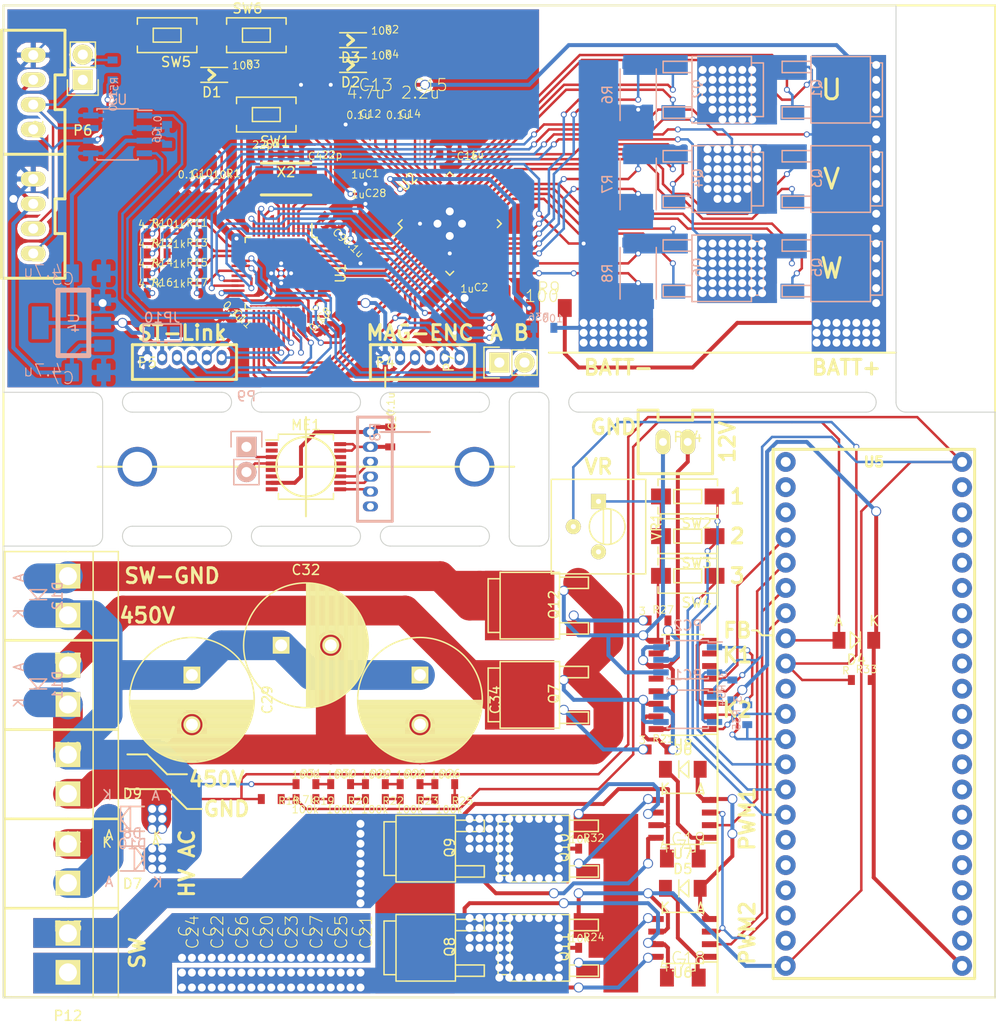
<source format=kicad_pcb>
(kicad_pcb (version 4) (host pcbnew 4.0.7)
  (layers (0 F.Cu signal) (31 B.Cu signal) (34 B.Paste user) (35 F.Paste user) (36 B.SilkS user) (37 F.SilkS user) (38 B.Mask user) (39 F.Mask user) (44 Edge.Cuts user))
  (net 0 "")
  (net 1 GND)
  (net 2 /NRST)
  (net 3 +3.3V)
  (net 4 /OSC_IN)
  (net 5 /OSC_OUT)
  (net 6 +5V)
  (net 7 "Net-(D1-Pad2)")
  (net 8 "Net-(D2-Pad2)")
  (net 9 "Net-(JP10-Pad2)")
  (net 10 /CAN_L)
  (net 11 /CAN_H)
  (net 12 /SWCLK)
  (net 13 /SWDIO)
  (net 14 /USART_TX)
  (net 15 /USART_RX)
  (net 16 "Net-(P6-Pad2)")
  (net 17 /CAN_RX)
  (net 18 /CAN_TX)
  (net 19 GNDPWR)
  (net 20 "Net-(C1-Pad2)")
  (net 21 "Net-(C2-Pad2)")
  (net 22 "Net-(C12-Pad1)")
  (net 23 "Net-(C12-Pad2)")
  (net 24 "Net-(C14-Pad1)")
  (net 25 "Net-(C14-Pad2)")
  (net 26 "Net-(C15-Pad2)")
  (net 27 "Net-(C16-Pad2)")
  (net 28 /LED_A)
  (net 29 /LED_B)
  (net 30 "Net-(D3-Pad2)")
  (net 31 /GATE_U_H)
  (net 32 /OUT_U)
  (net 33 +BATT)
  (net 34 /GATE_U_L)
  (net 35 /S_U_L)
  (net 36 /GATE_V_H)
  (net 37 /OUT_V)
  (net 38 /GATE_V_L)
  (net 39 /S_V_L)
  (net 40 /GATE_W_H)
  (net 41 /OUT_W)
  (net 42 /GATE_W_L)
  (net 43 /S_W_L)
  (net 44 "Net-(R9-Pad1)")
  (net 45 /CS_U)
  (net 46 /CS_V)
  (net 47 /CS_W)
  (net 48 /BATT_V)
  (net 49 /GD_WAKE)
  (net 50 /nFALUT)
  (net 51 /SPI_SCK)
  (net 52 /SPI_MISO)
  (net 53 /SPI_MOSI)
  (net 54 /SPI_NSS_GD)
  (net 55 /PWM_W_L)
  (net 56 /PWM_W_H)
  (net 57 /PWM_V_L)
  (net 58 /PWM_V_H)
  (net 59 /PWM_U_L)
  (net 60 /PWM_U_H)
  (net 61 /VS_U)
  (net 62 /VS_V)
  (net 63 /VS_W)
  (net 64 /ENC_A)
  (net 65 /ENC_B)
  (net 66 /SPI_NSS_ENC)
  (net 67 /AS_GND)
  (net 68 /AS_3.3V)
  (net 69 /AS_ENC_A)
  (net 70 /AS_ENC_B)
  (net 71 /AS_SPI_MISO)
  (net 72 /AS_SPI_SCK)
  (net 73 /AS_SPI_NSS_ENC)
  (net 74 /boost/450V)
  (net 75 /boost/SW1)
  (net 76 "Net-(C19-Pad2)")
  (net 77 /boost/SW2)
  (net 78 /boost/FB)
  (net 79 +12V)
  (net 80 "Net-(D7-Pad2)")
  (net 81 "Net-(D10-Pad1)")
  (net 82 "Net-(Q7-PadG)")
  (net 83 "Net-(Q8-PadG)")
  (net 84 "Net-(Q9-PadG)")
  (net 85 "Net-(Q10-PadG)")
  (net 86 "Net-(R19-Pad1)")
  (net 87 "Net-(R20-Pad1)")
  (net 88 "Net-(R22-Pad1)")
  (net 89 "Net-(R23-Pad1)")
  (net 90 "Net-(R25-Pad1)")
  (net 91 "Net-(R26-Pad1)")
  (net 92 "Net-(R28-Pad1)")
  (net 93 "Net-(R29-Pad1)")
  (net 94 "Net-(R30-Pad1)")
  (net 95 /boost/GD_EN)
  (net 96 /boost/GD_EN_NCP)
  (net 97 DGND)
  (net 98 +3.3VP)
  (net 99 /boost/boostBATT)
  (net 100 "Net-(C18-Pad1)")
  (net 101 "Net-(C18-Pad2)")
  (net 102 /boost/pw12V)
  (net 103 "Net-(Q11-PadG)")
  (net 104 "Net-(Q12-PadG)")
  (net 105 /boost/KICK_GATE1)
  (net 106 /boost/KICK_GATE2)
  (net 107 /boost/GD_PWM1)
  (net 108 /boost/GD_PWM2)
  (net 109 /boost/Kick1)
  (net 110 /boost/Kick2)
  (net 111 "Net-(D11-Pad2)")
  (net 112 "Net-(D12-Pad2)")
  (net 113 /GD_EN)
  (net 114 /boost/analog)
  (net 115 /boost/userSW1)
  (net 116 /boost/userSW2)
  (net 117 /boost/userSW3)
  (net 118 /PWGD)
  (net 119 "Net-(C28-Pad2)")
  (net 120 "Net-(PC1-Pad1)")
  (net 121 "Net-(PC2-Pad1)")
  (net 122 "Net-(SW5-Pad1)")
  (net 123 "Net-(SW6-Pad1)")
  (module LEDs:LED_0805 (layer F.Cu) (at 21 7 180)
    (fp_text reference D1 (at 0 -1.75 180) (layer F.SilkS))
    (fp_text value LED)
    (pad 1 smd rect (at 1.04902 0) (size 1.19888 1.19888) (layers F.Cu F.Paste F.Mask) (net 3 +3.3V))
    (pad 2 smd rect (at -1.04902 0) (size 1.19888 1.19888) (layers F.Cu F.Paste F.Mask) (net 7 "Net-(D1-Pad2)"))
  )
  (module LEDs:LED_0805 (layer F.Cu) (at 35 6 180)
    (fp_text reference D2 (at 0 -1.75 180) (layer F.SilkS))
    (fp_text value LED)
    (pad 1 smd rect (at 1.04902 0) (size 1.19888 1.19888) (layers F.Cu F.Paste F.Mask) (net 28 /LED_A))
    (pad 2 smd rect (at -1.04902 0) (size 1.19888 1.19888) (layers F.Cu F.Paste F.Mask) (net 8 "Net-(D2-Pad2)"))
  )
  (module Connect:GS3 (layer B.Cu) (at 16 33 90)
    (fp_text reference JP10 (at 1.524 0 360) (layer B.SilkS) (effects (justify mirror)))
    (fp_text value JUMPER3)
    (pad 1 smd rect (at 0 1.27 90) (size 1.27 0.9652) (layers B.Cu B.Paste B.Mask))
    (pad 2 smd rect (at 0 0 90) (size 1.27 0.9652) (layers B.Cu B.Paste B.Mask) (net 9 "Net-(JP10-Pad2)"))
    (pad 3 smd rect (at 0 -1.27 90) (size 1.27 0.9652) (layers B.Cu B.Paste B.Mask) (net 3 +3.3V))
  )
  (module RP_KiCAD_Connector:XA_4T (layer F.Cu) (at 3 25 90)
    (fp_text reference P1 (at 0 0.5 90) (layer F.SilkS))
    (fp_text value CONN_01X04)
    (pad 4 thru_hole oval (at 0 0 90) (size 1.5 2.5) (drill 1) (layers *.Cu *.Mask F.SilkS) (net 10 /CAN_L))
    (pad 3 thru_hole oval (at 2.5 0 90) (size 1.5 2.5) (drill 1) (layers *.Cu *.Mask F.SilkS) (net 11 /CAN_H))
    (pad 2 thru_hole oval (at 5 0 90) (size 1.5 2.5) (drill 1) (layers *.Cu *.Mask F.SilkS) (net 6 +5V))
    (pad 1 thru_hole oval (at 7.5 0 90) (size 1.5 2.5) (drill 1) (layers *.Cu *.Mask F.SilkS) (net 1 GND))
  )
  (module RP_KiCAD_Connector:XA_4T (layer F.Cu) (at 3 12.5 90)
    (fp_text reference P2 (at 0 0.5 90) (layer F.SilkS))
    (fp_text value CONN_01X04)
    (pad 4 thru_hole oval (at 0 0 90) (size 1.5 2.5) (drill 1) (layers *.Cu *.Mask F.SilkS) (net 10 /CAN_L))
    (pad 3 thru_hole oval (at 2.5 0 90) (size 1.5 2.5) (drill 1) (layers *.Cu *.Mask F.SilkS) (net 11 /CAN_H))
    (pad 2 thru_hole oval (at 5 0 90) (size 1.5 2.5) (drill 1) (layers *.Cu *.Mask F.SilkS) (net 6 +5V))
    (pad 1 thru_hole oval (at 7.5 0 90) (size 1.5 2.5) (drill 1) (layers *.Cu *.Mask F.SilkS) (net 1 GND))
  )
  (module RP_KiCAD_Connector:ZH_6T (layer F.Cu) (at 14.5 35.5)
    (fp_text reference P5 (at 0 0.5) (layer F.SilkS))
    (fp_text value CONN_01X06)
    (pad 1 thru_hole oval (at 0 0) (size 1 1.524) (drill 0.7) (layers *.Cu *.Mask) (net 1 GND))
    (pad 2 thru_hole oval (at 1.5 0) (size 1 1.524) (drill 0.7) (layers *.Cu *.Mask) (net 9 "Net-(JP10-Pad2)"))
    (pad 3 thru_hole oval (at 3 0) (size 1 1.524) (drill 0.7) (layers *.Cu *.Mask) (net 12 /SWCLK))
    (pad 4 thru_hole oval (at 4.5 0) (size 1 1.524) (drill 0.7) (layers *.Cu *.Mask) (net 13 /SWDIO))
    (pad 5 thru_hole oval (at 6 0) (size 1 1.524) (drill 0.7) (layers *.Cu *.Mask) (net 14 /USART_TX))
    (pad 6 thru_hole oval (at 7.5 0) (size 1 1.524) (drill 0.7) (layers *.Cu *.Mask) (net 15 /USART_RX))
  )
  (module Pin_Headers:Pin_Header_Straight_1x02 (layer F.Cu) (at 8 7.5 180)
    (fp_text reference P6 (at 0 -5.1 180) (layer F.SilkS))
    (fp_text value CONN_01X02)
    (pad 1 thru_hole rect (at 0 0 180) (size 2.032 2.032) (drill 1.016) (layers *.Cu *.Mask F.SilkS) (net 11 /CAN_H))
    (pad 2 thru_hole oval (at 0 2.54 180) (size 2.032 2.032) (drill 1.016) (layers *.Cu *.Mask F.SilkS) (net 16 "Net-(P6-Pad2)"))
  )
  (module TO_SOT_Packages_SMD:SOT-428_GDS_compact (layer B.Cu) (at 83 8.5 90)
    (fp_text reference Q1 (at 0.09906 -1.00076 90) (layer B.SilkS) (effects (justify mirror)))
    (fp_text value MOSFET_N)
    (pad G smd rect (at -2.3 -3.45 90) (size 1.5 2.4) (layers B.Cu B.Paste B.Mask) (net 31 /GATE_U_H))
    (pad S smd rect (at 2.3 -3.45 90) (size 1.5 2.4) (layers B.Cu B.Paste B.Mask) (net 32 /OUT_U))
    (pad D smd rect (at 0 2.44932 90) (size 7.00024 7.00024) (layers B.Cu B.Paste B.Mask) (net 33 +BATT))
  )
  (module TO_SOT_Packages_SMD:SOT-428_GDS_compact (layer B.Cu) (at 71 8.5 90)
    (fp_text reference Q2 (at 0.09906 -1.00076 90) (layer B.SilkS) (effects (justify mirror)))
    (fp_text value MOSFET_N)
    (pad G smd rect (at -2.3 -3.45 90) (size 1.5 2.4) (layers B.Cu B.Paste B.Mask) (net 34 /GATE_U_L))
    (pad S smd rect (at 2.3 -3.45 90) (size 1.5 2.4) (layers B.Cu B.Paste B.Mask) (net 35 /S_U_L))
    (pad D smd rect (at 0 2.44932 90) (size 7.00024 7.00024) (layers B.Cu B.Paste B.Mask) (net 32 /OUT_U))
  )
  (module TO_SOT_Packages_SMD:SOT-428_GDS_compact (layer B.Cu) (at 83 17.5 90)
    (fp_text reference Q3 (at 0.09906 -1.00076 90) (layer B.SilkS) (effects (justify mirror)))
    (fp_text value MOSFET_N)
    (pad G smd rect (at -2.3 -3.45 90) (size 1.5 2.4) (layers B.Cu B.Paste B.Mask) (net 36 /GATE_V_H))
    (pad S smd rect (at 2.3 -3.45 90) (size 1.5 2.4) (layers B.Cu B.Paste B.Mask) (net 37 /OUT_V))
    (pad D smd rect (at 0 2.44932 90) (size 7.00024 7.00024) (layers B.Cu B.Paste B.Mask) (net 33 +BATT))
  )
  (module TO_SOT_Packages_SMD:SOT-428_GDS_compact (layer B.Cu) (at 71 17.5 90)
    (fp_text reference Q4 (at 0.09906 -1.00076 90) (layer B.SilkS) (effects (justify mirror)))
    (fp_text value MOSFET_N)
    (pad G smd rect (at -2.3 -3.45 90) (size 1.5 2.4) (layers B.Cu B.Paste B.Mask) (net 38 /GATE_V_L))
    (pad S smd rect (at 2.3 -3.45 90) (size 1.5 2.4) (layers B.Cu B.Paste B.Mask) (net 39 /S_V_L))
    (pad D smd rect (at 0 2.44932 90) (size 7.00024 7.00024) (layers B.Cu B.Paste B.Mask) (net 37 /OUT_V))
  )
  (module TO_SOT_Packages_SMD:SOT-428_GDS_compact (layer B.Cu) (at 83 26.5 90)
    (fp_text reference Q5 (at 0.09906 -1.00076 90) (layer B.SilkS) (effects (justify mirror)))
    (fp_text value MOSFET_N)
    (pad G smd rect (at -2.3 -3.45 90) (size 1.5 2.4) (layers B.Cu B.Paste B.Mask) (net 40 /GATE_W_H))
    (pad S smd rect (at 2.3 -3.45 90) (size 1.5 2.4) (layers B.Cu B.Paste B.Mask) (net 41 /OUT_W))
    (pad D smd rect (at 0 2.44932 90) (size 7.00024 7.00024) (layers B.Cu B.Paste B.Mask) (net 33 +BATT))
  )
  (module TO_SOT_Packages_SMD:SOT-428_GDS_compact (layer B.Cu) (at 71 26.5 90)
    (fp_text reference Q6 (at 0.09906 -1.00076 90) (layer B.SilkS) (effects (justify mirror)))
    (fp_text value MOSFET_N)
    (pad G smd rect (at -2.3 -3.45 90) (size 1.5 2.4) (layers B.Cu B.Paste B.Mask) (net 42 /GATE_W_L))
    (pad S smd rect (at 2.3 -3.45 90) (size 1.5 2.4) (layers B.Cu B.Paste B.Mask) (net 43 /S_W_L))
    (pad D smd rect (at 0 2.44932 90) (size 7.00024 7.00024) (layers B.Cu B.Paste B.Mask) (net 41 /OUT_W))
  )
  (module Buttons_Switches_SMD:SW_SPST_EVQPE1 (layer F.Cu) (at 26.5 11 180)
    (fp_text reference SW1 (at -0.9 -2.7 180) (layer F.SilkS))
    (fp_text value SW_PUSH)
    (pad 2 smd rect (at 2.7 0 180) (size 2 1.6) (layers F.Cu F.Paste F.Mask) (net 2 /NRST))
    (pad 1 smd rect (at -2.7 0 180) (size 2 1.6) (layers F.Cu F.Paste F.Mask) (net 1 GND))
  )
  (module Housings_QFP:LQFP-48_7x7mm_Pitch0.5mm (layer F.Cu) (at 28 27 270)
    (fp_text reference U1 (at 0 -6 270) (layer F.SilkS))
    (fp_text value STM32F103_48)
    (pad 1 smd rect (at -4.35 -2.75 270) (size 1.3 0.25) (layers F.Cu F.Paste F.Mask) (net 3 +3.3V))
    (pad 2 smd rect (at -4.35 -2.25 270) (size 1.3 0.25) (layers F.Cu F.Paste F.Mask))
    (pad 3 smd rect (at -4.35 -1.75 270) (size 1.3 0.25) (layers F.Cu F.Paste F.Mask) (net 28 /LED_A))
    (pad 4 smd rect (at -4.35 -1.25 270) (size 1.3 0.25) (layers F.Cu F.Paste F.Mask) (net 29 /LED_B))
    (pad 5 smd rect (at -4.35 -0.75 270) (size 1.3 0.25) (layers F.Cu F.Paste F.Mask) (net 4 /OSC_IN))
    (pad 6 smd rect (at -4.35 -0.25 270) (size 1.3 0.25) (layers F.Cu F.Paste F.Mask) (net 5 /OSC_OUT))
    (pad 7 smd rect (at -4.35 0.25 270) (size 1.3 0.25) (layers F.Cu F.Paste F.Mask) (net 2 /NRST))
    (pad 8 smd rect (at -4.35 0.75 270) (size 1.3 0.25) (layers F.Cu F.Paste F.Mask) (net 1 GND))
    (pad 9 smd rect (at -4.35 1.25 270) (size 1.3 0.25) (layers F.Cu F.Paste F.Mask) (net 3 +3.3V))
    (pad 10 smd rect (at -4.35 1.75 270) (size 1.3 0.25) (layers F.Cu F.Paste F.Mask) (net 45 /CS_U))
    (pad 11 smd rect (at -4.35 2.25 270) (size 1.3 0.25) (layers F.Cu F.Paste F.Mask) (net 46 /CS_V))
    (pad 12 smd rect (at -4.35 2.75 270) (size 1.3 0.25) (layers F.Cu F.Paste F.Mask) (net 47 /CS_W))
    (pad 13 smd rect (at -2.75 4.35) (size 1.3 0.25) (layers F.Cu F.Paste F.Mask) (net 61 /VS_U))
    (pad 14 smd rect (at -2.25 4.35) (size 1.3 0.25) (layers F.Cu F.Paste F.Mask) (net 62 /VS_V))
    (pad 15 smd rect (at -1.75 4.35) (size 1.3 0.25) (layers F.Cu F.Paste F.Mask) (net 63 /VS_W))
    (pad 16 smd rect (at -1.25 4.35) (size 1.3 0.25) (layers F.Cu F.Paste F.Mask) (net 64 /ENC_A))
    (pad 17 smd rect (at -0.75 4.35) (size 1.3 0.25) (layers F.Cu F.Paste F.Mask) (net 65 /ENC_B))
    (pad 18 smd rect (at -0.25 4.35) (size 1.3 0.25) (layers F.Cu F.Paste F.Mask) (net 48 /BATT_V))
    (pad 19 smd rect (at 0.25 4.35) (size 1.3 0.25) (layers F.Cu F.Paste F.Mask) (net 118 /PWGD))
    (pad 20 smd rect (at 0.75 4.35) (size 1.3 0.25) (layers F.Cu F.Paste F.Mask) (net 113 /GD_EN))
    (pad 21 smd rect (at 1.25 4.35) (size 1.3 0.25) (layers F.Cu F.Paste F.Mask) (net 49 /GD_WAKE))
    (pad 22 smd rect (at 1.75 4.35) (size 1.3 0.25) (layers F.Cu F.Paste F.Mask) (net 50 /nFALUT))
    (pad 23 smd rect (at 2.25 4.35) (size 1.3 0.25) (layers F.Cu F.Paste F.Mask) (net 1 GND))
    (pad 24 smd rect (at 2.75 4.35) (size 1.3 0.25) (layers F.Cu F.Paste F.Mask) (net 3 +3.3V))
    (pad 25 smd rect (at 4.35 2.75 270) (size 1.3 0.25) (layers F.Cu F.Paste F.Mask) (net 66 /SPI_NSS_ENC))
    (pad 26 smd rect (at 4.35 2.25 270) (size 1.3 0.25) (layers F.Cu F.Paste F.Mask) (net 51 /SPI_SCK))
    (pad 27 smd rect (at 4.35 1.75 270) (size 1.3 0.25) (layers F.Cu F.Paste F.Mask) (net 52 /SPI_MISO))
    (pad 28 smd rect (at 4.35 1.25 270) (size 1.3 0.25) (layers F.Cu F.Paste F.Mask) (net 53 /SPI_MOSI))
    (pad 29 smd rect (at 4.35 0.75 270) (size 1.3 0.25) (layers F.Cu F.Paste F.Mask) (net 54 /SPI_NSS_GD))
    (pad 30 smd rect (at 4.35 0.25 270) (size 1.3 0.25) (layers F.Cu F.Paste F.Mask) (net 14 /USART_TX))
    (pad 31 smd rect (at 4.35 -0.25 270) (size 1.3 0.25) (layers F.Cu F.Paste F.Mask) (net 15 /USART_RX))
    (pad 32 smd rect (at 4.35 -0.75 270) (size 1.3 0.25) (layers F.Cu F.Paste F.Mask) (net 17 /CAN_RX))
    (pad 33 smd rect (at 4.35 -1.25 270) (size 1.3 0.25) (layers F.Cu F.Paste F.Mask) (net 18 /CAN_TX))
    (pad 34 smd rect (at 4.35 -1.75 270) (size 1.3 0.25) (layers F.Cu F.Paste F.Mask) (net 13 /SWDIO))
    (pad 35 smd rect (at 4.35 -2.25 270) (size 1.3 0.25) (layers F.Cu F.Paste F.Mask) (net 1 GND))
    (pad 36 smd rect (at 4.35 -2.75 270) (size 1.3 0.25) (layers F.Cu F.Paste F.Mask) (net 3 +3.3V))
    (pad 37 smd rect (at 2.75 -4.35) (size 1.3 0.25) (layers F.Cu F.Paste F.Mask) (net 12 /SWCLK))
    (pad 38 smd rect (at 2.25 -4.35) (size 1.3 0.25) (layers F.Cu F.Paste F.Mask) (net 123 "Net-(SW6-Pad1)"))
    (pad 39 smd rect (at 1.75 -4.35) (size 1.3 0.25) (layers F.Cu F.Paste F.Mask) (net 122 "Net-(SW5-Pad1)"))
    (pad 40 smd rect (at 1.25 -4.35) (size 1.3 0.25) (layers F.Cu F.Paste F.Mask) (net 55 /PWM_W_L))
    (pad 41 smd rect (at 0.75 -4.35) (size 1.3 0.25) (layers F.Cu F.Paste F.Mask) (net 56 /PWM_W_H))
    (pad 42 smd rect (at 0.25 -4.35) (size 1.3 0.25) (layers F.Cu F.Paste F.Mask) (net 57 /PWM_V_L))
    (pad 43 smd rect (at -0.25 -4.35) (size 1.3 0.25) (layers F.Cu F.Paste F.Mask) (net 58 /PWM_V_H))
    (pad 44 smd rect (at -0.75 -4.35) (size 1.3 0.25) (layers F.Cu F.Paste F.Mask) (net 1 GND))
    (pad 45 smd rect (at -1.25 -4.35) (size 1.3 0.25) (layers F.Cu F.Paste F.Mask) (net 59 /PWM_U_L))
    (pad 46 smd rect (at -1.75 -4.35) (size 1.3 0.25) (layers F.Cu F.Paste F.Mask) (net 60 /PWM_U_H))
    (pad 47 smd rect (at -2.25 -4.35) (size 1.3 0.25) (layers F.Cu F.Paste F.Mask) (net 1 GND))
    (pad 48 smd rect (at -2.75 -4.35) (size 1.3 0.25) (layers F.Cu F.Paste F.Mask) (net 3 +3.3V))
  )
  (module Housings_SOIC:SOIC-8_3.9x4.9mm_Pitch1.27mm (layer B.Cu) (at 11.5 13 180)
    (fp_text reference U3 (at 0 3.5 180) (layer B.SilkS) (effects (justify mirror)))
    (fp_text value MAX3051)
    (pad 1 smd rect (at -2.7 1.905 180) (size 1.55 0.6) (layers B.Cu B.Paste B.Mask) (net 18 /CAN_TX))
    (pad 2 smd rect (at -2.7 0.635 180) (size 1.55 0.6) (layers B.Cu B.Paste B.Mask) (net 1 GND))
    (pad 3 smd rect (at -2.7 -0.635 180) (size 1.55 0.6) (layers B.Cu B.Paste B.Mask) (net 3 +3.3V))
    (pad 4 smd rect (at -2.7 -1.905 180) (size 1.55 0.6) (layers B.Cu B.Paste B.Mask) (net 17 /CAN_RX))
    (pad 5 smd rect (at 2.7 -1.905 180) (size 1.55 0.6) (layers B.Cu B.Paste B.Mask) (net 1 GND))
    (pad 6 smd rect (at 2.7 -0.635 180) (size 1.55 0.6) (layers B.Cu B.Paste B.Mask) (net 10 /CAN_L))
    (pad 7 smd rect (at 2.7 0.635 180) (size 1.55 0.6) (layers B.Cu B.Paste B.Mask) (net 11 /CAN_H))
    (pad 8 smd rect (at 2.7 1.905 180) (size 1.55 0.6) (layers B.Cu B.Paste B.Mask) (net 1 GND))
  )
  (module TO_SOT_Packages_SMD:SOT-223_reg (layer B.Cu) (at 10 32 270)
    (fp_text reference U4 (at 0 2.9 270) (layer B.SilkS) (effects (justify mirror)))
    (fp_text value NCP1117ST50T3G)
    (pad 1 smd rect (at -2.3 0 270) (size 1.2 1.7) (layers B.Cu B.Paste B.Mask) (net 1 GND))
    (pad 2 smd rect (at 0 0 270) (size 1.2 1.7) (layers B.Cu B.Paste B.Mask) (net 3 +3.3V))
    (pad 3 smd rect (at 2.3 0 270) (size 1.2 1.7) (layers B.Cu B.Paste B.Mask) (net 6 +5V))
    (pad 2 smd rect (at 0 6.3 270) (size 3.3 1.7) (layers B.Cu B.Paste B.Mask) (net 3 +3.3V))
  )
  (module Crystals:ABM3_2pads (layer F.Cu) (at 28.5 17.5 180)
    (fp_text reference X2 (at 0 0.7 180) (layer F.SilkS))
    (fp_text value CRYSTAL)
    (pad 1 smd rect (at -2.2 0 180) (size 1.8 2.6) (layers F.Cu F.Paste F.Mask) (net 4 /OSC_IN))
    (pad 2 smd rect (at 2.2 0 180) (size 1.8 2.6) (layers F.Cu F.Paste F.Mask) (net 5 /OSC_OUT))
  )
  (module RP_KiCAD_Libs:C1608_WP_S (layer F.Cu) (at 37 18)
    (fp_text reference C1 (at -0.635 -0.635) (layer F.SilkS) (effects (font (size 0.75 0.75) (thickness 0.1)) (justify left bottom)))
    (fp_text value 1u (at -2 -0.5) (layer F.SilkS) (effects (font (size 0.75 0.75) (thickness 0.1)) (justify left bottom)))
    (pad 1 smd rect (at -1 0) (size 0.7 1) (layers F.Cu F.Paste F.Mask) (net 1 GND))
    (pad 2 smd rect (at 1 0) (size 0.7 1) (layers F.Cu F.Paste F.Mask) (net 20 "Net-(C1-Pad2)"))
  )
  (module RP_KiCAD_Libs:C1608_WP_S (layer F.Cu) (at 48 29.5)
    (fp_text reference C2 (at -0.635 -0.635) (layer F.SilkS) (effects (font (size 0.75 0.75) (thickness 0.1)) (justify left bottom)))
    (fp_text value 1u (at -2 -0.5) (layer F.SilkS) (effects (font (size 0.75 0.75) (thickness 0.1)) (justify left bottom)))
    (pad 1 smd rect (at -1 0) (size 0.7 1) (layers F.Cu F.Paste F.Mask) (net 1 GND))
    (pad 2 smd rect (at 1 0) (size 0.7 1) (layers F.Cu F.Paste F.Mask) (net 21 "Net-(C2-Pad2)"))
  )
  (module RP_KiCAD_Libs:C3216_S (layer B.Cu) (at 8.5 27)
    (fp_text reference C3 (at -1.27 1.27) (layer B.SilkS) (effects (font (size 1.2065 1.2065) (thickness 0.1016)) (justify left bottom mirror)))
    (fp_text value 4.7u (at -2.5 0.5) (layer B.SilkS) (effects (font (size 1.2065 1.2065) (thickness 0.1016)) (justify left bottom mirror)))
    (pad 1 smd rect (at -1.6 0) (size 1.4 1.8) (layers B.Cu B.Paste B.Mask) (net 3 +3.3V))
    (pad 2 smd rect (at 1.6 0) (size 1.4 1.8) (layers B.Cu B.Paste B.Mask) (net 1 GND))
  )
  (module RP_KiCAD_Libs:C3216_S (layer B.Cu) (at 8.5 37)
    (fp_text reference C7 (at -1.27 1.27) (layer B.SilkS) (effects (font (size 1.2065 1.2065) (thickness 0.1016)) (justify left bottom mirror)))
    (fp_text value 4.7u (at -2.5 0.5) (layer B.SilkS) (effects (font (size 1.2065 1.2065) (thickness 0.1016)) (justify left bottom mirror)))
    (pad 1 smd rect (at -1.6 0) (size 1.4 1.8) (layers B.Cu B.Paste B.Mask) (net 6 +5V))
    (pad 2 smd rect (at 1.6 0) (size 1.4 1.8) (layers B.Cu B.Paste B.Mask) (net 1 GND))
  )
  (module RP_KiCAD_Libs:C1608_WP_S (layer F.Cu) (at 36.5 12)
    (fp_text reference C12 (at -0.635 -0.635) (layer F.SilkS) (effects (font (size 0.75 0.75) (thickness 0.1)) (justify left bottom)))
    (fp_text value 0.1u (at -2 -0.5) (layer F.SilkS) (effects (font (size 0.75 0.75) (thickness 0.1)) (justify left bottom)))
    (pad 1 smd rect (at -1 0) (size 0.7 1) (layers F.Cu F.Paste F.Mask) (net 22 "Net-(C12-Pad1)"))
    (pad 2 smd rect (at 1 0) (size 0.7 1) (layers F.Cu F.Paste F.Mask) (net 23 "Net-(C12-Pad2)"))
  )
  (module RP_KiCAD_Libs:C3216_S (layer F.Cu) (at 37 10)
    (fp_text reference C13 (at -1.27 -1.27) (layer F.SilkS) (effects (font (size 1.2065 1.2065) (thickness 0.1016)) (justify left bottom)))
    (fp_text value 4.7u (at -2.5 -0.5) (layer F.SilkS) (effects (font (size 1.2065 1.2065) (thickness 0.1016)) (justify left bottom)))
    (pad 1 smd rect (at -1.6 0) (size 1.4 1.8) (layers F.Cu F.Paste F.Mask) (net 1 GND))
    (pad 2 smd rect (at 1.6 0) (size 1.4 1.8) (layers F.Cu F.Paste F.Mask) (net 33 +BATT))
  )
  (module RP_KiCAD_Libs:C1608_WP_S (layer F.Cu) (at 40.5 12)
    (fp_text reference C14 (at -0.635 -0.635) (layer F.SilkS) (effects (font (size 0.75 0.75) (thickness 0.1)) (justify left bottom)))
    (fp_text value 0.1u (at -2 -0.5) (layer F.SilkS) (effects (font (size 0.75 0.75) (thickness 0.1)) (justify left bottom)))
    (pad 1 smd rect (at -1 0) (size 0.7 1) (layers F.Cu F.Paste F.Mask) (net 24 "Net-(C14-Pad1)"))
    (pad 2 smd rect (at 1 0) (size 0.7 1) (layers F.Cu F.Paste F.Mask) (net 25 "Net-(C14-Pad2)"))
  )
  (module RP_KiCAD_Libs:C3216_S (layer F.Cu) (at 42.5 10)
    (fp_text reference C15 (at -1.27 -1.27) (layer F.SilkS) (effects (font (size 1.2065 1.2065) (thickness 0.1016)) (justify left bottom)))
    (fp_text value 2.2u (at -2.5 -0.5) (layer F.SilkS) (effects (font (size 1.2065 1.2065) (thickness 0.1016)) (justify left bottom)))
    (pad 1 smd rect (at -1.6 0) (size 1.4 1.8) (layers F.Cu F.Paste F.Mask) (net 33 +BATT))
    (pad 2 smd rect (at 1.6 0) (size 1.4 1.8) (layers F.Cu F.Paste F.Mask) (net 26 "Net-(C15-Pad2)"))
  )
  (module RP_KiCAD_Libs:C1608_WP_S (layer F.Cu) (at 45 15 180)
    (fp_text reference C16 (at -0.635 -0.635 180) (layer F.SilkS) (effects (font (size 0.75 0.75) (thickness 0.1)) (justify left bottom)))
    (fp_text value 1u (at -2 -0.5 180) (layer F.SilkS) (effects (font (size 0.75 0.75) (thickness 0.1)) (justify left bottom)))
    (pad 1 smd rect (at -1 0 180) (size 0.7 1) (layers F.Cu F.Paste F.Mask) (net 1 GND))
    (pad 2 smd rect (at 1 0 180) (size 0.7 1) (layers F.Cu F.Paste F.Mask) (net 27 "Net-(C16-Pad2)"))
  )
  (module LEDs:LED_0805 (layer F.Cu) (at 35 3.5 180)
    (fp_text reference D3 (at 0 -1.75 180) (layer F.SilkS))
    (fp_text value LED)
    (pad 1 smd rect (at 1.04902 0) (size 1.19888 1.19888) (layers F.Cu F.Paste F.Mask) (net 29 /LED_B))
    (pad 2 smd rect (at -1.04902 0) (size 1.19888 1.19888) (layers F.Cu F.Paste F.Mask) (net 30 "Net-(D3-Pad2)"))
  )
  (module Housings_QFP:TQFP-48-1EP_7x7mm_Pitch0.5mm (layer F.Cu) (at 45 22 45)
    (fp_text reference U2 (at 0 -5.95 45) (layer F.SilkS))
    (fp_text value DRV8305)
    (pad 1 smd rect (at -4.2 -2.75 45) (size 1.5 0.3) (layers F.Cu F.Paste F.Mask) (net 113 /GD_EN))
    (pad 2 smd rect (at -4.2 -2.25 45) (size 1.5 0.3) (layers F.Cu F.Paste F.Mask) (net 60 /PWM_U_H))
    (pad 3 smd rect (at -4.2 -1.75 45) (size 1.5 0.3) (layers F.Cu F.Paste F.Mask) (net 59 /PWM_U_L))
    (pad 4 smd rect (at -4.2 -1.25 45) (size 1.5 0.3) (layers F.Cu F.Paste F.Mask) (net 58 /PWM_V_H))
    (pad 5 smd rect (at -4.2 -0.75 45) (size 1.5 0.3) (layers F.Cu F.Paste F.Mask) (net 57 /PWM_V_L))
    (pad 6 smd rect (at -4.2 -0.25 45) (size 1.5 0.3) (layers F.Cu F.Paste F.Mask) (net 56 /PWM_W_H))
    (pad 7 smd rect (at -4.2 0.25 45) (size 1.5 0.3) (layers F.Cu F.Paste F.Mask) (net 55 /PWM_W_L))
    (pad 8 smd rect (at -4.2 0.75 45) (size 1.5 0.3) (layers F.Cu F.Paste F.Mask) (net 50 /nFALUT))
    (pad 9 smd rect (at -4.2 1.25 45) (size 1.5 0.3) (layers F.Cu F.Paste F.Mask) (net 54 /SPI_NSS_GD))
    (pad 10 smd rect (at -4.2 1.75 45) (size 1.5 0.3) (layers F.Cu F.Paste F.Mask) (net 53 /SPI_MOSI))
    (pad 11 smd rect (at -4.2 2.25 45) (size 1.5 0.3) (layers F.Cu F.Paste F.Mask) (net 52 /SPI_MISO))
    (pad 12 smd rect (at -4.2 2.75 45) (size 1.5 0.3) (layers F.Cu F.Paste F.Mask) (net 51 /SPI_SCK))
    (pad 13 smd rect (at -2.75 4.2 135) (size 1.5 0.3) (layers F.Cu F.Paste F.Mask) (net 118 /PWGD))
    (pad 14 smd rect (at -2.25 4.2 135) (size 1.5 0.3) (layers F.Cu F.Paste F.Mask) (net 1 GND))
    (pad 15 smd rect (at -1.75 4.2 135) (size 1.5 0.3) (layers F.Cu F.Paste F.Mask) (net 21 "Net-(C2-Pad2)"))
    (pad 16 smd rect (at -1.25 4.2 135) (size 1.5 0.3) (layers F.Cu F.Paste F.Mask) (net 45 /CS_U))
    (pad 17 smd rect (at -0.75 4.2 135) (size 1.5 0.3) (layers F.Cu F.Paste F.Mask) (net 46 /CS_V))
    (pad 18 smd rect (at -0.25 4.2 135) (size 1.5 0.3) (layers F.Cu F.Paste F.Mask) (net 47 /CS_W))
    (pad 19 smd rect (at 0.25 4.2 135) (size 1.5 0.3) (layers F.Cu F.Paste F.Mask) (net 19 GNDPWR))
    (pad 20 smd rect (at 0.75 4.2 135) (size 1.5 0.3) (layers F.Cu F.Paste F.Mask) (net 43 /S_W_L))
    (pad 21 smd rect (at 1.25 4.2 135) (size 1.5 0.3) (layers F.Cu F.Paste F.Mask) (net 19 GNDPWR))
    (pad 22 smd rect (at 1.75 4.2 135) (size 1.5 0.3) (layers F.Cu F.Paste F.Mask) (net 39 /S_V_L))
    (pad 23 smd rect (at 2.25 4.2 135) (size 1.5 0.3) (layers F.Cu F.Paste F.Mask) (net 19 GNDPWR))
    (pad 24 smd rect (at 2.75 4.2 135) (size 1.5 0.3) (layers F.Cu F.Paste F.Mask) (net 35 /S_U_L))
    (pad 25 smd rect (at 4.2 2.75 45) (size 1.5 0.3) (layers F.Cu F.Paste F.Mask) (net 42 /GATE_W_L))
    (pad 26 smd rect (at 4.2 2.25 45) (size 1.5 0.3) (layers F.Cu F.Paste F.Mask) (net 43 /S_W_L))
    (pad 27 smd rect (at 4.2 1.75 45) (size 1.5 0.3) (layers F.Cu F.Paste F.Mask) (net 41 /OUT_W))
    (pad 28 smd rect (at 4.2 1.25 45) (size 1.5 0.3) (layers F.Cu F.Paste F.Mask) (net 40 /GATE_W_H))
    (pad 29 smd rect (at 4.2 0.75 45) (size 1.5 0.3) (layers F.Cu F.Paste F.Mask) (net 36 /GATE_V_H))
    (pad 30 smd rect (at 4.2 0.25 45) (size 1.5 0.3) (layers F.Cu F.Paste F.Mask) (net 37 /OUT_V))
    (pad 31 smd rect (at 4.2 -0.25 45) (size 1.5 0.3) (layers F.Cu F.Paste F.Mask) (net 39 /S_V_L))
    (pad 32 smd rect (at 4.2 -0.75 45) (size 1.5 0.3) (layers F.Cu F.Paste F.Mask) (net 38 /GATE_V_L))
    (pad 33 smd rect (at 4.2 -1.25 45) (size 1.5 0.3) (layers F.Cu F.Paste F.Mask) (net 34 /GATE_U_L))
    (pad 34 smd rect (at 4.2 -1.75 45) (size 1.5 0.3) (layers F.Cu F.Paste F.Mask) (net 35 /S_U_L))
    (pad 35 smd rect (at 4.2 -2.25 45) (size 1.5 0.3) (layers F.Cu F.Paste F.Mask) (net 32 /OUT_U))
    (pad 36 smd rect (at 4.2 -2.75 45) (size 1.5 0.3) (layers F.Cu F.Paste F.Mask) (net 31 /GATE_U_H))
    (pad 37 smd rect (at 2.75 -4.2 135) (size 1.5 0.3) (layers F.Cu F.Paste F.Mask) (net 27 "Net-(C16-Pad2)"))
    (pad 38 smd rect (at 2.25 -4.2 135) (size 1.5 0.3) (layers F.Cu F.Paste F.Mask) (net 26 "Net-(C15-Pad2)"))
    (pad 39 smd rect (at 1.75 -4.2 135) (size 1.5 0.3) (layers F.Cu F.Paste F.Mask) (net 25 "Net-(C14-Pad2)"))
    (pad 40 smd rect (at 1.25 -4.2 135) (size 1.5 0.3) (layers F.Cu F.Paste F.Mask) (net 24 "Net-(C14-Pad1)"))
    (pad 41 smd rect (at 0.75 -4.2 135) (size 1.5 0.3) (layers F.Cu F.Paste F.Mask) (net 33 +BATT))
    (pad 42 smd rect (at 0.25 -4.2 135) (size 1.5 0.3) (layers F.Cu F.Paste F.Mask) (net 23 "Net-(C12-Pad2)"))
    (pad 43 smd rect (at -0.25 -4.2 135) (size 1.5 0.3) (layers F.Cu F.Paste F.Mask) (net 22 "Net-(C12-Pad1)"))
    (pad 44 smd rect (at -0.75 -4.2 135) (size 1.5 0.3) (layers F.Cu F.Paste F.Mask) (net 44 "Net-(R9-Pad1)"))
    (pad 45 smd rect (at -1.25 -4.2 135) (size 1.5 0.3) (layers F.Cu F.Paste F.Mask) (net 1 GND))
    (pad 46 smd rect (at -1.75 -4.2 135) (size 1.5 0.3) (layers F.Cu F.Paste F.Mask) (net 20 "Net-(C1-Pad2)"))
    (pad 47 smd rect (at -2.25 -4.2 135) (size 1.5 0.3) (layers F.Cu F.Paste F.Mask) (net 49 /GD_WAKE))
    (pad 48 smd rect (at -2.75 -4.2 135) (size 1.5 0.3) (layers F.Cu F.Paste F.Mask) (net 119 "Net-(C28-Pad2)"))
    (pad 49 smd rect (at 0.875 0.875 45) (size 1.75 1.75) (layers F.Cu F.Paste F.Mask) (net 1 GND))
    (pad 49 smd rect (at 0.875 -0.875 45) (size 1.75 1.75) (layers F.Cu F.Paste F.Mask) (net 1 GND))
    (pad 49 smd rect (at -0.875 0.875 45) (size 1.75 1.75) (layers F.Cu F.Paste F.Mask) (net 1 GND))
    (pad 49 smd rect (at -0.875 -0.875 45) (size 1.75 1.75) (layers F.Cu F.Paste F.Mask) (net 1 GND))
  )
  (module RP_KiCAD_Libs:C1608_WP_S (layer F.Cu) (at 30 15 180)
    (fp_text reference C4 (at -0.635 -0.635 180) (layer F.SilkS) (effects (font (size 0.75 0.75) (thickness 0.1)) (justify left bottom)))
    (fp_text value 22p (at -2 -0.5 180) (layer F.SilkS) (effects (font (size 0.75 0.75) (thickness 0.1)) (justify left bottom)))
    (pad 1 smd rect (at -1 0 180) (size 0.7 1) (layers F.Cu F.Paste F.Mask) (net 4 /OSC_IN))
    (pad 2 smd rect (at 1 0 180) (size 0.7 1) (layers F.Cu F.Paste F.Mask) (net 1 GND))
  )
  (module RP_KiCAD_Libs:C1608_WP_S (layer F.Cu) (at 27 15)
    (fp_text reference C5 (at -0.635 -0.635) (layer F.SilkS) (effects (font (size 0.75 0.75) (thickness 0.1)) (justify left bottom)))
    (fp_text value 22p (at -2 -0.5) (layer F.SilkS) (effects (font (size 0.75 0.75) (thickness 0.1)) (justify left bottom)))
    (pad 1 smd rect (at -1 0) (size 0.7 1) (layers F.Cu F.Paste F.Mask) (net 5 /OSC_OUT))
    (pad 2 smd rect (at 1 0) (size 0.7 1) (layers F.Cu F.Paste F.Mask) (net 1 GND))
  )
  (module RP_KiCAD_Libs:C1608_WP_S (layer B.Cu) (at 16.5 13 270)
    (fp_text reference C6 (at -0.635 0.635 270) (layer B.SilkS) (effects (font (size 0.75 0.75) (thickness 0.1)) (justify left bottom mirror)))
    (fp_text value 0.1u (at -2 0.5 270) (layer B.SilkS) (effects (font (size 0.75 0.75) (thickness 0.1)) (justify left bottom mirror)))
    (pad 1 smd rect (at -1 0 270) (size 0.7 1) (layers B.Cu B.Paste B.Mask) (net 1 GND))
    (pad 2 smd rect (at 1 0 270) (size 0.7 1) (layers B.Cu B.Paste B.Mask) (net 3 +3.3V))
  )
  (module RP_KiCAD_Libs:C1608_WP_S (layer F.Cu) (at 33 32 45)
    (fp_text reference C8 (at -0.635 -0.635 45) (layer F.SilkS) (effects (font (size 0.75 0.75) (thickness 0.1)) (justify left bottom)))
    (fp_text value 0.1u (at -2 -0.5 45) (layer F.SilkS) (effects (font (size 0.75 0.75) (thickness 0.1)) (justify left bottom)))
    (pad 1 smd rect (at -1 0 45) (size 0.7 1) (layers F.Cu F.Paste F.Mask) (net 1 GND))
    (pad 2 smd rect (at 1 0 45) (size 0.7 1) (layers F.Cu F.Paste F.Mask) (net 3 +3.3V))
  )
  (module RP_KiCAD_Libs:C1608_WP_S (layer F.Cu) (at 33 22 135)
    (fp_text reference C9 (at -0.635 -0.635 135) (layer F.SilkS) (effects (font (size 0.75 0.75) (thickness 0.1)) (justify left bottom)))
    (fp_text value 0.1u (at -2 -0.5 135) (layer F.SilkS) (effects (font (size 0.75 0.75) (thickness 0.1)) (justify left bottom)))
    (pad 1 smd rect (at -1 0 135) (size 0.7 1) (layers F.Cu F.Paste F.Mask) (net 1 GND))
    (pad 2 smd rect (at 1 0 135) (size 0.7 1) (layers F.Cu F.Paste F.Mask) (net 3 +3.3V))
  )
  (module RP_KiCAD_Libs:C1608_WP_S (layer F.Cu) (at 19.5 18)
    (fp_text reference C10 (at -0.635 -0.635) (layer F.SilkS) (effects (font (size 0.75 0.75) (thickness 0.1)) (justify left bottom)))
    (fp_text value 0.1u (at -2 -0.5) (layer F.SilkS) (effects (font (size 0.75 0.75) (thickness 0.1)) (justify left bottom)))
    (pad 1 smd rect (at -1 0) (size 0.7 1) (layers F.Cu F.Paste F.Mask) (net 1 GND))
    (pad 2 smd rect (at 1 0) (size 0.7 1) (layers F.Cu F.Paste F.Mask) (net 3 +3.3V))
  )
  (module RP_KiCAD_Libs:C1608_WP_S (layer F.Cu) (at 23 32 315)
    (fp_text reference C11 (at -0.635 -0.635 315) (layer F.SilkS) (effects (font (size 0.75 0.75) (thickness 0.1)) (justify left bottom)))
    (fp_text value 0.1u (at -2 -0.5 315) (layer F.SilkS) (effects (font (size 0.75 0.75) (thickness 0.1)) (justify left bottom)))
    (pad 1 smd rect (at -1 0 315) (size 0.7 1) (layers F.Cu F.Paste F.Mask) (net 1 GND))
    (pad 2 smd rect (at 1 0 315) (size 0.7 1) (layers F.Cu F.Paste F.Mask) (net 3 +3.3V))
  )
  (module RP_KiCAD_Libs:C1608_WP_S (layer F.Cu) (at 23 18)
    (fp_text reference R1 (at -0.635 -0.635) (layer F.SilkS) (effects (font (size 0.75 0.75) (thickness 0.1)) (justify left bottom)))
    (fp_text value 10k (at -2 -0.5) (layer F.SilkS) (effects (font (size 0.75 0.75) (thickness 0.1)) (justify left bottom)))
    (pad 1 smd rect (at -1 0) (size 0.7 1) (layers F.Cu F.Paste F.Mask) (net 3 +3.3V))
    (pad 2 smd rect (at 1 0) (size 0.7 1) (layers F.Cu F.Paste F.Mask) (net 2 /NRST))
  )
  (module RP_KiCAD_Libs:C1608_WP_S (layer F.Cu) (at 39 3.5)
    (fp_text reference R2 (at -0.635 -0.635) (layer F.SilkS) (effects (font (size 0.75 0.75) (thickness 0.1)) (justify left bottom)))
    (fp_text value 100 (at -2 -0.5) (layer F.SilkS) (effects (font (size 0.75 0.75) (thickness 0.1)) (justify left bottom)))
    (pad 1 smd rect (at -1 0) (size 0.7 1) (layers F.Cu F.Paste F.Mask) (net 30 "Net-(D3-Pad2)"))
    (pad 2 smd rect (at 1 0) (size 0.7 1) (layers F.Cu F.Paste F.Mask) (net 1 GND))
  )
  (module RP_KiCAD_Libs:C1608_WP_S (layer F.Cu) (at 25 7)
    (fp_text reference R3 (at -0.635 -0.635) (layer F.SilkS) (effects (font (size 0.75 0.75) (thickness 0.1)) (justify left bottom)))
    (fp_text value 100 (at -2 -0.5) (layer F.SilkS) (effects (font (size 0.75 0.75) (thickness 0.1)) (justify left bottom)))
    (pad 1 smd rect (at -1 0) (size 0.7 1) (layers F.Cu F.Paste F.Mask) (net 7 "Net-(D1-Pad2)"))
    (pad 2 smd rect (at 1 0) (size 0.7 1) (layers F.Cu F.Paste F.Mask) (net 1 GND))
  )
  (module RP_KiCAD_Libs:C1608_WP_S (layer F.Cu) (at 39 6)
    (fp_text reference R4 (at -0.635 -0.635) (layer F.SilkS) (effects (font (size 0.75 0.75) (thickness 0.1)) (justify left bottom)))
    (fp_text value 100 (at -2 -0.5) (layer F.SilkS) (effects (font (size 0.75 0.75) (thickness 0.1)) (justify left bottom)))
    (pad 1 smd rect (at -1 0) (size 0.7 1) (layers F.Cu F.Paste F.Mask) (net 8 "Net-(D2-Pad2)"))
    (pad 2 smd rect (at 1 0) (size 0.7 1) (layers F.Cu F.Paste F.Mask) (net 1 GND))
  )
  (module RP_KiCAD_Libs:C1608_WP_S (layer B.Cu) (at 11 6.5 90)
    (fp_text reference R5 (at -0.635 0.635 90) (layer B.SilkS) (effects (font (size 0.75 0.75) (thickness 0.1)) (justify left bottom mirror)))
    (fp_text value 120 (at -2 0.5 90) (layer B.SilkS) (effects (font (size 0.75 0.75) (thickness 0.1)) (justify left bottom mirror)))
    (pad 1 smd rect (at -1 0 90) (size 0.7 1) (layers B.Cu B.Paste B.Mask) (net 10 /CAN_L))
    (pad 2 smd rect (at 1 0 90) (size 0.7 1) (layers B.Cu B.Paste B.Mask) (net 16 "Net-(P6-Pad2)"))
  )
  (module RP_KiCAD_Libs:C1608_WP_S (layer F.Cu) (at 15.5 23)
    (fp_text reference R10 (at -0.635 -0.635) (layer F.SilkS) (effects (font (size 0.75 0.75) (thickness 0.1)) (justify left bottom)))
    (fp_text value 4.7k (at -2 -0.5) (layer F.SilkS) (effects (font (size 0.75 0.75) (thickness 0.1)) (justify left bottom)))
    (pad 1 smd rect (at -1 0) (size 0.7 1) (layers F.Cu F.Paste F.Mask) (net 32 /OUT_U))
    (pad 2 smd rect (at 1 0) (size 0.7 1) (layers F.Cu F.Paste F.Mask) (net 61 /VS_U))
  )
  (module RP_KiCAD_Libs:C1608_WP_S (layer F.Cu) (at 19 23)
    (fp_text reference R11 (at -0.635 -0.635) (layer F.SilkS) (effects (font (size 0.75 0.75) (thickness 0.1)) (justify left bottom)))
    (fp_text value 1k (at -2 -0.5) (layer F.SilkS) (effects (font (size 0.75 0.75) (thickness 0.1)) (justify left bottom)))
    (pad 1 smd rect (at -1 0) (size 0.7 1) (layers F.Cu F.Paste F.Mask) (net 61 /VS_U))
    (pad 2 smd rect (at 1 0) (size 0.7 1) (layers F.Cu F.Paste F.Mask) (net 19 GNDPWR))
  )
  (module RP_KiCAD_Libs:C1608_WP_S (layer F.Cu) (at 15.5 25)
    (fp_text reference R12 (at -0.635 -0.635) (layer F.SilkS) (effects (font (size 0.75 0.75) (thickness 0.1)) (justify left bottom)))
    (fp_text value 4.7k (at -2 -0.5) (layer F.SilkS) (effects (font (size 0.75 0.75) (thickness 0.1)) (justify left bottom)))
    (pad 1 smd rect (at -1 0) (size 0.7 1) (layers F.Cu F.Paste F.Mask) (net 37 /OUT_V))
    (pad 2 smd rect (at 1 0) (size 0.7 1) (layers F.Cu F.Paste F.Mask) (net 62 /VS_V))
  )
  (module RP_KiCAD_Libs:C1608_WP_S (layer F.Cu) (at 19 25)
    (fp_text reference R13 (at -0.635 -0.635) (layer F.SilkS) (effects (font (size 0.75 0.75) (thickness 0.1)) (justify left bottom)))
    (fp_text value 1k (at -2 -0.5) (layer F.SilkS) (effects (font (size 0.75 0.75) (thickness 0.1)) (justify left bottom)))
    (pad 1 smd rect (at -1 0) (size 0.7 1) (layers F.Cu F.Paste F.Mask) (net 62 /VS_V))
    (pad 2 smd rect (at 1 0) (size 0.7 1) (layers F.Cu F.Paste F.Mask) (net 19 GNDPWR))
  )
  (module RP_KiCAD_Libs:C1608_WP_S (layer F.Cu) (at 15.5 27)
    (fp_text reference R14 (at -0.635 -0.635) (layer F.SilkS) (effects (font (size 0.75 0.75) (thickness 0.1)) (justify left bottom)))
    (fp_text value 4.7k (at -2 -0.5) (layer F.SilkS) (effects (font (size 0.75 0.75) (thickness 0.1)) (justify left bottom)))
    (pad 1 smd rect (at -1 0) (size 0.7 1) (layers F.Cu F.Paste F.Mask) (net 41 /OUT_W))
    (pad 2 smd rect (at 1 0) (size 0.7 1) (layers F.Cu F.Paste F.Mask) (net 63 /VS_W))
  )
  (module RP_KiCAD_Libs:C1608_WP_S (layer F.Cu) (at 19 27)
    (fp_text reference R15 (at -0.635 -0.635) (layer F.SilkS) (effects (font (size 0.75 0.75) (thickness 0.1)) (justify left bottom)))
    (fp_text value 1k (at -2 -0.5) (layer F.SilkS) (effects (font (size 0.75 0.75) (thickness 0.1)) (justify left bottom)))
    (pad 1 smd rect (at -1 0) (size 0.7 1) (layers F.Cu F.Paste F.Mask) (net 63 /VS_W))
    (pad 2 smd rect (at 1 0) (size 0.7 1) (layers F.Cu F.Paste F.Mask) (net 19 GNDPWR))
  )
  (module RP_KiCAD_Libs:C1608_WP_S (layer F.Cu) (at 15.5 29)
    (fp_text reference R16 (at -0.635 -0.635) (layer F.SilkS) (effects (font (size 0.75 0.75) (thickness 0.1)) (justify left bottom)))
    (fp_text value 4.7k (at -2 -0.5) (layer F.SilkS) (effects (font (size 0.75 0.75) (thickness 0.1)) (justify left bottom)))
    (pad 1 smd rect (at -1 0) (size 0.7 1) (layers F.Cu F.Paste F.Mask) (net 33 +BATT))
    (pad 2 smd rect (at 1 0) (size 0.7 1) (layers F.Cu F.Paste F.Mask) (net 48 /BATT_V))
  )
  (module RP_KiCAD_Libs:C1608_WP_S (layer F.Cu) (at 19 29)
    (fp_text reference R17 (at -0.635 -0.635) (layer F.SilkS) (effects (font (size 0.75 0.75) (thickness 0.1)) (justify left bottom)))
    (fp_text value 1k (at -2 -0.5) (layer F.SilkS) (effects (font (size 0.75 0.75) (thickness 0.1)) (justify left bottom)))
    (pad 1 smd rect (at -1 0) (size 0.7 1) (layers F.Cu F.Paste F.Mask) (net 48 /BATT_V))
    (pad 2 smd rect (at 1 0) (size 0.7 1) (layers F.Cu F.Paste F.Mask) (net 19 GNDPWR))
  )
  (module RP_KiCAD_Connector:ZH_6T (layer F.Cu) (at 38.5 35.5)
    (fp_text reference P4 (at 0 0.5) (layer F.SilkS))
    (fp_text value CONN_01X06)
    (pad 1 thru_hole oval (at 0 0) (size 1 1.524) (drill 0.7) (layers *.Cu *.Mask) (net 1 GND))
    (pad 2 thru_hole oval (at 1.5 0) (size 1 1.524) (drill 0.7) (layers *.Cu *.Mask) (net 3 +3.3V))
    (pad 3 thru_hole oval (at 3 0) (size 1 1.524) (drill 0.7) (layers *.Cu *.Mask) (net 66 /SPI_NSS_ENC))
    (pad 4 thru_hole oval (at 4.5 0) (size 1 1.524) (drill 0.7) (layers *.Cu *.Mask) (net 51 /SPI_SCK))
    (pad 5 thru_hole oval (at 6 0) (size 1 1.524) (drill 0.7) (layers *.Cu *.Mask) (net 52 /SPI_MISO))
    (pad 6 thru_hole oval (at 7.5 0) (size 1 1.524) (drill 0.7) (layers *.Cu *.Mask) (net 53 /SPI_MOSI))
  )
  (module Pin_Headers:Pin_Header_Straight_1x02 (layer F.Cu) (at 50 36 90)
    (fp_text reference P7 (at 0 -5.1 90) (layer F.SilkS))
    (fp_text value CONN_01X02)
    (pad 1 thru_hole rect (at 0 0 90) (size 2.032 2.032) (drill 1.016) (layers *.Cu *.Mask F.SilkS) (net 64 /ENC_A))
    (pad 2 thru_hole oval (at 0 2.54 90) (size 2.032 2.032) (drill 1.016) (layers *.Cu *.Mask F.SilkS) (net 65 /ENC_B))
  )
  (module RP_KiCAD_Libs:C1608_WP_S (layer F.Cu) (at 39 43.5 270)
    (fp_text reference C17 (at -0.635 -0.635 270) (layer F.SilkS) (effects (font (size 0.75 0.75) (thickness 0.1)) (justify left bottom)))
    (fp_text value 0.1u (at -2 -0.5 270) (layer F.SilkS) (effects (font (size 0.75 0.75) (thickness 0.1)) (justify left bottom)))
    (pad 1 smd rect (at -1 0 270) (size 0.7 1) (layers F.Cu F.Paste F.Mask) (net 67 /AS_GND))
    (pad 2 smd rect (at 1 0 270) (size 0.7 1) (layers F.Cu F.Paste F.Mask) (net 68 /AS_3.3V))
  )
  (module Housings_SSOP:SSOP-16_5.3x6.2mm_Pitch0.65mm (layer F.Cu) (at 30.5 46.5)
    (fp_text reference ME1 (at 0 -4.2) (layer F.SilkS))
    (fp_text value AS504x)
    (pad 1 smd rect (at -3.45 -2.275) (size 1.2 0.4) (layers F.Cu F.Paste F.Mask))
    (pad 2 smd rect (at -3.45 -1.625) (size 1.2 0.4) (layers F.Cu F.Paste F.Mask))
    (pad 3 smd rect (at -3.45 -0.975) (size 1.2 0.4) (layers F.Cu F.Paste F.Mask) (net 69 /AS_ENC_A))
    (pad 4 smd rect (at -3.45 -0.325) (size 1.2 0.4) (layers F.Cu F.Paste F.Mask) (net 70 /AS_ENC_B))
    (pad 5 smd rect (at -3.45 0.325) (size 1.2 0.4) (layers F.Cu F.Paste F.Mask))
    (pad 6 smd rect (at -3.45 0.975) (size 1.2 0.4) (layers F.Cu F.Paste F.Mask))
    (pad 7 smd rect (at -3.45 1.625) (size 1.2 0.4) (layers F.Cu F.Paste F.Mask) (net 67 /AS_GND))
    (pad 8 smd rect (at -3.45 2.275) (size 1.2 0.4) (layers F.Cu F.Paste F.Mask))
    (pad 9 smd rect (at 3.45 2.275) (size 1.2 0.4) (layers F.Cu F.Paste F.Mask) (net 71 /AS_SPI_MISO))
    (pad 10 smd rect (at 3.45 1.625) (size 1.2 0.4) (layers F.Cu F.Paste F.Mask) (net 72 /AS_SPI_SCK))
    (pad 11 smd rect (at 3.45 0.975) (size 1.2 0.4) (layers F.Cu F.Paste F.Mask) (net 73 /AS_SPI_NSS_ENC))
    (pad 12 smd rect (at 3.45 0.325) (size 1.2 0.4) (layers F.Cu F.Paste F.Mask))
    (pad 13 smd rect (at 3.45 -0.325) (size 1.2 0.4) (layers F.Cu F.Paste F.Mask))
    (pad 14 smd rect (at 3.45 -0.975) (size 1.2 0.4) (layers F.Cu F.Paste F.Mask))
    (pad 15 smd rect (at 3.45 -1.625) (size 1.2 0.4) (layers F.Cu F.Paste F.Mask) (net 68 /AS_3.3V))
    (pad 16 smd rect (at 3.45 -2.275) (size 1.2 0.4) (layers F.Cu F.Paste F.Mask) (net 68 /AS_3.3V))
  )
  (module RP_KiCAD_Connector:ZH_6T (layer B.Cu) (at 37 43 270)
    (fp_text reference P8 (at 0 -0.5 270) (layer B.SilkS) (effects (justify mirror)))
    (fp_text value CONN_01X06)
    (pad 1 thru_hole oval (at 0 0 270) (size 1 1.524) (drill 0.7) (layers *.Cu *.Mask) (net 67 /AS_GND))
    (pad 2 thru_hole oval (at 1.5 0 270) (size 1 1.524) (drill 0.7) (layers *.Cu *.Mask) (net 68 /AS_3.3V))
    (pad 3 thru_hole oval (at 3 0 270) (size 1 1.524) (drill 0.7) (layers *.Cu *.Mask) (net 73 /AS_SPI_NSS_ENC))
    (pad 4 thru_hole oval (at 4.5 0 270) (size 1 1.524) (drill 0.7) (layers *.Cu *.Mask) (net 72 /AS_SPI_SCK))
    (pad 5 thru_hole oval (at 6 0 270) (size 1 1.524) (drill 0.7) (layers *.Cu *.Mask) (net 71 /AS_SPI_MISO))
    (pad 6 thru_hole oval (at 7.5 0 270) (size 1 1.524) (drill 0.7) (layers *.Cu *.Mask))
  )
  (module Pin_Headers:Pin_Header_Straight_1x02 (layer B.Cu) (at 24.5 44.5 180)
    (fp_text reference P9 (at 0 5.1 180) (layer B.SilkS) (effects (justify mirror)))
    (fp_text value CONN_01X02)
    (pad 1 thru_hole rect (at 0 0 180) (size 2.032 2.032) (drill 1.016) (layers *.Cu *.Mask B.SilkS) (net 69 /AS_ENC_A))
    (pad 2 thru_hole oval (at 0 -2.54 180) (size 2.032 2.032) (drill 1.016) (layers *.Cu *.Mask B.SilkS) (net 70 /AS_ENC_B))
  )
  (module RP_KiCAD_Libs:C3216_S (layer F.Cu) (at 68.5 86)
    (fp_text reference C19 (at -1.27 -1.27) (layer F.SilkS) (effects (font (size 1.2065 1.2065) (thickness 0.1016)) (justify left bottom)))
    (fp_text value 4.7u (at -2.5 -0.5) (layer F.SilkS) (effects (font (size 1.2065 1.2065) (thickness 0.1016)) (justify left bottom)))
    (pad 1 smd rect (at -1.6 0) (size 1.4 1.8) (layers F.Cu F.Paste F.Mask) (net 75 /boost/SW1))
    (pad 2 smd rect (at 1.6 0) (size 1.4 1.8) (layers F.Cu F.Paste F.Mask) (net 76 "Net-(C19-Pad2)"))
  )
  (module RP_KiCAD_Libs:C3216_S (layer F.Cu) (at 26 96.5 270)
    (fp_text reference C20 (at -1.27 -1.27 270) (layer F.SilkS) (effects (font (size 1.2065 1.2065) (thickness 0.1016)) (justify left bottom)))
    (fp_text value C (at -2.5 -0.5 270) (layer F.SilkS) (effects (font (size 1.2065 1.2065) (thickness 0.1016)) (justify left bottom)))
    (pad 1 smd rect (at -1.6 0 270) (size 1.4 1.8) (layers F.Cu F.Paste F.Mask) (net 77 /boost/SW2))
    (pad 2 smd rect (at 1.6 0 270) (size 1.4 1.8) (layers F.Cu F.Paste F.Mask) (net 100 "Net-(C18-Pad1)"))
  )
  (module RP_KiCAD_Libs:C3216_S (layer F.Cu) (at 36 96.5 270)
    (fp_text reference C21 (at -1.27 -1.27 270) (layer F.SilkS) (effects (font (size 1.2065 1.2065) (thickness 0.1016)) (justify left bottom)))
    (fp_text value C (at -2.5 -0.5 270) (layer F.SilkS) (effects (font (size 1.2065 1.2065) (thickness 0.1016)) (justify left bottom)))
    (pad 1 smd rect (at -1.6 0 270) (size 1.4 1.8) (layers F.Cu F.Paste F.Mask) (net 77 /boost/SW2))
    (pad 2 smd rect (at 1.6 0 270) (size 1.4 1.8) (layers F.Cu F.Paste F.Mask) (net 100 "Net-(C18-Pad1)"))
  )
  (module RP_KiCAD_Libs:C3216_S (layer F.Cu) (at 21 96.5 270)
    (fp_text reference C22 (at -1.27 -1.27 270) (layer F.SilkS) (effects (font (size 1.2065 1.2065) (thickness 0.1016)) (justify left bottom)))
    (fp_text value C (at -2.5 -0.5 270) (layer F.SilkS) (effects (font (size 1.2065 1.2065) (thickness 0.1016)) (justify left bottom)))
    (pad 1 smd rect (at -1.6 0 270) (size 1.4 1.8) (layers F.Cu F.Paste F.Mask) (net 77 /boost/SW2))
    (pad 2 smd rect (at 1.6 0 270) (size 1.4 1.8) (layers F.Cu F.Paste F.Mask) (net 100 "Net-(C18-Pad1)"))
  )
  (module RP_KiCAD_Libs:C3216_S (layer F.Cu) (at 28.5 96.5 270)
    (fp_text reference C23 (at -1.27 -1.27 270) (layer F.SilkS) (effects (font (size 1.2065 1.2065) (thickness 0.1016)) (justify left bottom)))
    (fp_text value C (at -2.5 -0.5 270) (layer F.SilkS) (effects (font (size 1.2065 1.2065) (thickness 0.1016)) (justify left bottom)))
    (pad 1 smd rect (at -1.6 0 270) (size 1.4 1.8) (layers F.Cu F.Paste F.Mask) (net 77 /boost/SW2))
    (pad 2 smd rect (at 1.6 0 270) (size 1.4 1.8) (layers F.Cu F.Paste F.Mask) (net 100 "Net-(C18-Pad1)"))
  )
  (module RP_KiCAD_Libs:C3216_S (layer F.Cu) (at 18.5 96.5 270)
    (fp_text reference C24 (at -1.27 -1.27 270) (layer F.SilkS) (effects (font (size 1.2065 1.2065) (thickness 0.1016)) (justify left bottom)))
    (fp_text value C (at -2.5 -0.5 270) (layer F.SilkS) (effects (font (size 1.2065 1.2065) (thickness 0.1016)) (justify left bottom)))
    (pad 1 smd rect (at -1.6 0 270) (size 1.4 1.8) (layers F.Cu F.Paste F.Mask) (net 77 /boost/SW2))
    (pad 2 smd rect (at 1.6 0 270) (size 1.4 1.8) (layers F.Cu F.Paste F.Mask) (net 100 "Net-(C18-Pad1)"))
  )
  (module RP_KiCAD_Libs:C3216_S (layer F.Cu) (at 33.5 96.5 270)
    (fp_text reference C25 (at -1.27 -1.27 270) (layer F.SilkS) (effects (font (size 1.2065 1.2065) (thickness 0.1016)) (justify left bottom)))
    (fp_text value C (at -2.5 -0.5 270) (layer F.SilkS) (effects (font (size 1.2065 1.2065) (thickness 0.1016)) (justify left bottom)))
    (pad 1 smd rect (at -1.6 0 270) (size 1.4 1.8) (layers F.Cu F.Paste F.Mask) (net 77 /boost/SW2))
    (pad 2 smd rect (at 1.6 0 270) (size 1.4 1.8) (layers F.Cu F.Paste F.Mask) (net 100 "Net-(C18-Pad1)"))
  )
  (module RP_KiCAD_Libs:C3216_S (layer F.Cu) (at 23.5 96.5 270)
    (fp_text reference C26 (at -1.27 -1.27 270) (layer F.SilkS) (effects (font (size 1.2065 1.2065) (thickness 0.1016)) (justify left bottom)))
    (fp_text value C (at -2.5 -0.5 270) (layer F.SilkS) (effects (font (size 1.2065 1.2065) (thickness 0.1016)) (justify left bottom)))
    (pad 1 smd rect (at -1.6 0 270) (size 1.4 1.8) (layers F.Cu F.Paste F.Mask) (net 77 /boost/SW2))
    (pad 2 smd rect (at 1.6 0 270) (size 1.4 1.8) (layers F.Cu F.Paste F.Mask) (net 100 "Net-(C18-Pad1)"))
  )
  (module RP_KiCAD_Libs:C3216_S (layer F.Cu) (at 31 96.5 270)
    (fp_text reference C27 (at -1.27 -1.27 270) (layer F.SilkS) (effects (font (size 1.2065 1.2065) (thickness 0.1016)) (justify left bottom)))
    (fp_text value C (at -2.5 -0.5 270) (layer F.SilkS) (effects (font (size 1.2065 1.2065) (thickness 0.1016)) (justify left bottom)))
    (pad 1 smd rect (at -1.6 0 270) (size 1.4 1.8) (layers F.Cu F.Paste F.Mask) (net 77 /boost/SW2))
    (pad 2 smd rect (at 1.6 0 270) (size 1.4 1.8) (layers F.Cu F.Paste F.Mask) (net 100 "Net-(C18-Pad1)"))
  )
  (module Diodes_SMD:MELF_Standard (layer F.Cu) (at 13 86 180)
    (fp_text reference D7 (at 0 -2.54 180) (layer F.SilkS))
    (fp_text value DIODE)
    (fp_text user K (at -2.55 2.4 180) (layer F.SilkS))
    (fp_text user A (at 2.35 2.35 180) (layer F.SilkS))
    (pad 1 smd rect (at -2.4003 0 180) (size 1.50114 2.70002) (layers F.Cu F.Paste F.Mask) (net 74 /boost/450V))
    (pad 2 smd rect (at 2.4003 0 180) (size 1.50114 2.70002) (layers F.Cu F.Paste F.Mask) (net 80 "Net-(D7-Pad2)"))
  )
  (module Diodes_SMD:MELF_Standard (layer B.Cu) (at 13 86 180)
    (fp_text reference D8 (at 0 2.54 180) (layer B.SilkS) (effects (justify mirror)))
    (fp_text value DIODE)
    (fp_text user K (at -2.55 -2.4 180) (layer B.SilkS) (effects (justify mirror)))
    (fp_text user A (at 2.35 -2.35 180) (layer B.SilkS) (effects (justify mirror)))
    (pad 1 smd rect (at -2.4003 0 180) (size 1.50114 2.70002) (layers B.Cu B.Paste B.Mask) (net 74 /boost/450V))
    (pad 2 smd rect (at 2.4003 0 180) (size 1.50114 2.70002) (layers B.Cu B.Paste B.Mask) (net 81 "Net-(D10-Pad1)"))
  )
  (module Diodes_SMD:MELF_Standard (layer F.Cu) (at 13 82)
    (fp_text reference D9 (at 0 -2.54) (layer F.SilkS))
    (fp_text value DIODE)
    (fp_text user K (at -2.55 2.4) (layer F.SilkS))
    (fp_text user A (at 2.35 2.35) (layer F.SilkS))
    (pad 1 smd rect (at -2.4003 0) (size 1.50114 2.70002) (layers F.Cu F.Paste F.Mask) (net 80 "Net-(D7-Pad2)"))
    (pad 2 smd rect (at 2.4003 0) (size 1.50114 2.70002) (layers F.Cu F.Paste F.Mask) (net 97 DGND))
  )
  (module Diodes_SMD:MELF_Standard (layer B.Cu) (at 13 82)
    (fp_text reference D10 (at 0 2.54) (layer B.SilkS) (effects (justify mirror)))
    (fp_text value DIODE)
    (fp_text user K (at -2.55 -2.4) (layer B.SilkS) (effects (justify mirror)))
    (fp_text user A (at 2.35 -2.35) (layer B.SilkS) (effects (justify mirror)))
    (pad 1 smd rect (at -2.4003 0) (size 1.50114 2.70002) (layers B.Cu B.Paste B.Mask) (net 81 "Net-(D10-Pad1)"))
    (pad 2 smd rect (at 2.4003 0) (size 1.50114 2.70002) (layers B.Cu B.Paste B.Mask) (net 97 DGND))
  )
  (module Connect:GTK2400-V2 (layer F.Cu) (at 6.5 68.5 90)
    (fp_text reference P10 (at -6.35 0 180) (layer F.SilkS))
    (fp_text value CONN_01X02)
    (pad 2 thru_hole rect (at 1.9685 0 90) (size 2.49936 2.49936) (drill 1.80086) (layers *.Cu *.Mask F.SilkS) (net 111 "Net-(D11-Pad2)"))
    (pad 1 thru_hole rect (at -1.9685 0 90) (size 2.49936 2.49936) (drill 1.80086) (layers *.Cu *.Mask F.SilkS) (net 74 /boost/450V))
  )
  (module Connect:GTK2400-V2 (layer F.Cu) (at 6.5 77.5 90)
    (fp_text reference P11 (at -6.35 0 180) (layer F.SilkS))
    (fp_text value CONN_01X02)
    (pad 2 thru_hole rect (at 1.9685 0 90) (size 2.49936 2.49936) (drill 1.80086) (layers *.Cu *.Mask F.SilkS) (net 74 /boost/450V))
    (pad 1 thru_hole rect (at -1.9685 0 90) (size 2.49936 2.49936) (drill 1.80086) (layers *.Cu *.Mask F.SilkS) (net 97 DGND))
  )
  (module TO_SOT_Packages_SMD:SOT-428_GDS_compact (layer F.Cu) (at 54.5 69.5 90)
    (fp_text reference Q7 (at 0.09906 1.00076 90) (layer F.SilkS))
    (fp_text value MOSFET_N)
    (pad G smd rect (at -2.3 3.45 90) (size 1.5 2.4) (layers F.Cu F.Paste F.Mask) (net 82 "Net-(Q7-PadG)"))
    (pad S smd rect (at 2.3 3.45 90) (size 1.5 2.4) (layers F.Cu F.Paste F.Mask) (net 97 DGND))
    (pad D smd rect (at 0 -2.44932 90) (size 7.00024 7.00024) (layers F.Cu F.Paste F.Mask) (net 111 "Net-(D11-Pad2)"))
  )
  (module TO_SOT_Packages_SMD:SOT-428_GDS_compact (layer F.Cu) (at 44 95 90)
    (fp_text reference Q8 (at 0.09906 1.00076 90) (layer F.SilkS))
    (fp_text value MOSFET_N)
    (pad G smd rect (at -2.3 3.45 90) (size 1.5 2.4) (layers F.Cu F.Paste F.Mask) (net 83 "Net-(Q8-PadG)"))
    (pad S smd rect (at 2.3 3.45 90) (size 1.5 2.4) (layers F.Cu F.Paste F.Mask) (net 100 "Net-(C18-Pad1)"))
    (pad D smd rect (at 0 -2.44932 90) (size 7.00024 7.00024) (layers F.Cu F.Paste F.Mask) (net 99 /boost/boostBATT))
  )
  (module TO_SOT_Packages_SMD:SOT-428_GDS_compact (layer F.Cu) (at 44 85 90)
    (fp_text reference Q9 (at 0.09906 1.00076 90) (layer F.SilkS))
    (fp_text value MOSFET_N)
    (pad G smd rect (at -2.3 3.45 90) (size 1.5 2.4) (layers F.Cu F.Paste F.Mask) (net 84 "Net-(Q9-PadG)"))
    (pad S smd rect (at 2.3 3.45 90) (size 1.5 2.4) (layers F.Cu F.Paste F.Mask) (net 75 /boost/SW1))
    (pad D smd rect (at 0 -2.44932 90) (size 7.00024 7.00024) (layers F.Cu F.Paste F.Mask) (net 99 /boost/boostBATT))
  )
  (module TO_SOT_Packages_SMD:SOT-428_GDS_compact (layer F.Cu) (at 55.5 85 90)
    (fp_text reference Q10 (at 0.09906 1.00076 90) (layer F.SilkS))
    (fp_text value MOSFET_N)
    (pad G smd rect (at -2.3 3.45 90) (size 1.5 2.4) (layers F.Cu F.Paste F.Mask) (net 85 "Net-(Q10-PadG)"))
    (pad S smd rect (at 2.3 3.45 90) (size 1.5 2.4) (layers F.Cu F.Paste F.Mask) (net 97 DGND))
    (pad D smd rect (at 0 -2.44932 90) (size 7.00024 7.00024) (layers F.Cu F.Paste F.Mask) (net 75 /boost/SW1))
  )
  (module RP_KiCAD_Libs:C1608_WP_S (layer F.Cu) (at 27 80 180)
    (fp_text reference R18 (at -0.635 -0.635 180) (layer F.SilkS) (effects (font (size 0.75 0.75) (thickness 0.1)) (justify left bottom)))
    (fp_text value 4.7k (at -2 -0.5 180) (layer F.SilkS) (effects (font (size 0.75 0.75) (thickness 0.1)) (justify left bottom)))
    (pad 1 smd rect (at -1 0 180) (size 0.7 1) (layers F.Cu F.Paste F.Mask) (net 78 /boost/FB))
    (pad 2 smd rect (at 1 0 180) (size 0.7 1) (layers F.Cu F.Paste F.Mask) (net 97 DGND))
  )
  (module RP_KiCAD_Libs:C1608_WP_S (layer F.Cu) (at 30.5 80 180)
    (fp_text reference R19 (at -0.635 -0.635 180) (layer F.SilkS) (effects (font (size 0.75 0.75) (thickness 0.1)) (justify left bottom)))
    (fp_text value 100k (at 1.5 -1.5 180) (layer F.SilkS) (effects (font (size 0.75 0.75) (thickness 0.1)) (justify left bottom)))
    (pad 1 smd rect (at -1 0 180) (size 0.7 1) (layers F.Cu F.Paste F.Mask) (net 86 "Net-(R19-Pad1)"))
    (pad 2 smd rect (at 1 0 180) (size 0.7 1) (layers F.Cu F.Paste F.Mask) (net 78 /boost/FB))
  )
  (module RP_KiCAD_Libs:C1608_WP_S (layer F.Cu) (at 34 80 180)
    (fp_text reference R20 (at -0.635 -0.635 180) (layer F.SilkS) (effects (font (size 0.75 0.75) (thickness 0.1)) (justify left bottom)))
    (fp_text value 100k (at 1.5 -1.5 180) (layer F.SilkS) (effects (font (size 0.75 0.75) (thickness 0.1)) (justify left bottom)))
    (pad 1 smd rect (at -1 0 180) (size 0.7 1) (layers F.Cu F.Paste F.Mask) (net 87 "Net-(R20-Pad1)"))
    (pad 2 smd rect (at 1 0 180) (size 0.7 1) (layers F.Cu F.Paste F.Mask) (net 86 "Net-(R19-Pad1)"))
  )
  (module RP_KiCAD_Libs:C1608_WP_S (layer F.Cu) (at 66 75)
    (fp_text reference R21 (at -0.635 -0.635) (layer F.SilkS) (effects (font (size 0.75 0.75) (thickness 0.1)) (justify left bottom)))
    (fp_text value 3 (at -2 -0.5) (layer F.SilkS) (effects (font (size 0.75 0.75) (thickness 0.1)) (justify left bottom)))
    (pad 1 smd rect (at -1 0) (size 0.7 1) (layers F.Cu F.Paste F.Mask) (net 82 "Net-(Q7-PadG)"))
    (pad 2 smd rect (at 1 0) (size 0.7 1) (layers F.Cu F.Paste F.Mask) (net 105 /boost/KICK_GATE1))
  )
  (module RP_KiCAD_Libs:C1608_WP_S (layer F.Cu) (at 37.5 80 180)
    (fp_text reference R22 (at -0.635 -0.635 180) (layer F.SilkS) (effects (font (size 0.75 0.75) (thickness 0.1)) (justify left bottom)))
    (fp_text value 100k (at 1.5 -1.5 180) (layer F.SilkS) (effects (font (size 0.75 0.75) (thickness 0.1)) (justify left bottom)))
    (pad 1 smd rect (at -1 0 180) (size 0.7 1) (layers F.Cu F.Paste F.Mask) (net 88 "Net-(R22-Pad1)"))
    (pad 2 smd rect (at 1 0 180) (size 0.7 1) (layers F.Cu F.Paste F.Mask) (net 87 "Net-(R20-Pad1)"))
  )
  (module RP_KiCAD_Libs:C1608_WP_S (layer F.Cu) (at 41 80 180)
    (fp_text reference R23 (at -0.635 -0.635 180) (layer F.SilkS) (effects (font (size 0.75 0.75) (thickness 0.1)) (justify left bottom)))
    (fp_text value 100k (at 1.5 -1.5 180) (layer F.SilkS) (effects (font (size 0.75 0.75) (thickness 0.1)) (justify left bottom)))
    (pad 1 smd rect (at -1 0 180) (size 0.7 1) (layers F.Cu F.Paste F.Mask) (net 89 "Net-(R23-Pad1)"))
    (pad 2 smd rect (at 1 0 180) (size 0.7 1) (layers F.Cu F.Paste F.Mask) (net 88 "Net-(R22-Pad1)"))
  )
  (module RP_KiCAD_Libs:C1608_WP_S (layer F.Cu) (at 59 95)
    (fp_text reference R24 (at -0.635 -0.635) (layer F.SilkS) (effects (font (size 0.75 0.75) (thickness 0.1)) (justify left bottom)))
    (fp_text value 10k (at -2 -0.5) (layer F.SilkS) (effects (font (size 0.75 0.75) (thickness 0.1)) (justify left bottom)))
    (pad 1 smd rect (at -1 0) (size 0.7 1) (layers F.Cu F.Paste F.Mask) (net 100 "Net-(C18-Pad1)"))
    (pad 2 smd rect (at 1 0) (size 0.7 1) (layers F.Cu F.Paste F.Mask) (net 97 DGND))
  )
  (module RP_KiCAD_Libs:C1608_WP_S (layer F.Cu) (at 44.5 80 180)
    (fp_text reference R25 (at -0.635 -0.635 180) (layer F.SilkS) (effects (font (size 0.75 0.75) (thickness 0.1)) (justify left bottom)))
    (fp_text value 100k (at 1 -1.5 180) (layer F.SilkS) (effects (font (size 0.75 0.75) (thickness 0.1)) (justify left bottom)))
    (pad 1 smd rect (at -1 0 180) (size 0.7 1) (layers F.Cu F.Paste F.Mask) (net 90 "Net-(R25-Pad1)"))
    (pad 2 smd rect (at 1 0 180) (size 0.7 1) (layers F.Cu F.Paste F.Mask) (net 89 "Net-(R23-Pad1)"))
  )
  (module RP_KiCAD_Libs:C1608_WP_S (layer F.Cu) (at 44.5 78.5)
    (fp_text reference R26 (at -0.635 -0.635) (layer F.SilkS) (effects (font (size 0.75 0.75) (thickness 0.1)) (justify left bottom)))
    (fp_text value 100k (at -1.5 -0.5) (layer F.SilkS) (effects (font (size 0.75 0.75) (thickness 0.1)) (justify left bottom)))
    (pad 1 smd rect (at -1 0) (size 0.7 1) (layers F.Cu F.Paste F.Mask) (net 91 "Net-(R26-Pad1)"))
    (pad 2 smd rect (at 1 0) (size 0.7 1) (layers F.Cu F.Paste F.Mask) (net 90 "Net-(R25-Pad1)"))
  )
  (module RP_KiCAD_Libs:C1608_WP_S (layer F.Cu) (at 41 78.5)
    (fp_text reference R28 (at -0.635 -0.635) (layer F.SilkS) (effects (font (size 0.75 0.75) (thickness 0.1)) (justify left bottom)))
    (fp_text value 100k (at -1.5 -0.5) (layer F.SilkS) (effects (font (size 0.75 0.75) (thickness 0.1)) (justify left bottom)))
    (pad 1 smd rect (at -1 0) (size 0.7 1) (layers F.Cu F.Paste F.Mask) (net 92 "Net-(R28-Pad1)"))
    (pad 2 smd rect (at 1 0) (size 0.7 1) (layers F.Cu F.Paste F.Mask) (net 91 "Net-(R26-Pad1)"))
  )
  (module RP_KiCAD_Libs:C1608_WP_S (layer F.Cu) (at 37.5 78.5)
    (fp_text reference R29 (at -0.635 -0.635) (layer F.SilkS) (effects (font (size 0.75 0.75) (thickness 0.1)) (justify left bottom)))
    (fp_text value 100k (at -1.5 -0.5) (layer F.SilkS) (effects (font (size 0.75 0.75) (thickness 0.1)) (justify left bottom)))
    (pad 1 smd rect (at -1 0) (size 0.7 1) (layers F.Cu F.Paste F.Mask) (net 93 "Net-(R29-Pad1)"))
    (pad 2 smd rect (at 1 0) (size 0.7 1) (layers F.Cu F.Paste F.Mask) (net 92 "Net-(R28-Pad1)"))
  )
  (module RP_KiCAD_Libs:C1608_WP_S (layer F.Cu) (at 34 78.5)
    (fp_text reference R30 (at -0.635 -0.635) (layer F.SilkS) (effects (font (size 0.75 0.75) (thickness 0.1)) (justify left bottom)))
    (fp_text value 100k (at -1.5 -0.5) (layer F.SilkS) (effects (font (size 0.75 0.75) (thickness 0.1)) (justify left bottom)))
    (pad 1 smd rect (at -1 0) (size 0.7 1) (layers F.Cu F.Paste F.Mask) (net 94 "Net-(R30-Pad1)"))
    (pad 2 smd rect (at 1 0) (size 0.7 1) (layers F.Cu F.Paste F.Mask) (net 93 "Net-(R29-Pad1)"))
  )
  (module RP_KiCAD_Libs:C1608_WP_S (layer F.Cu) (at 30.5 78.5)
    (fp_text reference R31 (at -0.635 -0.635) (layer F.SilkS) (effects (font (size 0.75 0.75) (thickness 0.1)) (justify left bottom)))
    (fp_text value 100k (at -1.5 -0.5) (layer F.SilkS) (effects (font (size 0.75 0.75) (thickness 0.1)) (justify left bottom)))
    (pad 1 smd rect (at -1 0) (size 0.7 1) (layers F.Cu F.Paste F.Mask) (net 74 /boost/450V))
    (pad 2 smd rect (at 1 0) (size 0.7 1) (layers F.Cu F.Paste F.Mask) (net 94 "Net-(R30-Pad1)"))
  )
  (module RP_KiCAD_Libs:C1608_WP_S (layer F.Cu) (at 59 85)
    (fp_text reference R32 (at -0.635 -0.635) (layer F.SilkS) (effects (font (size 0.75 0.75) (thickness 0.1)) (justify left bottom)))
    (fp_text value 10k (at -2 -0.5) (layer F.SilkS) (effects (font (size 0.75 0.75) (thickness 0.1)) (justify left bottom)))
    (pad 1 smd rect (at -1 0) (size 0.7 1) (layers F.Cu F.Paste F.Mask) (net 75 /boost/SW1))
    (pad 2 smd rect (at 1 0) (size 0.7 1) (layers F.Cu F.Paste F.Mask) (net 97 DGND))
  )
  (module Housings_SOIC:SOIC-8_3.9x4.9mm_Pitch1.27mm (layer F.Cu) (at 68.5 82 180)
    (fp_text reference U7 (at 0 -3.5 180) (layer F.SilkS))
    (fp_text value NCP5359)
    (pad 1 smd rect (at -2.7 -1.905 180) (size 1.55 0.6) (layers F.Cu F.Paste F.Mask) (net 76 "Net-(C19-Pad2)"))
    (pad 2 smd rect (at -2.7 -0.635 180) (size 1.55 0.6) (layers F.Cu F.Paste F.Mask) (net 107 /boost/GD_PWM1))
    (pad 3 smd rect (at -2.7 0.635 180) (size 1.55 0.6) (layers F.Cu F.Paste F.Mask) (net 96 /boost/GD_EN_NCP))
    (pad 4 smd rect (at -2.7 1.905 180) (size 1.55 0.6) (layers F.Cu F.Paste F.Mask) (net 79 +12V))
    (pad 5 smd rect (at 2.7 1.905 180) (size 1.55 0.6) (layers F.Cu F.Paste F.Mask) (net 85 "Net-(Q10-PadG)"))
    (pad 6 smd rect (at 2.7 0.635 180) (size 1.55 0.6) (layers F.Cu F.Paste F.Mask) (net 97 DGND))
    (pad 7 smd rect (at 2.7 -0.635 180) (size 1.55 0.6) (layers F.Cu F.Paste F.Mask) (net 75 /boost/SW1))
    (pad 8 smd rect (at 2.7 -1.905 180) (size 1.55 0.6) (layers F.Cu F.Paste F.Mask) (net 84 "Net-(Q9-PadG)"))
  )
  (module RP_KiCAD_Libs:F103mini_ver2.0 (layer F.Cu) (at 86.5 76.5)
    (fp_text reference U5 (at 1.27 -30.48) (layer F.SilkS) (effects (font (thickness 0.3))))
    (fp_text value F103mini_Ver2.0)
    (pad 1 thru_hole circle (at -7.62 -30.48) (size 2 2) (drill 1) (layers *.Cu *.Mask))
    (pad 2 thru_hole circle (at -7.62 -27.94) (size 2 2) (drill 1) (layers *.Cu *.Mask))
    (pad 3 thru_hole circle (at -7.62 -25.4) (size 2 2) (drill 1) (layers *.Cu *.Mask))
    (pad 4 thru_hole circle (at -7.62 -22.86) (size 2 2) (drill 1) (layers *.Cu *.Mask) (net 95 /boost/GD_EN))
    (pad 5 thru_hole circle (at -7.62 -20.32) (size 2 2) (drill 1) (layers *.Cu *.Mask) (net 107 /boost/GD_PWM1))
    (pad 6 thru_hole circle (at -7.62 -17.78) (size 2 2) (drill 1) (layers *.Cu *.Mask) (net 108 /boost/GD_PWM2))
    (pad 7 thru_hole circle (at -7.62 -15.24) (size 2 2) (drill 1) (layers *.Cu *.Mask) (net 96 /boost/GD_EN_NCP))
    (pad 8 thru_hole circle (at -7.62 -12.7) (size 2 2) (drill 1) (layers *.Cu *.Mask) (net 78 /boost/FB))
    (pad 9 thru_hole circle (at -7.62 -10.16) (size 2 2) (drill 1) (layers *.Cu *.Mask) (net 114 /boost/analog))
    (pad 10 thru_hole circle (at -7.62 -7.62) (size 2 2) (drill 1) (layers *.Cu *.Mask))
    (pad 11 thru_hole circle (at -7.62 -5.08) (size 2 2) (drill 1) (layers *.Cu *.Mask) (net 109 /boost/Kick1))
    (pad 12 thru_hole circle (at -7.62 -2.54) (size 2 2) (drill 1) (layers *.Cu *.Mask) (net 110 /boost/Kick2))
    (pad 13 thru_hole circle (at -7.62 0) (size 2 2) (drill 1) (layers *.Cu *.Mask) (net 115 /boost/userSW1))
    (pad 14 thru_hole circle (at -7.62 2.54) (size 2 2) (drill 1) (layers *.Cu *.Mask) (net 116 /boost/userSW2))
    (pad 15 thru_hole circle (at -7.62 5.08) (size 2 2) (drill 1) (layers *.Cu *.Mask) (net 117 /boost/userSW3))
    (pad 16 thru_hole circle (at -7.62 7.62) (size 2 2) (drill 1) (layers *.Cu *.Mask))
    (pad 17 thru_hole circle (at -7.62 10.16) (size 2 2) (drill 1) (layers *.Cu *.Mask))
    (pad 18 thru_hole circle (at -7.62 12.7) (size 2 2) (drill 1) (layers *.Cu *.Mask))
    (pad 19 thru_hole circle (at -7.62 15.24) (size 2 2) (drill 1) (layers *.Cu *.Mask))
    (pad 20 thru_hole circle (at -7.62 17.78) (size 2 2) (drill 1) (layers *.Cu *.Mask))
    (pad 21 thru_hole circle (at -7.62 20.32) (size 2 2) (drill 1) (layers *.Cu *.Mask) (net 97 DGND))
    (pad 22 thru_hole circle (at 10.16 20.32) (size 2 2) (drill 1) (layers *.Cu *.Mask) (net 98 +3.3VP))
    (pad 23 thru_hole circle (at 10.16 17.78) (size 2 2) (drill 1) (layers *.Cu *.Mask))
    (pad 24 thru_hole circle (at 10.16 15.24) (size 2 2) (drill 1) (layers *.Cu *.Mask))
    (pad 25 thru_hole circle (at 10.16 12.7) (size 2 2) (drill 1) (layers *.Cu *.Mask))
    (pad 26 thru_hole circle (at 10.16 10.16) (size 2 2) (drill 1) (layers *.Cu *.Mask))
    (pad 27 thru_hole circle (at 10.16 7.62) (size 2 2) (drill 1) (layers *.Cu *.Mask))
    (pad 28 thru_hole circle (at 10.16 5.08) (size 2 2) (drill 1) (layers *.Cu *.Mask))
    (pad 29 thru_hole circle (at 10.16 2.54) (size 2 2) (drill 1) (layers *.Cu *.Mask))
    (pad 30 thru_hole circle (at 10.16 0) (size 2 2) (drill 1) (layers *.Cu *.Mask))
    (pad 31 thru_hole circle (at 10.16 -2.54) (size 2 2) (drill 1) (layers *.Cu *.Mask))
    (pad 32 thru_hole circle (at 10.16 -5.08) (size 2 2) (drill 1) (layers *.Cu *.Mask))
    (pad 33 thru_hole circle (at 10.16 -7.62) (size 2 2) (drill 1) (layers *.Cu *.Mask))
    (pad 34 thru_hole circle (at 10.16 -10.16) (size 2 2) (drill 1) (layers *.Cu *.Mask))
    (pad 35 thru_hole circle (at 10.16 -12.7) (size 2 2) (drill 1) (layers *.Cu *.Mask))
    (pad 36 thru_hole circle (at 10.16 -15.24) (size 2 2) (drill 1) (layers *.Cu *.Mask))
    (pad 37 thru_hole circle (at 10.16 -17.78) (size 2 2) (drill 1) (layers *.Cu *.Mask))
    (pad 38 thru_hole circle (at 10.16 -20.32) (size 2 2) (drill 1) (layers *.Cu *.Mask))
    (pad 39 thru_hole circle (at 10.16 -22.86) (size 2 2) (drill 1) (layers *.Cu *.Mask))
    (pad 40 thru_hole circle (at 10.16 -25.4) (size 2 2) (drill 1) (layers *.Cu *.Mask))
    (pad 41 thru_hole circle (at 10.16 -27.94) (size 2 2) (drill 1) (layers *.Cu *.Mask))
    (pad 42 thru_hole circle (at 10.16 -30.48) (size 2 2) (drill 1) (layers *.Cu *.Mask) (net 97 DGND))
  )
  (module Diodes_SMD:MiniMELF_Standard (layer F.Cu) (at 86 64 180)
    (fp_text reference D4 (at 0 -1.95 180) (layer F.SilkS))
    (fp_text value DIODE)
    (fp_text user K (at -1.8 1.95 180) (layer F.SilkS))
    (fp_text user A (at 1.8 1.95 180) (layer F.SilkS))
    (pad 1 smd rect (at -1.75006 0 180) (size 1.30048 1.69926) (layers F.Cu F.Paste F.Mask) (net 98 +3.3VP))
    (pad 2 smd rect (at 1.75006 0 180) (size 1.30048 1.69926) (layers F.Cu F.Paste F.Mask) (net 78 /boost/FB))
  )
  (module Diodes_SMD:MiniMELF_Standard (layer F.Cu) (at 68.5 77)
    (fp_text reference D6 (at 0 -1.95) (layer F.SilkS))
    (fp_text value DIODE)
    (fp_text user K (at -1.8 1.95) (layer F.SilkS))
    (fp_text user A (at 1.8 1.95) (layer F.SilkS))
    (pad 1 smd rect (at -1.75006 0) (size 1.30048 1.69926) (layers F.Cu F.Paste F.Mask) (net 76 "Net-(C19-Pad2)"))
    (pad 2 smd rect (at 1.75006 0) (size 1.30048 1.69926) (layers F.Cu F.Paste F.Mask) (net 79 +12V))
  )
  (module RP_KiCAD_Libs:C3216_S (layer F.Cu) (at 68.5 98)
    (fp_text reference C18 (at -1.27 -1.27) (layer F.SilkS) (effects (font (size 1.2065 1.2065) (thickness 0.1016)) (justify left bottom)))
    (fp_text value 4.7u (at -2.5 -0.5) (layer F.SilkS) (effects (font (size 1.2065 1.2065) (thickness 0.1016)) (justify left bottom)))
    (pad 1 smd rect (at -1.6 0) (size 1.4 1.8) (layers F.Cu F.Paste F.Mask) (net 100 "Net-(C18-Pad1)"))
    (pad 2 smd rect (at 1.6 0) (size 1.4 1.8) (layers F.Cu F.Paste F.Mask) (net 101 "Net-(C18-Pad2)"))
  )
  (module Diodes_SMD:MiniMELF_Standard (layer F.Cu) (at 68.5 89)
    (fp_text reference D5 (at 0 -1.95) (layer F.SilkS))
    (fp_text value DIODE)
    (fp_text user K (at -1.8 1.95) (layer F.SilkS))
    (fp_text user A (at 1.8 1.95) (layer F.SilkS))
    (pad 1 smd rect (at -1.75006 0) (size 1.30048 1.69926) (layers F.Cu F.Paste F.Mask) (net 101 "Net-(C18-Pad2)"))
    (pad 2 smd rect (at 1.75006 0) (size 1.30048 1.69926) (layers F.Cu F.Paste F.Mask) (net 79 +12V))
  )
  (module Connect:GTK2400-V2 (layer F.Cu) (at 6.5 95.5 90)
    (fp_text reference P12 (at -6.35 0 180) (layer F.SilkS))
    (fp_text value CONN_01X02)
    (pad 2 thru_hole rect (at 1.9685 0 90) (size 2.49936 2.49936) (drill 1.80086) (layers *.Cu *.Mask F.SilkS) (net 75 /boost/SW1))
    (pad 1 thru_hole rect (at -1.9685 0 90) (size 2.49936 2.49936) (drill 1.80086) (layers *.Cu *.Mask F.SilkS) (net 77 /boost/SW2))
  )
  (module Connect:GTK2400-V2 (layer F.Cu) (at 6.5 59.5 90)
    (fp_text reference P15 (at -6.35 0 180) (layer F.SilkS))
    (fp_text value CONN_01X02)
    (pad 2 thru_hole rect (at 1.9685 0 90) (size 2.49936 2.49936) (drill 1.80086) (layers *.Cu *.Mask F.SilkS) (net 112 "Net-(D12-Pad2)"))
    (pad 1 thru_hole rect (at -1.9685 0 90) (size 2.49936 2.49936) (drill 1.80086) (layers *.Cu *.Mask F.SilkS) (net 74 /boost/450V))
  )
  (module TO_SOT_Packages_SMD:SOT-428_GDS_compact (layer F.Cu) (at 55.5 95 90)
    (fp_text reference Q11 (at 0.09906 1.00076 90) (layer F.SilkS))
    (fp_text value MOSFET_N)
    (pad G smd rect (at -2.3 3.45 90) (size 1.5 2.4) (layers F.Cu F.Paste F.Mask) (net 103 "Net-(Q11-PadG)"))
    (pad S smd rect (at 2.3 3.45 90) (size 1.5 2.4) (layers F.Cu F.Paste F.Mask) (net 97 DGND))
    (pad D smd rect (at 0 -2.44932 90) (size 7.00024 7.00024) (layers F.Cu F.Paste F.Mask) (net 100 "Net-(C18-Pad1)"))
  )
  (module TO_SOT_Packages_SMD:SOT-428_GDS_compact (layer F.Cu) (at 54.5 60.5 90)
    (fp_text reference Q12 (at 0.09906 1.00076 90) (layer F.SilkS))
    (fp_text value MOSFET_N)
    (pad G smd rect (at -2.3 3.45 90) (size 1.5 2.4) (layers F.Cu F.Paste F.Mask) (net 104 "Net-(Q12-PadG)"))
    (pad S smd rect (at 2.3 3.45 90) (size 1.5 2.4) (layers F.Cu F.Paste F.Mask) (net 97 DGND))
    (pad D smd rect (at 0 -2.44932 90) (size 7.00024 7.00024) (layers F.Cu F.Paste F.Mask) (net 112 "Net-(D12-Pad2)"))
  )
  (module RP_KiCAD_Libs:C1608_WP_S (layer F.Cu) (at 66 62)
    (fp_text reference R27 (at -0.635 -0.635) (layer F.SilkS) (effects (font (size 0.75 0.75) (thickness 0.1)) (justify left bottom)))
    (fp_text value 3 (at -2 -0.5) (layer F.SilkS) (effects (font (size 0.75 0.75) (thickness 0.1)) (justify left bottom)))
    (pad 1 smd rect (at -1 0) (size 0.7 1) (layers F.Cu F.Paste F.Mask) (net 104 "Net-(Q12-PadG)"))
    (pad 2 smd rect (at 1 0) (size 0.7 1) (layers F.Cu F.Paste F.Mask) (net 106 /boost/KICK_GATE2))
  )
  (module Housings_SOIC:SOIC-8_3.9x4.9mm_Pitch1.27mm (layer F.Cu) (at 68.5 94 180)
    (fp_text reference U6 (at 0 -3.5 180) (layer F.SilkS))
    (fp_text value NCP5359)
    (pad 1 smd rect (at -2.7 -1.905 180) (size 1.55 0.6) (layers F.Cu F.Paste F.Mask) (net 101 "Net-(C18-Pad2)"))
    (pad 2 smd rect (at -2.7 -0.635 180) (size 1.55 0.6) (layers F.Cu F.Paste F.Mask) (net 108 /boost/GD_PWM2))
    (pad 3 smd rect (at -2.7 0.635 180) (size 1.55 0.6) (layers F.Cu F.Paste F.Mask) (net 96 /boost/GD_EN_NCP))
    (pad 4 smd rect (at -2.7 1.905 180) (size 1.55 0.6) (layers F.Cu F.Paste F.Mask) (net 79 +12V))
    (pad 5 smd rect (at 2.7 1.905 180) (size 1.55 0.6) (layers F.Cu F.Paste F.Mask) (net 103 "Net-(Q11-PadG)"))
    (pad 6 smd rect (at 2.7 0.635 180) (size 1.55 0.6) (layers F.Cu F.Paste F.Mask) (net 97 DGND))
    (pad 7 smd rect (at 2.7 -0.635 180) (size 1.55 0.6) (layers F.Cu F.Paste F.Mask) (net 100 "Net-(C18-Pad1)"))
    (pad 8 smd rect (at 2.7 -1.905 180) (size 1.55 0.6) (layers F.Cu F.Paste F.Mask) (net 83 "Net-(Q8-PadG)"))
  )
  (module Housings_SOIC:SOIC-16_3.9x9.9mm_Pitch1.27mm (layer F.Cu) (at 68.5 68.5 180)
    (fp_text reference U8 (at 0 -6 180) (layer F.SilkS))
    (fp_text value SI8275)
    (pad 1 smd rect (at -2.7 -4.445 180) (size 1.5 0.6) (layers F.Cu F.Paste F.Mask) (net 109 /boost/Kick1))
    (pad 2 smd rect (at -2.7 -3.175 180) (size 1.5 0.6) (layers F.Cu F.Paste F.Mask) (net 110 /boost/Kick2))
    (pad 3 smd rect (at -2.7 -1.905 180) (size 1.5 0.6) (layers F.Cu F.Paste F.Mask) (net 98 +3.3VP))
    (pad 4 smd rect (at -2.7 -0.635 180) (size 1.5 0.6) (layers F.Cu F.Paste F.Mask) (net 97 DGND))
    (pad 5 smd rect (at -2.7 0.635 180) (size 1.5 0.6) (layers F.Cu F.Paste F.Mask) (net 95 /boost/GD_EN))
    (pad 6 smd rect (at -2.7 1.905 180) (size 1.5 0.6) (layers F.Cu F.Paste F.Mask))
    (pad 7 smd rect (at -2.7 3.175 180) (size 1.5 0.6) (layers F.Cu F.Paste F.Mask))
    (pad 8 smd rect (at -2.7 4.445 180) (size 1.5 0.6) (layers F.Cu F.Paste F.Mask) (net 98 +3.3VP))
    (pad 9 smd rect (at 2.7 4.445 180) (size 1.5 0.6) (layers F.Cu F.Paste F.Mask) (net 97 DGND))
    (pad 10 smd rect (at 2.7 3.175 180) (size 1.5 0.6) (layers F.Cu F.Paste F.Mask) (net 106 /boost/KICK_GATE2))
    (pad 11 smd rect (at 2.7 1.905 180) (size 1.5 0.6) (layers F.Cu F.Paste F.Mask) (net 102 /boost/pw12V))
    (pad 12 smd rect (at 2.7 0.635 180) (size 1.5 0.6) (layers F.Cu F.Paste F.Mask))
    (pad 13 smd rect (at 2.7 -0.635 180) (size 1.5 0.6) (layers F.Cu F.Paste F.Mask))
    (pad 14 smd rect (at 2.7 -1.905 180) (size 1.5 0.6) (layers F.Cu F.Paste F.Mask) (net 97 DGND))
    (pad 15 smd rect (at 2.7 -3.175 180) (size 1.5 0.6) (layers F.Cu F.Paste F.Mask) (net 105 /boost/KICK_GATE1))
    (pad 16 smd rect (at 2.7 -4.445 180) (size 1.5 0.6) (layers F.Cu F.Paste F.Mask) (net 102 /boost/pw12V))
  )
  (module Connect:GTK2400-V2 (layer F.Cu) (at 6.5 86.5 90)
    (fp_text reference P13 (at -6.35 0 180) (layer F.SilkS))
    (fp_text value CONN_01X02)
    (pad 2 thru_hole rect (at 1.9685 0 90) (size 2.49936 2.49936) (drill 1.80086) (layers *.Cu *.Mask F.SilkS) (net 80 "Net-(D7-Pad2)"))
    (pad 1 thru_hole rect (at -1.9685 0 90) (size 2.49936 2.49936) (drill 1.80086) (layers *.Cu *.Mask F.SilkS) (net 81 "Net-(D10-Pad1)"))
  )
  (module Diodes_SMD:MiniMELF_Standard (layer B.Cu) (at 3.5 68.5 90)
    (fp_text reference D11 (at 0 1.95 90) (layer B.SilkS) (effects (justify mirror)))
    (fp_text value DIODE)
    (fp_text user K (at -1.8 -1.95 90) (layer B.SilkS) (effects (justify mirror)))
    (fp_text user A (at 1.8 -1.95 90) (layer B.SilkS) (effects (justify mirror)))
    (pad 1 smd rect (at -1.75006 0 90) (size 1.30048 1.69926) (layers B.Cu B.Paste B.Mask) (net 74 /boost/450V))
    (pad 2 smd rect (at 1.75006 0 90) (size 1.30048 1.69926) (layers B.Cu B.Paste B.Mask) (net 111 "Net-(D11-Pad2)"))
  )
  (module Diodes_SMD:MiniMELF_Standard (layer B.Cu) (at 3.5 59.5 90)
    (fp_text reference D12 (at 0 1.95 90) (layer B.SilkS) (effects (justify mirror)))
    (fp_text value DIODE)
    (fp_text user K (at -1.8 -1.95 90) (layer B.SilkS) (effects (justify mirror)))
    (fp_text user A (at 1.8 -1.95 90) (layer B.SilkS) (effects (justify mirror)))
    (pad 1 smd rect (at -1.75006 0 90) (size 1.30048 1.69926) (layers B.Cu B.Paste B.Mask) (net 74 /boost/450V))
    (pad 2 smd rect (at 1.75006 0 90) (size 1.30048 1.69926) (layers B.Cu B.Paste B.Mask) (net 112 "Net-(D12-Pad2)"))
  )
  (module RP_KiCAD_Connector:XA_2T (layer F.Cu) (at 69 44 180)
    (fp_text reference P14 (at 0 0.5 180) (layer F.SilkS))
    (fp_text value CONN_01X02)
    (pad 2 thru_hole oval (at 0 0 180) (size 1.5 2.5) (drill 0.8) (layers *.Cu *.Mask F.SilkS) (net 102 /boost/pw12V))
    (pad 1 thru_hole oval (at 2.5 0 180) (size 1.5 2.5) (drill 0.8) (layers *.Cu *.Mask F.SilkS) (net 97 DGND))
  )
  (module RP_KiCAD_Libs:C1608_WP_S (layer F.Cu) (at 86.5 68)
    (fp_text reference R33 (at -0.635 -0.635) (layer F.SilkS) (effects (font (size 0.75 0.75) (thickness 0.1)) (justify left bottom)))
    (fp_text value R (at -2 -0.5) (layer F.SilkS) (effects (font (size 0.75 0.75) (thickness 0.1)) (justify left bottom)))
    (pad 1 smd rect (at -1 0) (size 0.7 1) (layers F.Cu F.Paste F.Mask) (net 114 /boost/analog))
    (pad 2 smd rect (at 1 0) (size 0.7 1) (layers F.Cu F.Paste F.Mask) (net 98 +3.3VP))
  )
  (module Buttons_Switches_SMD:SW_SPST_EVQPE1 (layer F.Cu) (at 69 49.5 180)
    (fp_text reference SW2 (at -0.9 -2.7 180) (layer F.SilkS))
    (fp_text value SW_PUSH)
    (pad 2 smd rect (at 2.7 0 180) (size 2 1.6) (layers F.Cu F.Paste F.Mask) (net 97 DGND))
    (pad 1 smd rect (at -2.7 0 180) (size 2 1.6) (layers F.Cu F.Paste F.Mask) (net 115 /boost/userSW1))
  )
  (module Buttons_Switches_SMD:SW_SPST_EVQPE1 (layer F.Cu) (at 69 53.5 180)
    (fp_text reference SW3 (at -0.9 -2.7 180) (layer F.SilkS))
    (fp_text value SW_PUSH)
    (pad 2 smd rect (at 2.7 0 180) (size 2 1.6) (layers F.Cu F.Paste F.Mask) (net 97 DGND))
    (pad 1 smd rect (at -2.7 0 180) (size 2 1.6) (layers F.Cu F.Paste F.Mask) (net 116 /boost/userSW2))
  )
  (module Buttons_Switches_SMD:SW_SPST_EVQPE1 (layer F.Cu) (at 69 57.5 180)
    (fp_text reference SW4 (at -0.9 -2.7 180) (layer F.SilkS))
    (fp_text value SW_PUSH)
    (pad 2 smd rect (at 2.7 0 180) (size 2 1.6) (layers F.Cu F.Paste F.Mask) (net 97 DGND))
    (pad 1 smd rect (at -2.7 0 180) (size 2 1.6) (layers F.Cu F.Paste F.Mask) (net 117 /boost/userSW3))
  )
  (module Potentiometers:Potentiometer_Trimmer-Suntan-TSR-3386P (layer F.Cu) (at 60 50 270)
    (fp_text reference VR1 (at 2.54 -5.842 270) (layer F.SilkS))
    (fp_text value VR)
    (pad 3 thru_hole circle (at 5.08 0 270) (size 1.51 1.51) (drill 0.51) (layers *.Cu *.Mask F.SilkS))
    (pad 1 thru_hole rect (at 0 0 270) (size 1.51 1.51) (drill 0.51) (layers *.Cu *.Mask F.SilkS) (net 97 DGND))
    (pad 2 thru_hole circle (at 2.54 2.54 270) (size 1.51 1.51) (drill 0.51) (layers *.Cu *.Mask F.SilkS) (net 114 /boost/analog))
  )
  (module RP_KiCAD_Libs:C1608_WP_S (layer F.Cu) (at 37 20)
    (fp_text reference C28 (at -0.635 -0.635) (layer F.SilkS) (effects (font (size 0.75 0.75) (thickness 0.1)) (justify left bottom)))
    (fp_text value 1u (at -2 -0.5) (layer F.SilkS) (effects (font (size 0.75 0.75) (thickness 0.1)) (justify left bottom)))
    (pad 1 smd rect (at -1 0) (size 0.7 1) (layers F.Cu F.Paste F.Mask) (net 1 GND))
    (pad 2 smd rect (at 1 0) (size 0.7 1) (layers F.Cu F.Paste F.Mask) (net 119 "Net-(C28-Pad2)"))
  )
  (module Capacitors_ThroughHole:C_Radial_D12.5_L25_P5 (layer F.Cu) (at 19 67.5 270)
    (fp_text reference C29 (at 2.5 -7.6 270) (layer F.SilkS))
    (fp_text value C)
    (pad 2 thru_hole circle (at 5 0 270) (size 1.7 1.7) (drill 1.2) (layers *.Cu *.Mask F.SilkS) (net 97 DGND))
    (pad 1 thru_hole rect (at 0 0 270) (size 1.7 1.7) (drill 1.2) (layers *.Cu *.Mask F.SilkS) (net 74 /boost/450V))
  )
  (module Capacitors_ThroughHole:C_Radial_D12.5_L25_P5 (layer F.Cu) (at 28 64.5)
    (fp_text reference C32 (at 2.5 -7.6) (layer F.SilkS))
    (fp_text value C)
    (pad 2 thru_hole circle (at 5 0) (size 1.7 1.7) (drill 1.2) (layers *.Cu *.Mask F.SilkS) (net 97 DGND))
    (pad 1 thru_hole rect (at 0 0) (size 1.7 1.7) (drill 1.2) (layers *.Cu *.Mask F.SilkS) (net 74 /boost/450V))
  )
  (module Capacitors_ThroughHole:C_Radial_D12.5_L25_P5 (layer F.Cu) (at 42 67.5 270)
    (fp_text reference C34 (at 2.5 -7.6 270) (layer F.SilkS))
    (fp_text value C)
    (pad 2 thru_hole circle (at 5 0 270) (size 1.7 1.7) (drill 1.2) (layers *.Cu *.Mask F.SilkS) (net 97 DGND))
    (pad 1 thru_hole rect (at 0 0 270) (size 1.7 1.7) (drill 1.2) (layers *.Cu *.Mask F.SilkS) (net 74 /boost/450V))
  )
  (module Resistors_SMD:R_2512 (layer B.Cu) (at 64 9 270)
    (fp_text reference R6 (at 0 3.1 270) (layer B.SilkS) (effects (justify mirror)))
    (fp_text value 10m)
    (pad 1 smd rect (at -3.1 0 270) (size 1 3.2) (layers B.Cu B.Paste B.Mask) (net 35 /S_U_L))
    (pad 2 smd rect (at 3.1 0 270) (size 1 3.2) (layers B.Cu B.Paste B.Mask) (net 19 GNDPWR))
  )
  (module Resistors_SMD:R_2512 (layer B.Cu) (at 64 18 270)
    (fp_text reference R7 (at 0 3.1 270) (layer B.SilkS) (effects (justify mirror)))
    (fp_text value 10m)
    (pad 1 smd rect (at -3.1 0 270) (size 1 3.2) (layers B.Cu B.Paste B.Mask) (net 39 /S_V_L))
    (pad 2 smd rect (at 3.1 0 270) (size 1 3.2) (layers B.Cu B.Paste B.Mask) (net 19 GNDPWR))
  )
  (module Resistors_SMD:R_2512 (layer B.Cu) (at 64 27 270)
    (fp_text reference R8 (at 0 3.1 270) (layer B.SilkS) (effects (justify mirror)))
    (fp_text value 10m)
    (pad 1 smd rect (at -3.1 0 270) (size 1 3.2) (layers B.Cu B.Paste B.Mask) (net 43 /S_W_L))
    (pad 2 smd rect (at 3.1 0 270) (size 1 3.2) (layers B.Cu B.Paste B.Mask) (net 19 GNDPWR))
  )
  (module RP_KiCAD_Libs:SOIC-5_3.9x4.9mm_Pitch1.27mm (layer B.Cu) (at 69 71 180)
    (fp_text reference PC1 (at 0 3.5 180) (layer B.SilkS) (effects (justify mirror)))
    (fp_text value TLP117)
    (pad 1 smd rect (at -2.7 1.305 180) (size 1.55 0.6) (layers B.Cu B.Paste B.Mask) (net 120 "Net-(PC1-Pad1)"))
    (pad 3 smd rect (at -2.7 -1.235 180) (size 1.55 0.6) (layers B.Cu B.Paste B.Mask) (net 97 DGND))
    (pad 4 smd rect (at 2.7 -1.235 180) (size 1.55 0.6) (layers B.Cu B.Paste B.Mask) (net 97 DGND))
    (pad 5 smd rect (at 2.7 0.035 180) (size 1.55 0.6) (layers B.Cu B.Paste B.Mask) (net 105 /boost/KICK_GATE1))
    (pad 6 smd rect (at 2.7 1.305 180) (size 1.55 0.6) (layers B.Cu B.Paste B.Mask) (net 102 /boost/pw12V))
  )
  (module RP_KiCAD_Libs:SOIC-5_3.9x4.9mm_Pitch1.27mm (layer B.Cu) (at 69 66 180)
    (fp_text reference PC2 (at 0 3.5 180) (layer B.SilkS) (effects (justify mirror)))
    (fp_text value TLP117)
    (pad 1 smd rect (at -2.7 1.305 180) (size 1.55 0.6) (layers B.Cu B.Paste B.Mask) (net 121 "Net-(PC2-Pad1)"))
    (pad 3 smd rect (at -2.7 -1.235 180) (size 1.55 0.6) (layers B.Cu B.Paste B.Mask) (net 97 DGND))
    (pad 4 smd rect (at 2.7 -1.235 180) (size 1.55 0.6) (layers B.Cu B.Paste B.Mask) (net 97 DGND))
    (pad 5 smd rect (at 2.7 0.035 180) (size 1.55 0.6) (layers B.Cu B.Paste B.Mask) (net 106 /boost/KICK_GATE2))
    (pad 6 smd rect (at 2.7 1.305 180) (size 1.55 0.6) (layers B.Cu B.Paste B.Mask) (net 102 /boost/pw12V))
  )
  (module RP_KiCAD_Libs:C1608_WP_S (layer B.Cu) (at 73.5 69 270)
    (fp_text reference R34 (at -0.635 0.635 270) (layer B.SilkS) (effects (font (size 0.75 0.75) (thickness 0.1)) (justify left bottom mirror)))
    (fp_text value 3 (at -2 0.5 270) (layer B.SilkS) (effects (font (size 0.75 0.75) (thickness 0.1)) (justify left bottom mirror)))
    (pad 1 smd rect (at -1 0 270) (size 0.7 1) (layers B.Cu B.Paste B.Mask) (net 120 "Net-(PC1-Pad1)"))
    (pad 2 smd rect (at 1 0 270) (size 0.7 1) (layers B.Cu B.Paste B.Mask) (net 109 /boost/Kick1))
  )
  (module RP_KiCAD_Libs:C1608_WP_S (layer B.Cu) (at 75 71.5 270)
    (fp_text reference R35 (at -0.635 0.635 270) (layer B.SilkS) (effects (font (size 0.75 0.75) (thickness 0.1)) (justify left bottom mirror)))
    (fp_text value 3 (at -2 0.5 270) (layer B.SilkS) (effects (font (size 0.75 0.75) (thickness 0.1)) (justify left bottom mirror)))
    (pad 1 smd rect (at -1 0 270) (size 0.7 1) (layers B.Cu B.Paste B.Mask) (net 121 "Net-(PC2-Pad1)"))
    (pad 2 smd rect (at 1 0 270) (size 0.7 1) (layers B.Cu B.Paste B.Mask) (net 110 /boost/Kick2))
  )
  (module RP_KiCAD_Libs:C1608_WP_S (layer B.Cu) (at 54.5 32.5 180)
    (fp_text reference R36 (at -0.635 0.635 180) (layer B.SilkS) (effects (font (size 0.75 0.75) (thickness 0.1)) (justify left bottom mirror)))
    (fp_text value 100 (at -2 0.5 180) (layer B.SilkS) (effects (font (size 0.75 0.75) (thickness 0.1)) (justify left bottom mirror)))
    (pad 1 smd rect (at -1 0 180) (size 0.7 1) (layers B.Cu B.Paste B.Mask) (net 19 GNDPWR))
    (pad 2 smd rect (at 1 0 180) (size 0.7 1) (layers B.Cu B.Paste B.Mask) (net 1 GND))
  )
  (module RP_KiCAD_Libs:C3216_S (layer F.Cu) (at 55 30.5)
    (fp_text reference R9 (at -1.27 -1.27) (layer F.SilkS) (effects (font (size 1.2065 1.2065) (thickness 0.1016)) (justify left bottom)))
    (fp_text value 100 (at -2.5 -0.5) (layer F.SilkS) (effects (font (size 1.2065 1.2065) (thickness 0.1016)) (justify left bottom)))
    (pad 1 smd rect (at -1.6 0) (size 1.4 1.8) (layers F.Cu F.Paste F.Mask) (net 44 "Net-(R9-Pad1)"))
    (pad 2 smd rect (at 1.6 0) (size 1.4 1.8) (layers F.Cu F.Paste F.Mask) (net 33 +BATT))
  )
  (module Buttons_Switches_SMD:SW_SPST_EVQPE1 (layer F.Cu) (at 16.5 3 180)
    (fp_text reference SW5 (at -0.9 -2.7 180) (layer F.SilkS))
    (fp_text value SW_PUSH)
    (pad 2 smd rect (at 2.7 0 180) (size 2 1.6) (layers F.Cu F.Paste F.Mask) (net 1 GND))
    (pad 1 smd rect (at -2.7 0 180) (size 2 1.6) (layers F.Cu F.Paste F.Mask) (net 122 "Net-(SW5-Pad1)"))
  )
  (module Buttons_Switches_SMD:SW_SPST_EVQPE1 (layer F.Cu) (at 25.5 3)
    (fp_text reference SW6 (at -0.9 -2.7) (layer F.SilkS))
    (fp_text value SW_PUSH)
    (pad 2 smd rect (at 2.7 0) (size 2 1.6) (layers F.Cu F.Paste F.Mask) (net 1 GND))
    (pad 1 smd rect (at -2.7 0) (size 2 1.6) (layers F.Cu F.Paste F.Mask) (net 123 "Net-(SW6-Pad1)"))
  )
  (gr_line (start 76 63) (end 75.5 63) (angle 90) (layer F.SilkS) (width 0.2))
  (gr_line (start 76.5 63.5) (end 76 63) (angle 90) (layer F.SilkS) (width 0.2))
  (gr_line (start 77.5 63.5) (end 76.5 63.5) (angle 90) (layer F.SilkS) (width 0.2))
  (gr_text FB (at 74 63) (layer F.SilkS) (effects (font (size 1.5 1.5) (thickness 0.3))))
  (gr_text K2 (at 74 71) (layer F.SilkS) (effects (font (size 1.5 1.5) (thickness 0.3))))
  (gr_text K1 (at 74 65.5) (layer F.SilkS) (effects (font (size 1.5 1.5) (thickness 0.3))))
  (gr_text PWM2 (at 75 93.5 90) (layer F.SilkS) (effects (font (size 1.5 1.5) (thickness 0.3))))
  (gr_text PWM1 (at 75 82 90) (layer F.SilkS) (effects (font (size 1.5 1.5) (thickness 0.3))))
  (gr_text GND (at 61.5 42.5) (layer F.SilkS) (effects (font (size 1.5 1.5) (thickness 0.3))))
  (gr_text 12V (at 73 44 90) (layer F.SilkS) (effects (font (size 1.5 1.5) (thickness 0.3))))
  (gr_text VR (at 60 46.5) (layer F.SilkS) (effects (font (size 1.5 1.5) (thickness 0.3))))
  (gr_text 3 (at 74 57.5) (layer F.SilkS) (effects (font (size 1.5 1.5) (thickness 0.3))))
  (gr_text 2 (at 74 53.5) (layer F.SilkS) (effects (font (size 1.5 1.5) (thickness 0.3))))
  (gr_text 1 (at 74 49.5) (layer F.SilkS) (effects (font (size 1.5 1.5) (thickness 0.3))))
  (gr_text 450V (at 14.5 61.5) (layer F.SilkS) (effects (font (size 1.5 1.5) (thickness 0.3))))
  (gr_text SW-GND (at 17 57.5) (layer F.SilkS) (effects (font (size 1.5 1.5) (thickness 0.3))))
  (gr_text GND (at 22.5 81) (layer F.SilkS) (effects (font (size 1.5 1.5) (thickness 0.3))))
  (gr_line (start 18.5 81) (end 20 81) (angle 90) (layer F.SilkS) (width 0.2))
  (gr_line (start 16.5 79) (end 18.5 81) (angle 90) (layer F.SilkS) (width 0.2))
  (gr_line (start 12.5 79) (end 16.5 79) (angle 90) (layer F.SilkS) (width 0.2))
  (gr_line (start 16.5 77.5) (end 18.5 77.5) (angle 90) (layer F.SilkS) (width 0.2))
  (gr_line (start 14.5 75.5) (end 16.5 77.5) (angle 90) (layer F.SilkS) (width 0.2))
  (gr_line (start 12.5 75.5) (end 14.5 75.5) (angle 90) (layer F.SilkS) (width 0.2))
  (gr_text 450V (at 21.5 78) (layer F.SilkS) (effects (font (size 1.5 1.5) (thickness 0.3))))
  (gr_text "HV AC" (at 18.5 86.5 90) (layer F.SilkS) (effects (font (size 1.5 1.5) (thickness 0.3))))
  (gr_text SW (at 13.5 95.5 90) (layer F.SilkS) (effects (font (size 1.5 1.5) (thickness 0.3))))
  (gr_text BATT- (at 62 36.5) (layer F.SilkS) (effects (font (size 1.5 1.5) (thickness 0.3))))
  (gr_text BATT+ (at 85 36.5) (layer F.SilkS) (effects (font (size 1.5 1.5) (thickness 0.3))))
  (gr_line (start 72 99.5) (end 72 54.5) (angle 90) (layer F.SilkS) (width 0.2))
  (gr_line (start 9 54.5) (end 0 54.5) (angle 90) (layer Edge.Cuts) (width 0.1))
  (gr_line (start 10 53.5) (end 10 40) (angle 90) (layer Edge.Cuts) (width 0.1))
  (gr_line (start 51 53.5) (end 51 52.5) (angle 90) (layer Edge.Cuts) (width 0.1))
  (gr_line (start 54 54.5) (end 52 54.5) (angle 90) (layer Edge.Cuts) (width 0.1))
  (gr_line (start 55 41) (end 55 53.5) (angle 90) (layer Edge.Cuts) (width 0.1))
  (gr_line (start 91 41) (end 100 41) (angle 90) (layer Edge.Cuts) (width 0.1))
  (gr_line (start 90 40) (end 90 39) (angle 90) (layer Edge.Cuts) (width 0.1))
  (gr_arc (start 9 53.5) (end 10 53.5) (angle 90) (layer Edge.Cuts) (width 0.1))
  (gr_arc (start 91 40) (end 91 41) (angle 90) (layer Edge.Cuts) (width 0.1))
  (gr_arc (start 54 53.5) (end 55 53.5) (angle 90) (layer Edge.Cuts) (width 0.1))
  (gr_arc (start 52 53.5) (end 52 54.5) (angle 90) (layer Edge.Cuts) (width 0.1))
  (gr_arc (start 54 40) (end 54 39) (angle 90) (layer Edge.Cuts) (width 0.1))
  (gr_line (start 55 40) (end 55 41) (angle 90) (layer Edge.Cuts) (width 0.1))
  (gr_line (start 52 39) (end 54 39) (angle 90) (layer Edge.Cuts) (width 0.1))
  (gr_line (start 58 39) (end 87 39) (angle 90) (layer Edge.Cuts) (width 0.1))
  (gr_line (start 87 41) (end 58 41) (angle 90) (layer Edge.Cuts) (width 0.1))
  (gr_arc (start 58 40) (end 57 40) (angle 90) (layer Edge.Cuts) (width 0.1))
  (gr_arc (start 58 40) (end 58 41) (angle 90) (layer Edge.Cuts) (width 0.1))
  (gr_arc (start 87 40) (end 88 40) (angle 90) (layer Edge.Cuts) (width 0.1))
  (gr_arc (start 87 40) (end 87 39) (angle 90) (layer Edge.Cuts) (width 0.1))
  (gr_line (start 48 54.5) (end 39 54.5) (angle 90) (layer Edge.Cuts) (width 0.1))
  (gr_line (start 39 52.5) (end 48 52.5) (angle 90) (layer Edge.Cuts) (width 0.1))
  (gr_line (start 35 52.5) (end 26 52.5) (angle 90) (layer Edge.Cuts) (width 0.1))
  (gr_line (start 26 54.5) (end 35 54.5) (angle 90) (layer Edge.Cuts) (width 0.1))
  (gr_line (start 13 54.5) (end 22 54.5) (angle 90) (layer Edge.Cuts) (width 0.1))
  (gr_line (start 13 52.5) (end 22 52.5) (angle 90) (layer Edge.Cuts) (width 0.1))
  (gr_arc (start 48 53.5) (end 49 53.5) (angle 90) (layer Edge.Cuts) (width 0.1))
  (gr_arc (start 48 53.5) (end 48 52.5) (angle 90) (layer Edge.Cuts) (width 0.1))
  (gr_arc (start 39 53.5) (end 39 54.5) (angle 90) (layer Edge.Cuts) (width 0.1))
  (gr_arc (start 39 53.5) (end 38 53.5) (angle 90) (layer Edge.Cuts) (width 0.1))
  (gr_arc (start 35 53.5) (end 36 53.5) (angle 90) (layer Edge.Cuts) (width 0.1))
  (gr_arc (start 35 53.5) (end 35 52.5) (angle 90) (layer Edge.Cuts) (width 0.1))
  (gr_arc (start 26 53.5) (end 26 54.5) (angle 90) (layer Edge.Cuts) (width 0.1))
  (gr_arc (start 26 53.5) (end 25 53.5) (angle 90) (layer Edge.Cuts) (width 0.1))
  (gr_arc (start 22 53.5) (end 23 53.5) (angle 90) (layer Edge.Cuts) (width 0.1))
  (gr_arc (start 22 53.5) (end 22 52.5) (angle 90) (layer Edge.Cuts) (width 0.1))
  (gr_arc (start 13 53.5) (end 13 54.5) (angle 90) (layer Edge.Cuts) (width 0.1))
  (gr_arc (start 13 53.5) (end 12 53.5) (angle 90) (layer Edge.Cuts) (width 0.1))
  (gr_line (start 100 100) (end 100 41) (angle 90) (layer Edge.Cuts) (width 0.1))
  (gr_line (start 0 100) (end 100 100) (angle 90) (layer Edge.Cuts) (width 0.1))
  (gr_line (start 0 54.5) (end 0 100) (angle 90) (layer Edge.Cuts) (width 0.1))
  (gr_line (start 100 0) (end 0 0) (angle 90) (layer F.SilkS) (width 0.2))
  (gr_line (start 100 100) (end 100 0) (angle 90) (layer F.SilkS) (width 0.2))
  (gr_line (start 0 100) (end 100 100) (angle 90) (layer F.SilkS) (width 0.2))
  (gr_line (start 0 0) (end 0 100) (angle 90) (layer F.SilkS) (width 0.2))
  (gr_line (start 38 43) (end 43 43) (angle 90) (layer B.SilkS) (width 0.2))
  (gr_line (start 38.5 36.5) (end 38.5 38.5) (angle 90) (layer F.SilkS) (width 0.2))
  (gr_line (start 38 43) (end 43 43) (angle 90) (layer F.SilkS) (width 0.2))
  (gr_line (start 51 52.5) (end 51 40) (angle 90) (layer Edge.Cuts) (width 0.1))
  (gr_line (start 39 41) (end 48 41) (angle 90) (layer Edge.Cuts) (width 0.1))
  (gr_line (start 26 41) (end 35 41) (angle 90) (layer Edge.Cuts) (width 0.1))
  (gr_line (start 13 41) (end 22 41) (angle 90) (layer Edge.Cuts) (width 0.1))
  (gr_line (start 30.5 41.5) (end 30.5 51.5) (angle 90) (layer F.SilkS) (width 0.2))
  (gr_circle (center 30.5 46.5) (end 33.5 46.5) (layer F.SilkS) (width 0.2))
  (gr_line (start 9.5 46.5) (end 51.5 46.5) (angle 90) (layer F.SilkS) (width 0.2))
  (gr_line (start 90 0) (end 90 39) (angle 90) (layer Edge.Cuts) (width 0.1))
  (gr_line (start 0 39) (end 0 0) (angle 90) (layer Edge.Cuts) (width 0.1))
  (gr_arc (start 52 40) (end 51 40) (angle 90) (layer Edge.Cuts) (width 0.1))
  (gr_arc (start 48 40) (end 49 40) (angle 90) (layer Edge.Cuts) (width 0.1))
  (gr_arc (start 48 40) (end 48 39) (angle 90) (layer Edge.Cuts) (width 0.1))
  (gr_line (start 39 39) (end 48 39) (angle 90) (layer Edge.Cuts) (width 0.1))
  (gr_arc (start 39 40) (end 39 41) (angle 90) (layer Edge.Cuts) (width 0.1))
  (gr_arc (start 39 40) (end 38 40) (angle 90) (layer Edge.Cuts) (width 0.1))
  (gr_arc (start 35 40) (end 36 40) (angle 90) (layer Edge.Cuts) (width 0.1))
  (gr_arc (start 35 40) (end 35 39) (angle 90) (layer Edge.Cuts) (width 0.1))
  (gr_line (start 26 39) (end 35 39) (angle 90) (layer Edge.Cuts) (width 0.1))
  (gr_arc (start 26 40) (end 26 41) (angle 90) (layer Edge.Cuts) (width 0.1))
  (gr_arc (start 22 40) (end 23 40) (angle 90) (layer Edge.Cuts) (width 0.1))
  (gr_arc (start 13 40) (end 13 41) (angle 90) (layer Edge.Cuts) (width 0.1))
  (gr_arc (start 26 40) (end 25 40) (angle 90) (layer Edge.Cuts) (width 0.1))
  (gr_arc (start 22 40) (end 22 39) (angle 90) (layer Edge.Cuts) (width 0.1))
  (gr_arc (start 13 40) (end 12 40) (angle 90) (layer Edge.Cuts) (width 0.1))
  (gr_arc (start 9 40) (end 9 39) (angle 90) (layer Edge.Cuts) (width 0.1))
  (gr_line (start 13 39) (end 22 39) (angle 90) (layer Edge.Cuts) (width 0.1))
  (gr_line (start 0 39) (end 9 39) (angle 90) (layer Edge.Cuts) (width 0.1))
  (gr_text "A B" (at 51 33) (layer F.SilkS) (effects (font (size 1.5 1.5) (thickness 0.3))))
  (gr_text MAG-ENC (at 42 33) (layer F.SilkS) (effects (font (size 1.5 1.5) (thickness 0.3))))
  (gr_line (start 90 35) (end 55 35) (angle 90) (layer F.SilkS) (width 0.2))
  (gr_line (start 0 0) (end 90 0) (angle 90) (layer Edge.Cuts) (width 0.1))
  (gr_text "ST-Link\n" (at 18 33) (layer F.SilkS) (effects (font (size 1.5 1.5) (thickness 0.3))))
  (gr_text W (at 83.5 26.5) (layer F.SilkS) (effects (font (size 2 2) (thickness 0.3))))
  (gr_text V (at 83.5 17.5) (layer F.SilkS) (effects (font (size 2 2) (thickness 0.3))))
  (gr_text U (at 83.5 8.5) (layer F.SilkS) (effects (font (size 2 2) (thickness 0.3))))
  (via (at 13.5 46.5) (size 4) (drill 3) (layers F.Cu B.Cu) (net 0))
  (via (at 47.5 46.5) (size 4) (drill 3) (layers F.Cu B.Cu) (net 0))
  (segment (start 23.5 23.5) (end 24.5 23.5) (width 0.25) (layer B.Cu) (net 1))
  (segment (start 24.5 23.5) (end 27 26) (width 0.25) (layer B.Cu) (net 1))
  (segment (start 29 27) (end 30.5 28.5) (width 0.4) (layer B.Cu) (net 1))
  (segment (start 30.5 28.5) (end 34.5 28.5) (width 0.4) (layer B.Cu) (net 1))
  (segment (start 34.5 28.5) (end 35.5 29.5) (width 0.4) (layer B.Cu) (net 1))
  (segment (start 53.5 32.5) (end 52.5 32.5) (width 0.4) (layer B.Cu) (net 1))
  (segment (start 49.5 29.5) (end 46.5 29.5) (width 0.4) (layer B.Cu) (net 1))
  (segment (start 52.5 32.5) (end 49.5 29.5) (width 0.4) (layer B.Cu) (net 1))
  (segment (start 41.792893 23.292893) (end 41.5 23) (width 0.25) (layer B.Cu) (net 1))
  (segment (start 41.5 22.5) (end 42 22) (width 0.25) (layer B.Cu) (net 1))
  (segment (start 41.5 23) (end 41.5 22.5) (width 0.25) (layer B.Cu) (net 1))
  (segment (start 23 23) (end 23.5 23.5) (width 0.25) (layer F.Cu) (net 1))
  (via (at 23.5 23.5) (size 0.6) (drill 0.4) (layers F.Cu B.Cu) (net 1))
  (segment (start 23.65 29.25) (end 25.75 29.25) (width 0.25) (layer F.Cu) (net 1))
  (segment (start 25.75 29.25) (end 26.5 28.5) (width 0.25) (layer F.Cu) (net 1))
  (segment (start 26.5 28.5) (end 26.5 27.5) (width 0.25) (layer F.Cu) (net 1))
  (segment (start 36 26) (end 38.5 26) (width 0.25) (layer B.Cu) (net 1))
  (segment (start 36 26) (end 34.5 26) (width 0.25) (layer B.Cu) (net 1))
  (segment (start 34.5 26) (end 34 25.5) (width 0.25) (layer B.Cu) (net 1))
  (segment (start 34 25.5) (end 34 23) (width 0.25) (layer B.Cu) (net 1))
  (segment (start 33.707107 22.707107) (end 34 23) (width 0.25) (layer F.Cu) (net 1))
  (via (at 34 23) (size 0.6) (drill 0.4) (layers F.Cu B.Cu) (net 1))
  (segment (start 33 8) (end 34.5 9.5) (width 0.25) (layer B.Cu) (net 1))
  (segment (start 34.5 9.5) (end 34.5 12) (width 0.25) (layer B.Cu) (net 1))
  (via (at 34.5 12) (size 0.6) (drill 0.4) (layers F.Cu B.Cu) (net 1))
  (segment (start 27 27) (end 27 26) (width 0.25) (layer B.Cu) (net 1))
  (segment (start 35.5 32.5) (end 38.5 35.5) (width 0.4) (layer B.Cu) (net 1))
  (segment (start 35.5 29.5) (end 35.5 32.5) (width 0.4) (layer B.Cu) (net 1))
  (segment (start 46.378858 26.560839) (end 45 25.181981) (width 0.25) (layer F.Cu) (net 1))
  (segment (start 42 20.767767) (end 41.146268 19.914035) (width 0.25) (layer F.Cu) (net 1))
  (segment (start 42 22) (end 42 20.767767) (width 0.25) (layer F.Cu) (net 1))
  (via (at 42 22) (size 0.6) (drill 0.4) (layers F.Cu B.Cu) (net 1))
  (segment (start 45 25) (end 42 22) (width 0.25) (layer B.Cu) (net 1))
  (via (at 45 25) (size 0.6) (drill 0.4) (layers F.Cu B.Cu) (net 1))
  (segment (start 45 25.181981) (end 45 25) (width 0.25) (layer F.Cu) (net 1))
  (segment (start 3 17.5) (end 1 19.5) (width 0.4) (layer B.Cu) (net 1))
  (segment (start 2 30) (end 10 30) (width 0.4) (layer F.Cu) (net 1))
  (segment (start 1 29) (end 2 30) (width 0.4) (layer F.Cu) (net 1))
  (segment (start 1 19.5) (end 1 29) (width 0.4) (layer F.Cu) (net 1))
  (via (at 1 19.5) (size 1) (drill 0.8) (layers F.Cu B.Cu) (net 1))
  (segment (start 13 12.365) (end 13 5.5) (width 0.25) (layer B.Cu) (net 1))
  (segment (start 4.5 3.5) (end 3 5) (width 0.25) (layer B.Cu) (net 1))
  (segment (start 11 3.5) (end 4.5 3.5) (width 0.25) (layer B.Cu) (net 1))
  (segment (start 13 5.5) (end 11 3.5) (width 0.25) (layer B.Cu) (net 1))
  (segment (start 18.5 18) (end 18.5 18.5) (width 0.25) (layer F.Cu) (net 1))
  (segment (start 18.5 18.5) (end 23 23) (width 0.25) (layer F.Cu) (net 1))
  (segment (start 33 8) (end 33 13) (width 0.25) (layer F.Cu) (net 1))
  (segment (start 34.5 21.914214) (end 33.707107 22.707107) (width 0.25) (layer F.Cu) (net 1))
  (segment (start 34.5 20) (end 34.5 21.914214) (width 0.25) (layer F.Cu) (net 1))
  (segment (start 33.450002 18.950002) (end 34.5 20) (width 0.25) (layer F.Cu) (net 1))
  (segment (start 33.450002 13.450002) (end 33.450002 18.950002) (width 0.25) (layer F.Cu) (net 1))
  (segment (start 33 13) (end 33.450002 13.450002) (width 0.25) (layer F.Cu) (net 1))
  (segment (start 22.292893 31.292893) (end 13.792893 31.292893) (width 0.4) (layer F.Cu) (net 1))
  (segment (start 13.792893 31.292893) (end 12.5 30) (width 0.4) (layer F.Cu) (net 1))
  (segment (start 12.5 30) (end 10 30) (width 0.4) (layer F.Cu) (net 1))
  (segment (start 14.5 35.5) (end 11.5 35.5) (width 0.4) (layer F.Cu) (net 1))
  (segment (start 10 34) (end 10 30) (width 0.4) (layer F.Cu) (net 1))
  (segment (start 11.5 35.5) (end 10 34) (width 0.4) (layer F.Cu) (net 1))
  (segment (start 10 30) (end 10 29.7) (width 0.4) (layer B.Cu) (net 1))
  (via (at 10 30) (size 1) (drill 0.8) (layers F.Cu B.Cu) (net 1))
  (segment (start 10.1 37) (end 13 37) (width 0.4) (layer B.Cu) (net 1))
  (segment (start 13 37) (end 14.5 35.5) (width 0.4) (layer B.Cu) (net 1))
  (segment (start 26 7) (end 29 7) (width 0.25) (layer F.Cu) (net 1))
  (segment (start 29 7) (end 30 8) (width 0.25) (layer F.Cu) (net 1))
  (segment (start 40 6) (end 40 7.5) (width 0.25) (layer F.Cu) (net 1))
  (segment (start 29.2 8.8) (end 29.2 11) (width 0.25) (layer F.Cu) (net 1))
  (segment (start 30 8) (end 29.2 8.8) (width 0.25) (layer F.Cu) (net 1))
  (via (at 30 8) (size 0.6) (drill 0.4) (layers F.Cu B.Cu) (net 1))
  (segment (start 33 8) (end 30 8) (width 0.25) (layer B.Cu) (net 1))
  (via (at 33 8) (size 0.6) (drill 0.4) (layers F.Cu B.Cu) (net 1))
  (segment (start 39.5 8) (end 33 8) (width 0.25) (layer F.Cu) (net 1))
  (segment (start 40 7.5) (end 39.5 8) (width 0.25) (layer F.Cu) (net 1))
  (segment (start 40 3.5) (end 40 6) (width 0.25) (layer F.Cu) (net 1))
  (segment (start 46.378858 26.560839) (end 48 28.181981) (width 0.25) (layer F.Cu) (net 1))
  (segment (start 45.5 33) (end 40.5 28) (width 0.25) (layer B.Cu) (net 1))
  (segment (start 40.5 28) (end 38.5 26) (width 0.25) (layer B.Cu) (net 1))
  (via (at 45.5 33) (size 0.6) (drill 0.4) (layers F.Cu B.Cu) (net 1))
  (segment (start 48 30.5) (end 45.5 33) (width 0.25) (layer F.Cu) (net 1))
  (segment (start 48 28.181981) (end 48 30.5) (width 0.25) (layer F.Cu) (net 1))
  (segment (start 29 15) (end 29 11.2) (width 0.25) (layer F.Cu) (net 1))
  (segment (start 29 11.2) (end 29.2 11) (width 0.25) (layer F.Cu) (net 1))
  (segment (start 10 29.7) (end 10 27.1) (width 0.4) (layer B.Cu) (net 1))
  (segment (start 10 27.1) (end 10.1 27) (width 0.4) (layer B.Cu) (net 1))
  (segment (start 28 15) (end 29 15) (width 0.25) (layer F.Cu) (net 1))
  (segment (start 14.2 12.365) (end 16.135 12.365) (width 0.25) (layer B.Cu) (net 1))
  (segment (start 16.135 12.365) (end 16.5 12) (width 0.25) (layer B.Cu) (net 1))
  (segment (start 14.2 12.365) (end 13 12.365) (width 0.25) (layer B.Cu) (net 1))
  (segment (start 13 12.365) (end 10.5 12.365) (width 0.25) (layer B.Cu) (net 1))
  (segment (start 10.5 12.365) (end 10.5 12.5) (width 0.25) (layer B.Cu) (net 1))
  (segment (start 8.8 14.905) (end 10.095 14.905) (width 0.25) (layer B.Cu) (net 1))
  (segment (start 10.095 11.095) (end 8.8 11.095) (width 0.25) (layer B.Cu) (net 1))
  (segment (start 10.5 11.5) (end 10.095 11.095) (width 0.25) (layer B.Cu) (net 1))
  (segment (start 10.5 14.5) (end 10.5 12.5) (width 0.25) (layer B.Cu) (net 1))
  (segment (start 10.5 12.5) (end 10.5 11.5) (width 0.25) (layer B.Cu) (net 1))
  (segment (start 10.095 14.905) (end 10.5 14.5) (width 0.25) (layer B.Cu) (net 1))
  (segment (start 3 5) (end 1 7) (width 0.4) (layer B.Cu) (net 1))
  (segment (start 1 7) (end 1 15.5) (width 0.4) (layer B.Cu) (net 1))
  (segment (start 1 15.5) (end 3 17.5) (width 0.4) (layer B.Cu) (net 1))
  (segment (start 22.292893 31.292893) (end 22 31) (width 0.25) (layer F.Cu) (net 1))
  (segment (start 22.75 29.25) (end 23.65 29.25) (width 0.25) (layer F.Cu) (net 1))
  (segment (start 22 30) (end 22.75 29.25) (width 0.25) (layer F.Cu) (net 1))
  (segment (start 22 31) (end 22 30) (width 0.25) (layer F.Cu) (net 1))
  (segment (start 32.35 26.25) (end 29.75 26.25) (width 0.25) (layer F.Cu) (net 1))
  (segment (start 29.75 26.25) (end 30 26) (width 0.25) (layer F.Cu) (net 1))
  (segment (start 28 28) (end 27 27) (width 0.25) (layer B.Cu) (net 1))
  (segment (start 26.5 27.5) (end 27 27) (width 0.25) (layer F.Cu) (net 1))
  (via (at 27 27) (size 0.6) (drill 0.4) (layers F.Cu B.Cu) (net 1))
  (segment (start 29 27) (end 28 26) (width 0.25) (layer B.Cu) (net 1))
  (segment (start 27.25 25.25) (end 28 26) (width 0.25) (layer F.Cu) (net 1))
  (via (at 28 26) (size 0.6) (drill 0.4) (layers F.Cu B.Cu) (net 1))
  (segment (start 27.25 25.25) (end 27.25 22.65) (width 0.25) (layer F.Cu) (net 1))
  (segment (start 28 28) (end 29 27) (width 0.25) (layer B.Cu) (net 1))
  (segment (start 31.25 24.75) (end 30 26) (width 0.25) (layer F.Cu) (net 1))
  (segment (start 32.35 24.75) (end 31.25 24.75) (width 0.25) (layer F.Cu) (net 1))
  (segment (start 30 26) (end 29 27) (width 0.25) (layer F.Cu) (net 1))
  (via (at 29 27) (size 0.6) (drill 0.4) (layers F.Cu B.Cu) (net 1))
  (segment (start 30.25 30.25) (end 28 28) (width 0.25) (layer F.Cu) (net 1))
  (via (at 28 28) (size 0.6) (drill 0.4) (layers F.Cu B.Cu) (net 1))
  (segment (start 30.25 30.25) (end 30.25 31.35) (width 0.25) (layer F.Cu) (net 1))
  (segment (start 32.35 26.25) (end 35.75 26.25) (width 0.25) (layer F.Cu) (net 1))
  (via (at 36 26) (size 0.6) (drill 0.4) (layers F.Cu B.Cu) (net 1))
  (segment (start 35.75 26.25) (end 36 26) (width 0.25) (layer F.Cu) (net 1))
  (segment (start 32.35 24.75) (end 33.75 24.75) (width 0.25) (layer F.Cu) (net 1))
  (segment (start 33.75 24.75) (end 34 24.5) (width 0.25) (layer F.Cu) (net 1))
  (segment (start 34 24.5) (end 34 23.5) (width 0.25) (layer F.Cu) (net 1))
  (segment (start 34 23) (end 33.707107 22.707107) (width 0.25) (layer F.Cu) (net 1))
  (segment (start 34 23.5) (end 34 23) (width 0.25) (layer F.Cu) (net 1))
  (segment (start 30.25 31.35) (end 30.25 32.25) (width 0.25) (layer F.Cu) (net 1))
  (segment (start 30.25 32.25) (end 30.707107 32.707107) (width 0.25) (layer F.Cu) (net 1))
  (segment (start 30.707107 32.707107) (end 32.292893 32.707107) (width 0.25) (layer F.Cu) (net 1))
  (segment (start 45 23.237437) (end 46.5 24.737437) (width 0.4) (layer B.Cu) (net 1))
  (segment (start 36 20) (end 36.5 20) (width 0.25) (layer F.Cu) (net 1))
  (via (at 36.5 20) (size 0.6) (drill 0.4) (layers F.Cu B.Cu) (net 1))
  (segment (start 36.5 20) (end 36.5 19.5) (width 0.25) (layer B.Cu) (net 1))
  (segment (start 43.762563 22) (end 46.237437 22) (width 0.4) (layer B.Cu) (net 1))
  (segment (start 45 23.237437) (end 45 20.762563) (width 0.4) (layer B.Cu) (net 1))
  (segment (start 45 23.237437) (end 46.237437 22) (width 0.4) (layer B.Cu) (net 1))
  (segment (start 46.237437 22) (end 45 20.762563) (width 0.4) (layer B.Cu) (net 1))
  (segment (start 45 20.762563) (end 43.762563 22) (width 0.4) (layer B.Cu) (net 1))
  (segment (start 43.762563 22) (end 45 23.237437) (width 0.4) (layer B.Cu) (net 1))
  (segment (start 47 29.5) (end 46.5 29.5) (width 0.4) (layer F.Cu) (net 1))
  (segment (start 43.762563 22) (end 42.762563 21) (width 0.25) (layer B.Cu) (net 1))
  (segment (start 36.5 18) (end 36 18) (width 0.25) (layer F.Cu) (net 1))
  (via (at 36.5 18) (size 0.6) (drill 0.4) (layers F.Cu B.Cu) (net 1))
  (segment (start 36.5 19.5) (end 36.5 18) (width 0.25) (layer B.Cu) (net 1))
  (segment (start 38 21) (end 36.5 19.5) (width 0.25) (layer B.Cu) (net 1))
  (segment (start 42.762563 21) (end 38 21) (width 0.25) (layer B.Cu) (net 1))
  (via (at 45 23.237437) (size 1) (drill 0.8) (layers F.Cu B.Cu) (net 1))
  (segment (start 45 23.237437) (end 45 23) (width 0.25) (layer B.Cu) (net 1))
  (via (at 43.762563 22) (size 1) (drill 0.8) (layers F.Cu B.Cu) (net 1))
  (segment (start 45 20.762563) (end 43.762563 22) (width 0.25) (layer F.Cu) (net 1))
  (segment (start 43.762563 22) (end 44 22) (width 0.25) (layer B.Cu) (net 1))
  (via (at 46.237437 22) (size 1) (drill 0.8) (layers F.Cu B.Cu) (net 1))
  (segment (start 46.237437 22) (end 46 22) (width 0.4) (layer B.Cu) (net 1))
  (via (at 45 20.762563) (size 1) (drill 0.8) (layers F.Cu B.Cu) (net 1))
  (segment (start 45 20.762563) (end 45 21) (width 0.4) (layer B.Cu) (net 1))
  (segment (start 35.4 10) (end 34.5 10) (width 0.25) (layer F.Cu) (net 1))
  (segment (start 34.5 10) (end 33.5 11) (width 0.25) (layer F.Cu) (net 1))
  (segment (start 33.5 11) (end 33.5 12.5) (width 0.25) (layer F.Cu) (net 1))
  (segment (start 33.5 12.5) (end 36 15) (width 0.25) (layer F.Cu) (net 1))
  (segment (start 36 15) (end 36 18) (width 0.25) (layer F.Cu) (net 1))
  (segment (start 46 15) (end 45 16) (width 0.25) (layer F.Cu) (net 1))
  (segment (start 45 16) (end 45 16.5) (width 0.25) (layer F.Cu) (net 1))
  (segment (start 45 16.5) (end 45 17) (width 0.25) (layer F.Cu) (net 1))
  (segment (start 45 17) (end 45 20.762563) (width 0.25) (layer F.Cu) (net 1))
  (segment (start 46.767767 22) (end 46.237437 22) (width 0.25) (layer F.Cu) (net 1))
  (segment (start 46.237437 22) (end 46.237437 22.883884) (width 0.25) (layer F.Cu) (net 1))
  (segment (start 45 20.762563) (end 46.237437 22) (width 0.25) (layer F.Cu) (net 1))
  (segment (start 46.237437 22) (end 45 23.237437) (width 0.25) (layer F.Cu) (net 1))
  (segment (start 43.207107 24.707107) (end 44.5 26) (width 0.25) (layer B.Cu) (net 1))
  (segment (start 44.5 26) (end 46.5 26) (width 0.25) (layer B.Cu) (net 1))
  (segment (start 46.5 24.737437) (end 46.5 26) (width 0.4) (layer B.Cu) (net 1))
  (segment (start 46.5 26) (end 46.5 29.5) (width 0.4) (layer B.Cu) (net 1))
  (via (at 46.5 29.5) (size 1) (drill 0.8) (layers F.Cu B.Cu) (net 1))
  (segment (start 24 18) (end 24 11.2) (width 0.25) (layer F.Cu) (net 2))
  (segment (start 24 11.2) (end 23.8 11) (width 0.25) (layer F.Cu) (net 2))
  (segment (start 24 18) (end 24 19) (width 0.25) (layer F.Cu) (net 2))
  (segment (start 27.75 20.25) (end 27.75 22.65) (width 0.25) (layer F.Cu) (net 2))
  (segment (start 27 19.5) (end 27.75 20.25) (width 0.25) (layer F.Cu) (net 2))
  (segment (start 24.5 19.5) (end 27 19.5) (width 0.25) (layer F.Cu) (net 2))
  (segment (start 24 19) (end 24.5 19.5) (width 0.25) (layer F.Cu) (net 2))
  (segment (start 22 19.5) (end 22 21) (width 0.25) (layer F.Cu) (net 3))
  (segment (start 23.65 29.75) (end 26.25 29.75) (width 0.25) (layer F.Cu) (net 3))
  (segment (start 26.25 29.75) (end 27 29) (width 0.25) (layer F.Cu) (net 3))
  (segment (start 27 29) (end 27 28) (width 0.25) (layer F.Cu) (net 3))
  (segment (start 33.707107 31.292893) (end 35 30) (width 0.4) (layer F.Cu) (net 3))
  (segment (start 35 30) (end 36.5 30) (width 0.4) (layer F.Cu) (net 3))
  (via (at 36.5 30) (size 1) (drill 0.8) (layers F.Cu B.Cu) (net 3))
  (segment (start 36.5 30) (end 37.5 30) (width 0.4) (layer B.Cu) (net 3))
  (segment (start 37.5 30) (end 38.5 31) (width 0.4) (layer B.Cu) (net 3))
  (segment (start 38.5 31) (end 38.5 32.5) (width 0.4) (layer B.Cu) (net 3))
  (segment (start 40 35.5) (end 40 34) (width 0.4) (layer B.Cu) (net 3))
  (segment (start 40 34) (end 38.5 32.5) (width 0.4) (layer B.Cu) (net 3))
  (segment (start 26.75 25.75) (end 22 21) (width 0.25) (layer F.Cu) (net 3))
  (segment (start 28 27) (end 30.75 29.75) (width 0.25) (layer F.Cu) (net 3))
  (segment (start 30.75 29.75) (end 30.75 31.35) (width 0.25) (layer F.Cu) (net 3))
  (segment (start 26.75 25.75) (end 28 27) (width 0.25) (layer F.Cu) (net 3))
  (segment (start 30.75 24.25) (end 32.35 24.25) (width 0.25) (layer F.Cu) (net 3))
  (segment (start 28 27) (end 30.75 24.25) (width 0.25) (layer F.Cu) (net 3))
  (segment (start 30.75 24.25) (end 30.75 22.65) (width 0.25) (layer F.Cu) (net 3))
  (via (at 28 27) (size 0.6) (drill 0.4) (layers F.Cu B.Cu) (net 3))
  (segment (start 26.75 25.75) (end 26.75 22.65) (width 0.25) (layer F.Cu) (net 3))
  (segment (start 14.73 33) (end 13 33) (width 0.4) (layer B.Cu) (net 3))
  (segment (start 13 33) (end 12 32) (width 0.4) (layer B.Cu) (net 3))
  (segment (start 10 32) (end 12 32) (width 0.4) (layer B.Cu) (net 3))
  (segment (start 13 32) (end 15 34) (width 0.4) (layer F.Cu) (net 3))
  (segment (start 12 32) (end 13 32) (width 0.4) (layer F.Cu) (net 3))
  (via (at 12 32) (size 1) (drill 0.8) (layers F.Cu B.Cu) (net 3))
  (segment (start 6.9 27) (end 6.9 19.1) (width 0.4) (layer B.Cu) (net 3))
  (segment (start 12.365 13.635) (end 14.2 13.635) (width 0.4) (layer B.Cu) (net 3))
  (segment (start 6.9 19.1) (end 12.365 13.635) (width 0.4) (layer B.Cu) (net 3))
  (segment (start 19.95098 7) (end 19.95098 12.95098) (width 0.25) (layer F.Cu) (net 3))
  (segment (start 22 15) (end 22 18) (width 0.25) (layer F.Cu) (net 3))
  (segment (start 19.95098 12.95098) (end 22 15) (width 0.25) (layer F.Cu) (net 3))
  (segment (start 22 18) (end 20.5 18) (width 0.25) (layer F.Cu) (net 3))
  (segment (start 22 18) (end 22 19.5) (width 0.25) (layer F.Cu) (net 3))
  (segment (start 6.9 27) (end 6.9 32) (width 0.4) (layer B.Cu) (net 3))
  (segment (start 6.9 32) (end 7 32) (width 0.4) (layer B.Cu) (net 3))
  (segment (start 22.414214 34) (end 23.707107 32.707107) (width 0.4) (layer F.Cu) (net 3))
  (segment (start 15 34) (end 22.414214 34) (width 0.4) (layer F.Cu) (net 3))
  (segment (start 3.7 32) (end 7 32) (width 0.4) (layer B.Cu) (net 3))
  (segment (start 7 32) (end 10 32) (width 0.4) (layer B.Cu) (net 3))
  (segment (start 14.2 13.635) (end 16.135 13.635) (width 0.25) (layer B.Cu) (net 3))
  (segment (start 16.135 13.635) (end 16.5 14) (width 0.25) (layer B.Cu) (net 3))
  (segment (start 23.65 29.75) (end 24.5 30.6) (width 0.25) (layer F.Cu) (net 3))
  (segment (start 24.5 30.6) (end 24.5 31.914214) (width 0.25) (layer F.Cu) (net 3))
  (segment (start 24.5 31.914214) (end 23.707107 32.707107) (width 0.25) (layer F.Cu) (net 3))
  (segment (start 27 28) (end 28 27) (width 0.25) (layer F.Cu) (net 3))
  (segment (start 31.5 22.65) (end 31.5 22.085786) (width 0.25) (layer F.Cu) (net 3))
  (segment (start 31.5 22.085786) (end 32.292893 21.292893) (width 0.25) (layer F.Cu) (net 3))
  (segment (start 32.35 24.25) (end 32.35 23.35) (width 0.25) (layer F.Cu) (net 3))
  (segment (start 31.65 22.65) (end 31.5 22.65) (width 0.25) (layer F.Cu) (net 3))
  (segment (start 31.5 22.65) (end 30.75 22.65) (width 0.25) (layer F.Cu) (net 3))
  (segment (start 32.35 23.35) (end 31.65 22.65) (width 0.25) (layer F.Cu) (net 3))
  (segment (start 30.75 31.35) (end 33.65 31.35) (width 0.25) (layer F.Cu) (net 3))
  (segment (start 33.65 31.35) (end 33.707107 31.292893) (width 0.25) (layer F.Cu) (net 3))
  (segment (start 28.75 22.65) (end 28.75 19.45) (width 0.25) (layer F.Cu) (net 4))
  (segment (start 28.75 19.45) (end 30.7 17.5) (width 0.25) (layer F.Cu) (net 4))
  (segment (start 30.7 17.5) (end 31 17.2) (width 0.25) (layer F.Cu) (net 4))
  (segment (start 31 17.2) (end 31 15) (width 0.25) (layer F.Cu) (net 4))
  (segment (start 31 18.2) (end 30.7 18.5) (width 0.25) (layer F.Cu) (net 4))
  (segment (start 26.3 17.5) (end 28.25 19.45) (width 0.25) (layer F.Cu) (net 5))
  (segment (start 28.25 19.45) (end 28.25 22.65) (width 0.25) (layer F.Cu) (net 5))
  (segment (start 26.3 17.5) (end 26 17.2) (width 0.25) (layer F.Cu) (net 5))
  (segment (start 26 17.2) (end 26 15) (width 0.25) (layer F.Cu) (net 5))
  (segment (start 26.3 18.5) (end 26 18.2) (width 0.25) (layer F.Cu) (net 5))
  (segment (start 3 20) (end 1 22) (width 0.4) (layer B.Cu) (net 6))
  (segment (start 3.5 37) (end 6.9 37) (width 0.4) (layer B.Cu) (net 6))
  (segment (start 1 34.5) (end 3.5 37) (width 0.4) (layer B.Cu) (net 6))
  (segment (start 1 22) (end 1 34.5) (width 0.4) (layer B.Cu) (net 6))
  (segment (start 6.9 37) (end 6.9 35.1) (width 0.4) (layer B.Cu) (net 6))
  (segment (start 6.9 35.1) (end 7.7 34.3) (width 0.4) (layer B.Cu) (net 6))
  (segment (start 7.7 34.3) (end 10 34.3) (width 0.4) (layer B.Cu) (net 6))
  (segment (start 3 7.5) (end 1 9.5) (width 0.4) (layer F.Cu) (net 6))
  (segment (start 1 18) (end 3 20) (width 0.4) (layer F.Cu) (net 6))
  (segment (start 1 9.5) (end 1 18) (width 0.4) (layer F.Cu) (net 6))
  (segment (start 22.04902 7) (end 24 7) (width 0.25) (layer F.Cu) (net 7))
  (segment (start 36.04902 6) (end 38 6) (width 0.25) (layer F.Cu) (net 8))
  (segment (start 16 35.5) (end 16 33) (width 0.4) (layer B.Cu) (net 9))
  (segment (start 11 7.5) (end 10.5 8) (width 0.25) (layer B.Cu) (net 10))
  (segment (start 9.5 13.5) (end 8.935 13.5) (width 0.25) (layer B.Cu) (net 10))
  (via (at 9.5 13.5) (size 0.6) (drill 0.4) (layers F.Cu B.Cu) (net 10))
  (segment (start 10.5 12.5) (end 9.5 13.5) (width 0.25) (layer F.Cu) (net 10))
  (segment (start 10.5 9.5) (end 10.5 12.5) (width 0.25) (layer F.Cu) (net 10))
  (via (at 10.5 9.5) (size 0.6) (drill 0.4) (layers F.Cu B.Cu) (net 10))
  (segment (start 10.5 8) (end 10.5 9.5) (width 0.25) (layer B.Cu) (net 10))
  (segment (start 8.935 13.5) (end 8.8 13.635) (width 0.25) (layer B.Cu) (net 10))
  (segment (start 5 14.5) (end 5.865 13.635) (width 0.25) (layer B.Cu) (net 10))
  (segment (start 5.865 13.635) (end 8.8 13.635) (width 0.25) (layer B.Cu) (net 10))
  (segment (start 3 25) (end 5 23) (width 0.25) (layer B.Cu) (net 10))
  (segment (start 5 14.5) (end 3 12.5) (width 0.25) (layer B.Cu) (net 10))
  (segment (start 5 23) (end 5 14.5) (width 0.25) (layer B.Cu) (net 10))
  (segment (start 3 10) (end 5.5 10) (width 0.25) (layer B.Cu) (net 11))
  (segment (start 5.5 10) (end 8 7.5) (width 0.25) (layer B.Cu) (net 11))
  (segment (start 3 10) (end 5.365 12.365) (width 0.25) (layer B.Cu) (net 11))
  (segment (start 5.365 12.365) (end 8.8 12.365) (width 0.25) (layer B.Cu) (net 11))
  (segment (start 3 10) (end 5 12) (width 0.25) (layer F.Cu) (net 11))
  (segment (start 5 20.5) (end 3 22.5) (width 0.25) (layer F.Cu) (net 11))
  (segment (start 5 12) (end 5 20.5) (width 0.25) (layer F.Cu) (net 11))
  (segment (start 23 37.5) (end 23.5 37) (width 0.25) (layer B.Cu) (net 12))
  (segment (start 23.5 37) (end 30.5 37) (width 0.25) (layer B.Cu) (net 12))
  (segment (start 32.35 29.75) (end 31.75 29.75) (width 0.25) (layer F.Cu) (net 12))
  (segment (start 31.75 29.75) (end 31.5 30) (width 0.25) (layer F.Cu) (net 12))
  (segment (start 33 34.5) (end 30.5 37) (width 0.25) (layer B.Cu) (net 12))
  (segment (start 33 33.5) (end 33 34.5) (width 0.25) (layer B.Cu) (net 12))
  (segment (start 31.5 32) (end 33 33.5) (width 0.25) (layer B.Cu) (net 12))
  (segment (start 31.5 30.5) (end 31.5 32) (width 0.25) (layer B.Cu) (net 12))
  (via (at 31.5 30.5) (size 0.6) (drill 0.4) (layers F.Cu B.Cu) (net 12))
  (segment (start 31.5 30) (end 31.5 30.5) (width 0.25) (layer F.Cu) (net 12))
  (segment (start 19.5 37.5) (end 17.5 35.5) (width 0.25) (layer B.Cu) (net 12))
  (segment (start 23 37.5) (end 19.5 37.5) (width 0.25) (layer B.Cu) (net 12))
  (segment (start 22.5 37) (end 23 36.5) (width 0.25) (layer B.Cu) (net 13))
  (segment (start 23 36.5) (end 30 36.5) (width 0.25) (layer B.Cu) (net 13))
  (segment (start 30 36.5) (end 31 35.5) (width 0.25) (layer B.Cu) (net 13))
  (segment (start 19 35.5) (end 20.5 37) (width 0.25) (layer B.Cu) (net 13))
  (segment (start 29.75 32.75) (end 31 34) (width 0.25) (layer F.Cu) (net 13))
  (via (at 31 34) (size 0.6) (drill 0.4) (layers F.Cu B.Cu) (net 13))
  (segment (start 29.75 32.75) (end 29.75 31.35) (width 0.25) (layer F.Cu) (net 13))
  (segment (start 31 35.5) (end 31 34) (width 0.25) (layer B.Cu) (net 13))
  (segment (start 20.5 37) (end 22.5 37) (width 0.25) (layer B.Cu) (net 13))
  (segment (start 28 35) (end 23.5 35) (width 0.25) (layer B.Cu) (net 14))
  (segment (start 27.75 34.75) (end 28 35) (width 0.25) (layer F.Cu) (net 14))
  (via (at 28 35) (size 0.6) (drill 0.4) (layers F.Cu B.Cu) (net 14))
  (segment (start 27.75 31.35) (end 27.75 34.75) (width 0.25) (layer F.Cu) (net 14))
  (segment (start 22 34) (end 20.5 35.5) (width 0.25) (layer B.Cu) (net 14))
  (segment (start 22.5 34) (end 22 34) (width 0.25) (layer B.Cu) (net 14))
  (segment (start 23.5 35) (end 22.5 34) (width 0.25) (layer B.Cu) (net 14))
  (segment (start 22 35.5) (end 27 35.5) (width 0.25) (layer B.Cu) (net 15))
  (segment (start 27 35.5) (end 27.5 36) (width 0.25) (layer B.Cu) (net 15))
  (segment (start 27.5 36) (end 28 36) (width 0.25) (layer B.Cu) (net 15))
  (segment (start 28.25 34.25) (end 29 35) (width 0.25) (layer F.Cu) (net 15))
  (via (at 29 35) (size 0.6) (drill 0.4) (layers F.Cu B.Cu) (net 15))
  (segment (start 28.25 34.25) (end 28.25 31.35) (width 0.25) (layer F.Cu) (net 15))
  (segment (start 28 36) (end 29 35) (width 0.25) (layer B.Cu) (net 15))
  (segment (start 8 4.96) (end 8.54 5.5) (width 0.25) (layer B.Cu) (net 16))
  (segment (start 8.54 5.5) (end 11 5.5) (width 0.25) (layer B.Cu) (net 16))
  (segment (start 14.2 14.905) (end 15.405 14.905) (width 0.25) (layer B.Cu) (net 17))
  (segment (start 26.5 31.5) (end 14 31.5) (width 0.25) (layer B.Cu) (net 17))
  (segment (start 14 31.5) (end 12 29.5) (width 0.25) (layer B.Cu) (net 17))
  (segment (start 12 29.5) (end 12 21) (width 0.25) (layer B.Cu) (net 17))
  (segment (start 28.75 33.75) (end 28.75 31.35) (width 0.25) (layer F.Cu) (net 17))
  (via (at 29 34) (size 0.6) (drill 0.4) (layers F.Cu B.Cu) (net 17))
  (segment (start 28.75 33.75) (end 29 34) (width 0.25) (layer F.Cu) (net 17))
  (segment (start 29 34) (end 26.5 31.5) (width 0.25) (layer B.Cu) (net 17))
  (segment (start 16 17) (end 12 21) (width 0.25) (layer B.Cu) (net 17))
  (segment (start 16 15.5) (end 16 17) (width 0.25) (layer B.Cu) (net 17))
  (segment (start 15.405 14.905) (end 16 15.5) (width 0.25) (layer B.Cu) (net 17))
  (segment (start 12.5 21.5) (end 18 16) (width 0.25) (layer B.Cu) (net 18))
  (segment (start 30 33.5) (end 27.5 31) (width 0.25) (layer B.Cu) (net 18))
  (segment (start 27.5 31) (end 14.5 31) (width 0.25) (layer B.Cu) (net 18))
  (segment (start 14.5 31) (end 12.5 29) (width 0.25) (layer B.Cu) (net 18))
  (segment (start 12.5 29) (end 12.5 21.5) (width 0.25) (layer B.Cu) (net 18))
  (segment (start 29.25 31.35) (end 29.25 33.25) (width 0.25) (layer F.Cu) (net 18))
  (via (at 30 35) (size 0.6) (drill 0.4) (layers F.Cu B.Cu) (net 18))
  (segment (start 30 34) (end 30 35) (width 0.25) (layer F.Cu) (net 18))
  (segment (start 29.25 33.25) (end 30 34) (width 0.25) (layer F.Cu) (net 18))
  (segment (start 30 35) (end 30 33.5) (width 0.25) (layer B.Cu) (net 18))
  (segment (start 17.095 11.095) (end 14.2 11.095) (width 0.25) (layer B.Cu) (net 18))
  (segment (start 18 12) (end 17.095 11.095) (width 0.25) (layer B.Cu) (net 18))
  (segment (start 18 16) (end 18 12) (width 0.25) (layer B.Cu) (net 18))
  (segment (start 58.5 34) (end 59.5 34) (width 0.25) (layer F.Cu) (net 19))
  (via (at 59.5 34) (size 1) (drill 0.8) (layers F.Cu B.Cu) (net 19))
  (segment (start 59.5 34) (end 60.5 34) (width 0.25) (layer B.Cu) (net 19))
  (via (at 60.5 34) (size 1) (drill 0.8) (layers F.Cu B.Cu) (net 19))
  (segment (start 60.5 34) (end 61.5 34) (width 0.25) (layer F.Cu) (net 19))
  (via (at 61.5 34) (size 1) (drill 0.8) (layers F.Cu B.Cu) (net 19))
  (segment (start 61.5 34) (end 62.5 34) (width 0.25) (layer B.Cu) (net 19))
  (via (at 62.5 34) (size 1) (drill 0.8) (layers F.Cu B.Cu) (net 19))
  (segment (start 62.5 33) (end 61.5 33) (width 0.25) (layer B.Cu) (net 19))
  (via (at 61.5 33) (size 1) (drill 0.8) (layers F.Cu B.Cu) (net 19))
  (segment (start 61.5 33) (end 60.5 33) (width 0.25) (layer F.Cu) (net 19))
  (via (at 60.5 33) (size 1) (drill 0.8) (layers F.Cu B.Cu) (net 19))
  (segment (start 60.5 33) (end 59.5 33) (width 0.25) (layer B.Cu) (net 19))
  (via (at 59.5 33) (size 1) (drill 0.8) (layers F.Cu B.Cu) (net 19))
  (segment (start 59.5 33) (end 58.5 33) (width 0.25) (layer F.Cu) (net 19))
  (via (at 58.5 33) (size 1) (drill 0.8) (layers F.Cu B.Cu) (net 19))
  (segment (start 58.5 33) (end 58.5 34) (width 0.25) (layer B.Cu) (net 19))
  (via (at 58.5 34) (size 1) (drill 0.8) (layers F.Cu B.Cu) (net 19))
  (via (at 58.5 32) (size 1) (drill 0.8) (layers F.Cu B.Cu) (net 19))
  (segment (start 58.5 32) (end 59.5 32) (width 0.25) (layer F.Cu) (net 19))
  (via (at 59.5 32) (size 1) (drill 0.8) (layers F.Cu B.Cu) (net 19))
  (segment (start 59.5 32) (end 60.5 32) (width 0.25) (layer B.Cu) (net 19))
  (via (at 60.5 32) (size 1) (drill 0.8) (layers F.Cu B.Cu) (net 19))
  (segment (start 60.5 32) (end 61.5 32) (width 0.25) (layer F.Cu) (net 19))
  (via (at 61.5 32) (size 1) (drill 0.8) (layers F.Cu B.Cu) (net 19))
  (segment (start 61.5 32) (end 62.5 32) (width 0.25) (layer B.Cu) (net 19))
  (via (at 62.5 32) (size 1) (drill 0.8) (layers F.Cu B.Cu) (net 19))
  (segment (start 62.5 32) (end 63.5 32) (width 0.25) (layer F.Cu) (net 19))
  (via (at 63.5 32) (size 1) (drill 0.8) (layers F.Cu B.Cu) (net 19))
  (segment (start 63.5 32) (end 64.5 32) (width 0.25) (layer B.Cu) (net 19))
  (via (at 64.5 32) (size 1) (drill 0.8) (layers F.Cu B.Cu) (net 19))
  (segment (start 64.5 32) (end 64.5 33) (width 0.25) (layer F.Cu) (net 19))
  (via (at 64.5 33) (size 1) (drill 0.8) (layers F.Cu B.Cu) (net 19))
  (segment (start 64.5 33) (end 64.5 34) (width 0.25) (layer B.Cu) (net 19))
  (via (at 64.5 34) (size 1) (drill 0.8) (layers F.Cu B.Cu) (net 19))
  (segment (start 64.5 34) (end 63.5 34) (width 0.25) (layer F.Cu) (net 19))
  (via (at 63.5 34) (size 1) (drill 0.8) (layers F.Cu B.Cu) (net 19))
  (segment (start 63.5 34) (end 63.5 33) (width 0.25) (layer B.Cu) (net 19))
  (via (at 63.5 33) (size 1) (drill 0.8) (layers F.Cu B.Cu) (net 19))
  (segment (start 63.5 33) (end 62.5 33) (width 0.25) (layer F.Cu) (net 19))
  (via (at 62.5 33) (size 1) (drill 0.8) (layers F.Cu B.Cu) (net 19))
  (segment (start 54 21) (end 54 17.5) (width 0.25) (layer B.Cu) (net 19))
  (segment (start 52.5 16) (end 49 16) (width 0.25) (layer B.Cu) (net 19))
  (segment (start 54 17.5) (end 52.5 16) (width 0.25) (layer B.Cu) (net 19))
  (segment (start 19.5 23) (end 19.5 21.5) (width 0.25) (layer B.Cu) (net 19))
  (via (at 58.5 24) (size 0.6) (drill 0.4) (layers F.Cu B.Cu) (net 19))
  (segment (start 57 24) (end 58.5 24) (width 0.25) (layer F.Cu) (net 19))
  (segment (start 54 21) (end 57 24) (width 0.25) (layer F.Cu) (net 19))
  (via (at 54 21) (size 0.6) (drill 0.4) (layers F.Cu B.Cu) (net 19))
  (segment (start 25 16) (end 49 16) (width 0.25) (layer B.Cu) (net 19))
  (segment (start 19.5 21.5) (end 25 16) (width 0.25) (layer B.Cu) (net 19))
  (segment (start 48.146625 24.793072) (end 50.353553 27) (width 0.25) (layer F.Cu) (net 19))
  (segment (start 64 28) (end 64 30.1) (width 0.25) (layer B.Cu) (net 19))
  (via (at 64 28) (size 0.6) (drill 0.4) (layers F.Cu B.Cu) (net 19))
  (segment (start 63 27) (end 64 28) (width 0.25) (layer F.Cu) (net 19))
  (segment (start 57.5 27) (end 63 27) (width 0.25) (layer F.Cu) (net 19))
  (via (at 57.5 27) (size 0.6) (drill 0.4) (layers F.Cu B.Cu) (net 19))
  (segment (start 54 27) (end 57.5 27) (width 0.25) (layer B.Cu) (net 19))
  (via (at 54 27) (size 0.6) (drill 0.4) (layers F.Cu B.Cu) (net 19))
  (segment (start 50.353553 27) (end 54 27) (width 0.25) (layer F.Cu) (net 19))
  (segment (start 55.5 32.5) (end 58 32.5) (width 0.4) (layer B.Cu) (net 19))
  (segment (start 60.4 30.1) (end 64 30.1) (width 0.4) (layer B.Cu) (net 19))
  (segment (start 58 32.5) (end 58.5 32) (width 0.4) (layer B.Cu) (net 19))
  (segment (start 58.5 32) (end 60.4 30.1) (width 0.4) (layer B.Cu) (net 19))
  (segment (start 64 10.5) (end 58 10.5) (width 0.25) (layer F.Cu) (net 19))
  (segment (start 57.5 15) (end 55.5 17) (width 0.25) (layer B.Cu) (net 19))
  (segment (start 57.5 11) (end 57.5 15) (width 0.25) (layer B.Cu) (net 19))
  (via (at 57.5 11) (size 0.6) (drill 0.4) (layers F.Cu B.Cu) (net 19))
  (segment (start 58 10.5) (end 57.5 11) (width 0.25) (layer F.Cu) (net 19))
  (segment (start 64 10.5) (end 64 10.95) (width 0.25) (layer B.Cu) (net 19))
  (via (at 64 10.5) (size 0.6) (drill 0.4) (layers F.Cu B.Cu) (net 19))
  (segment (start 19.5 27) (end 19.5 29) (width 0.25) (layer B.Cu) (net 19))
  (via (at 19.5 29) (size 0.6) (drill 0.4) (layers F.Cu B.Cu) (net 19))
  (segment (start 19.5 29) (end 20 29) (width 0.25) (layer F.Cu) (net 19))
  (segment (start 19.5 25) (end 19.5 27) (width 0.25) (layer B.Cu) (net 19))
  (via (at 19.5 27) (size 0.6) (drill 0.4) (layers F.Cu B.Cu) (net 19))
  (segment (start 19.5 27) (end 20 27) (width 0.25) (layer F.Cu) (net 19))
  (segment (start 19.5 23) (end 19.5 25) (width 0.25) (layer B.Cu) (net 19))
  (via (at 19.5 25) (size 0.6) (drill 0.4) (layers F.Cu B.Cu) (net 19))
  (segment (start 20 25) (end 19.5 25) (width 0.25) (layer F.Cu) (net 19))
  (via (at 19.5 23) (size 0.6) (drill 0.4) (layers F.Cu B.Cu) (net 19))
  (segment (start 19.5 23) (end 20 23) (width 0.25) (layer F.Cu) (net 19))
  (segment (start 64 19) (end 63.5 18.5) (width 0.25) (layer F.Cu) (net 19))
  (segment (start 49.767767 25) (end 48.853732 24.085965) (width 0.25) (layer F.Cu) (net 19))
  (segment (start 54 25) (end 49.767767 25) (width 0.25) (layer F.Cu) (net 19))
  (via (at 54 25) (size 0.6) (drill 0.4) (layers F.Cu B.Cu) (net 19))
  (segment (start 56.5 22.5) (end 54 25) (width 0.25) (layer B.Cu) (net 19))
  (segment (start 56.5 19.5) (end 56.5 22.5) (width 0.25) (layer B.Cu) (net 19))
  (segment (start 57.5 18.5) (end 56.5 19.5) (width 0.25) (layer B.Cu) (net 19))
  (via (at 57.5 18.5) (size 0.6) (drill 0.4) (layers F.Cu B.Cu) (net 19))
  (segment (start 63.5 18.5) (end 57.5 18.5) (width 0.25) (layer F.Cu) (net 19))
  (segment (start 49.560839 23.378858) (end 50.181981 24) (width 0.25) (layer F.Cu) (net 19))
  (segment (start 55.5 21.5) (end 55.5 17) (width 0.25) (layer B.Cu) (net 19))
  (segment (start 54 23) (end 55.5 21.5) (width 0.25) (layer B.Cu) (net 19))
  (via (at 54 23) (size 0.6) (drill 0.4) (layers F.Cu B.Cu) (net 19))
  (segment (start 53 24) (end 54 23) (width 0.25) (layer F.Cu) (net 19))
  (segment (start 50.181981 24) (end 53 24) (width 0.25) (layer F.Cu) (net 19))
  (segment (start 64 19) (end 64 19.95) (width 0.25) (layer B.Cu) (net 19))
  (via (at 64 19) (size 0.6) (drill 0.4) (layers F.Cu B.Cu) (net 19))
  (segment (start 38 18) (end 38.525127 18) (width 0.25) (layer F.Cu) (net 20))
  (segment (start 38.525127 18) (end 40.792715 20.267588) (width 0.25) (layer F.Cu) (net 20))
  (segment (start 46.732412 26.207285) (end 49 28.474873) (width 0.25) (layer F.Cu) (net 21))
  (segment (start 49 28.474873) (end 49 29.5) (width 0.25) (layer F.Cu) (net 21))
  (segment (start 41.853375 19.206928) (end 35.5 12.853553) (width 0.25) (layer F.Cu) (net 22))
  (segment (start 35.5 12.853553) (end 35.5 12) (width 0.25) (layer F.Cu) (net 22))
  (segment (start 37.5 12) (end 37.5 14.146447) (width 0.25) (layer F.Cu) (net 23))
  (segment (start 37.5 14.146447) (end 42.206928 18.853375) (width 0.25) (layer F.Cu) (net 23))
  (segment (start 39.5 12) (end 39.5 14.732233) (width 0.25) (layer F.Cu) (net 24))
  (segment (start 39.5 14.732233) (end 42.914035 18.146268) (width 0.25) (layer F.Cu) (net 24))
  (segment (start 43.267588 17.792715) (end 41.5 16.025127) (width 0.25) (layer F.Cu) (net 25))
  (segment (start 41.5 16.025127) (end 41.5 12) (width 0.25) (layer F.Cu) (net 25))
  (segment (start 44.1 10) (end 44.1 11.9) (width 0.25) (layer F.Cu) (net 26))
  (segment (start 42.5 16.318019) (end 43.621142 17.439161) (width 0.25) (layer F.Cu) (net 26))
  (segment (start 42.5 13.5) (end 42.5 16.318019) (width 0.25) (layer F.Cu) (net 26))
  (segment (start 44.1 11.9) (end 42.5 13.5) (width 0.25) (layer F.Cu) (net 26))
  (segment (start 43.5 16.610913) (end 43.5 15.5) (width 0.25) (layer F.Cu) (net 27))
  (segment (start 43.974695 17.085608) (end 43.5 16.610913) (width 0.25) (layer F.Cu) (net 27))
  (segment (start 43.5 15.5) (end 44 15) (width 0.25) (layer F.Cu) (net 27))
  (segment (start 33.95098 6) (end 33 6) (width 0.25) (layer F.Cu) (net 28))
  (segment (start 29.75 20.75) (end 30.5 20) (width 0.25) (layer F.Cu) (net 28))
  (segment (start 30.5 20) (end 32.5 20) (width 0.25) (layer F.Cu) (net 28))
  (segment (start 32.5 20) (end 33 19.5) (width 0.25) (layer F.Cu) (net 28))
  (segment (start 33 19.5) (end 33 14) (width 0.25) (layer F.Cu) (net 28))
  (segment (start 29.75 20.75) (end 29.75 22.65) (width 0.25) (layer F.Cu) (net 28))
  (segment (start 32 13) (end 33 14) (width 0.25) (layer F.Cu) (net 28))
  (segment (start 32 7) (end 32 13) (width 0.25) (layer F.Cu) (net 28))
  (segment (start 33 6) (end 32 7) (width 0.25) (layer F.Cu) (net 28))
  (segment (start 31.25 13.25) (end 31.25 4.25) (width 0.25) (layer F.Cu) (net 29))
  (segment (start 29.25 20.25) (end 30 19.5) (width 0.25) (layer F.Cu) (net 29))
  (segment (start 30 19.5) (end 32 19.5) (width 0.25) (layer F.Cu) (net 29))
  (segment (start 32 19.5) (end 32.5 19) (width 0.25) (layer F.Cu) (net 29))
  (segment (start 32.5 19) (end 32.5 14.5) (width 0.25) (layer F.Cu) (net 29))
  (segment (start 32.5 14.5) (end 31.25 13.25) (width 0.25) (layer F.Cu) (net 29))
  (segment (start 29.25 22.65) (end 29.25 20.25) (width 0.25) (layer F.Cu) (net 29))
  (segment (start 32 3.5) (end 33.95098 3.5) (width 0.25) (layer F.Cu) (net 29))
  (segment (start 31.25 4.25) (end 32 3.5) (width 0.25) (layer F.Cu) (net 29))
  (segment (start 38 3.5) (end 36.04902 3.5) (width 0.25) (layer F.Cu) (net 30))
  (segment (start 79 8.5) (end 79 6.5) (width 0.25) (layer F.Cu) (net 31))
  (segment (start 77.5 5) (end 58.110913 5) (width 0.25) (layer F.Cu) (net 31))
  (segment (start 79 6.5) (end 77.5 5) (width 0.25) (layer F.Cu) (net 31))
  (segment (start 79 8.5) (end 79.55 9.05) (width 0.25) (layer B.Cu) (net 31))
  (via (at 79 8.5) (size 0.6) (drill 0.4) (layers F.Cu B.Cu) (net 31))
  (segment (start 79.55 9.05) (end 79.55 10.8) (width 0.25) (layer B.Cu) (net 31))
  (segment (start 79.55 10.8) (end 79.55 9.05) (width 0.25) (layer B.Cu) (net 31))
  (segment (start 46.025305 17.085608) (end 58.110913 5) (width 0.25) (layer F.Cu) (net 31))
  (segment (start 80 10.35) (end 79.55 10.8) (width 0.25) (layer B.Cu) (net 31))
  (segment (start 73.44932 8.5) (end 72.44932 9.5) (width 0.25) (layer B.Cu) (net 32))
  (segment (start 72.44932 9.5) (end 70.5 9.5) (width 0.25) (layer B.Cu) (net 32))
  (via (at 70.5 9.5) (size 1) (drill 0.8) (layers F.Cu B.Cu) (net 32))
  (segment (start 70.5 9.5) (end 70.5 8.5) (width 0.25) (layer F.Cu) (net 32))
  (via (at 70.5 8.5) (size 1) (drill 0.8) (layers F.Cu B.Cu) (net 32))
  (segment (start 70.5 8.5) (end 70.5 7.5) (width 0.25) (layer B.Cu) (net 32))
  (via (at 70.5 7.5) (size 1) (drill 0.8) (layers F.Cu B.Cu) (net 32))
  (segment (start 70.5 7.5) (end 71.5 7.5) (width 0.25) (layer F.Cu) (net 32))
  (via (at 71.5 7.5) (size 1) (drill 0.8) (layers F.Cu B.Cu) (net 32))
  (segment (start 71.5 7.5) (end 71.5 8.5) (width 0.25) (layer B.Cu) (net 32))
  (via (at 71.5 8.5) (size 1) (drill 0.8) (layers F.Cu B.Cu) (net 32))
  (segment (start 71.5 8.5) (end 72.5 8.5) (width 0.25) (layer F.Cu) (net 32))
  (via (at 72.5 8.5) (size 1) (drill 0.8) (layers F.Cu B.Cu) (net 32))
  (segment (start 72.5 8.5) (end 72.5 7.5) (width 0.25) (layer B.Cu) (net 32))
  (via (at 72.5 7.5) (size 1) (drill 0.8) (layers F.Cu B.Cu) (net 32))
  (segment (start 72.5 7.5) (end 73.5 7.5) (width 0.25) (layer F.Cu) (net 32))
  (via (at 73.5 7.5) (size 1) (drill 0.8) (layers F.Cu B.Cu) (net 32))
  (segment (start 73.5 7.5) (end 73.5 8.5) (width 0.25) (layer B.Cu) (net 32))
  (via (at 73.5 8.5) (size 1) (drill 0.8) (layers F.Cu B.Cu) (net 32))
  (segment (start 73.5 8.5) (end 74.5 8.5) (width 0.25) (layer F.Cu) (net 32))
  (via (at 74.5 8.5) (size 1) (drill 0.8) (layers F.Cu B.Cu) (net 32))
  (segment (start 74.5 8.5) (end 74.5 7.5) (width 0.25) (layer B.Cu) (net 32))
  (via (at 74.5 7.5) (size 1) (drill 0.8) (layers F.Cu B.Cu) (net 32))
  (segment (start 73.5 11.5) (end 72.5 11.5) (width 0.25) (layer F.Cu) (net 32))
  (via (at 72.5 11.5) (size 1) (drill 0.8) (layers F.Cu B.Cu) (net 32))
  (segment (start 72.5 11.5) (end 72.5 10.5) (width 0.25) (layer B.Cu) (net 32))
  (via (at 72.5 10.5) (size 1) (drill 0.8) (layers F.Cu B.Cu) (net 32))
  (segment (start 72.5 10.5) (end 73.5 10.5) (width 0.25) (layer F.Cu) (net 32))
  (via (at 73.5 10.5) (size 1) (drill 0.8) (layers F.Cu B.Cu) (net 32))
  (segment (start 73.5 10.5) (end 74.5 10.5) (width 0.25) (layer B.Cu) (net 32))
  (via (at 74.5 10.5) (size 1) (drill 0.8) (layers F.Cu B.Cu) (net 32))
  (segment (start 74.5 10.5) (end 74.5 9.5) (width 0.25) (layer F.Cu) (net 32))
  (via (at 74.5 9.5) (size 1) (drill 0.8) (layers F.Cu B.Cu) (net 32))
  (segment (start 74.5 9.5) (end 73.5 9.5) (width 0.25) (layer B.Cu) (net 32))
  (via (at 73.5 9.5) (size 1) (drill 0.8) (layers F.Cu B.Cu) (net 32))
  (segment (start 73.5 9.5) (end 72.5 9.5) (width 0.25) (layer F.Cu) (net 32))
  (via (at 72.5 9.5) (size 1) (drill 0.8) (layers F.Cu B.Cu) (net 32))
  (segment (start 72.5 9.5) (end 71.5 9.5) (width 0.25) (layer B.Cu) (net 32))
  (via (at 71.5 9.5) (size 1) (drill 0.8) (layers F.Cu B.Cu) (net 32))
  (segment (start 71.5 9.5) (end 71.5 10.5) (width 0.25) (layer F.Cu) (net 32))
  (via (at 71.5 10.5) (size 1) (drill 0.8) (layers F.Cu B.Cu) (net 32))
  (segment (start 71.5 10.5) (end 73.44932 8.5) (width 0.25) (layer B.Cu) (net 32))
  (segment (start 73.44932 8.5) (end 71.44932 6.5) (width 0.25) (layer B.Cu) (net 32))
  (segment (start 71.44932 6.5) (end 70.5 6.5) (width 0.25) (layer B.Cu) (net 32))
  (via (at 70.5 6.5) (size 1) (drill 0.8) (layers F.Cu B.Cu) (net 32))
  (segment (start 70.5 6.5) (end 71.5 6.5) (width 0.25) (layer F.Cu) (net 32))
  (via (at 71.5 6.5) (size 1) (drill 0.8) (layers F.Cu B.Cu) (net 32))
  (segment (start 71.5 6.5) (end 72.5 6.5) (width 0.25) (layer B.Cu) (net 32))
  (via (at 72.5 6.5) (size 1) (drill 0.8) (layers F.Cu B.Cu) (net 32))
  (segment (start 72.5 6.5) (end 73.5 6.5) (width 0.25) (layer F.Cu) (net 32))
  (via (at 73.5 6.5) (size 1) (drill 0.8) (layers F.Cu B.Cu) (net 32))
  (segment (start 73.5 6.5) (end 74.5 6.5) (width 0.25) (layer B.Cu) (net 32))
  (via (at 74.5 6.5) (size 1) (drill 0.8) (layers F.Cu B.Cu) (net 32))
  (segment (start 74.5 6.5) (end 75.5 6.5) (width 0.25) (layer F.Cu) (net 32))
  (via (at 75.5 6.5) (size 1) (drill 0.8) (layers F.Cu B.Cu) (net 32))
  (segment (start 75.5 6.5) (end 75.5 7.5) (width 0.25) (layer B.Cu) (net 32))
  (via (at 75.5 7.5) (size 1) (drill 0.8) (layers F.Cu B.Cu) (net 32))
  (segment (start 75.5 7.5) (end 75.5 8.5) (width 0.25) (layer F.Cu) (net 32))
  (via (at 75.5 8.5) (size 1) (drill 0.8) (layers F.Cu B.Cu) (net 32))
  (segment (start 75.5 8.5) (end 75.5 9.5) (width 0.25) (layer B.Cu) (net 32))
  (via (at 75.5 9.5) (size 1) (drill 0.8) (layers F.Cu B.Cu) (net 32))
  (segment (start 75.5 9.5) (end 75.5 10.5) (width 0.25) (layer F.Cu) (net 32))
  (via (at 75.5 10.5) (size 1) (drill 0.8) (layers F.Cu B.Cu) (net 32))
  (segment (start 75.5 10.5) (end 75.5 11.5) (width 0.25) (layer B.Cu) (net 32))
  (via (at 75.5 11.5) (size 1) (drill 0.8) (layers F.Cu B.Cu) (net 32))
  (segment (start 75.5 11.5) (end 74.5 11.5) (width 0.25) (layer F.Cu) (net 32))
  (via (at 74.5 11.5) (size 1) (drill 0.8) (layers F.Cu B.Cu) (net 32))
  (segment (start 74.5 11.5) (end 73.5 11.5) (width 0.25) (layer B.Cu) (net 32))
  (via (at 73.5 11.5) (size 1) (drill 0.8) (layers F.Cu B.Cu) (net 32))
  (segment (start 58.318019 5.5) (end 77 5.5) (width 0.25) (layer F.Cu) (net 32))
  (segment (start 77.5 6) (end 77.5 8.5) (width 0.25) (layer F.Cu) (net 32))
  (segment (start 77 5.5) (end 77.5 6) (width 0.25) (layer F.Cu) (net 32))
  (segment (start 55 12.5) (end 53.5 14) (width 0.25) (layer F.Cu) (net 32))
  (segment (start 53 14.5) (end 23.5 14.5) (width 0.25) (layer B.Cu) (net 32))
  (segment (start 53.5 14) (end 53 14.5) (width 0.25) (layer B.Cu) (net 32))
  (via (at 53.5 14) (size 0.6) (drill 0.4) (layers F.Cu B.Cu) (net 32))
  (segment (start 73.44932 8.5) (end 70.44932 11.5) (width 0.25) (layer B.Cu) (net 32))
  (segment (start 70.44932 11.5) (end 69.5 11.5) (width 0.25) (layer B.Cu) (net 32))
  (segment (start 66.5 11.5) (end 65.5 12.5) (width 0.25) (layer F.Cu) (net 32))
  (segment (start 69.5 11.5) (end 66.5 11.5) (width 0.25) (layer F.Cu) (net 32))
  (via (at 69.5 11.5) (size 0.6) (drill 0.4) (layers F.Cu B.Cu) (net 32))
  (segment (start 14.5 23) (end 15 23) (width 0.25) (layer F.Cu) (net 32))
  (segment (start 65.5 12.5) (end 55 12.5) (width 0.25) (layer F.Cu) (net 32))
  (segment (start 15 23) (end 23.5 14.5) (width 0.25) (layer B.Cu) (net 32))
  (via (at 15 23) (size 0.6) (drill 0.4) (layers F.Cu B.Cu) (net 32))
  (segment (start 77.5 8.5) (end 78.5 9.5) (width 0.25) (layer F.Cu) (net 32))
  (segment (start 46.378858 17.439161) (end 58.318019 5.5) (width 0.25) (layer F.Cu) (net 32))
  (segment (start 81.2 6.2) (end 79.55 6.2) (width 0.25) (layer B.Cu) (net 32))
  (segment (start 81.5 6.5) (end 81.2 6.2) (width 0.25) (layer B.Cu) (net 32))
  (segment (start 81.5 7.5) (end 81.5 6.5) (width 0.25) (layer B.Cu) (net 32))
  (segment (start 81 8) (end 81.5 7.5) (width 0.25) (layer B.Cu) (net 32))
  (via (at 81 8) (size 0.6) (drill 0.4) (layers F.Cu B.Cu) (net 32))
  (segment (start 79.5 9.5) (end 81 8) (width 0.25) (layer F.Cu) (net 32))
  (segment (start 78.5 9.5) (end 79.5 9.5) (width 0.25) (layer F.Cu) (net 32))
  (segment (start 83 32) (end 82 32) (width 0.25) (layer F.Cu) (net 33))
  (via (at 82 32) (size 1) (drill 0.8) (layers F.Cu B.Cu) (net 33))
  (segment (start 82 32) (end 82 33) (width 0.25) (layer B.Cu) (net 33))
  (via (at 82 33) (size 1) (drill 0.8) (layers F.Cu B.Cu) (net 33))
  (segment (start 82 33) (end 82 34) (width 0.25) (layer F.Cu) (net 33))
  (via (at 82 34) (size 1) (drill 0.8) (layers F.Cu B.Cu) (net 33))
  (segment (start 85.44932 8.5) (end 85.44932 5.44932) (width 0.4) (layer B.Cu) (net 33))
  (segment (start 85.44932 5.44932) (end 84 4) (width 0.4) (layer B.Cu) (net 33))
  (segment (start 40.9 8.6) (end 40.9 10) (width 0.4) (layer F.Cu) (net 33))
  (segment (start 41.5 8) (end 40.9 8.6) (width 0.4) (layer F.Cu) (net 33))
  (segment (start 42.5 8) (end 41.5 8) (width 0.4) (layer F.Cu) (net 33))
  (via (at 42.5 8) (size 1) (drill 0.8) (layers F.Cu B.Cu) (net 33))
  (segment (start 53 8) (end 42.5 8) (width 0.4) (layer B.Cu) (net 33))
  (segment (start 57 4) (end 53 8) (width 0.4) (layer B.Cu) (net 33))
  (segment (start 84 4) (end 57 4) (width 0.4) (layer B.Cu) (net 33))
  (segment (start 83 32) (end 74 32) (width 0.4) (layer F.Cu) (net 33))
  (segment (start 87 34) (end 87 33) (width 0.25) (layer B.Cu) (net 33))
  (via (at 87 33) (size 1) (drill 0.8) (layers F.Cu B.Cu) (net 33))
  (segment (start 87 33) (end 87 32) (width 0.25) (layer F.Cu) (net 33))
  (via (at 87 32) (size 1) (drill 0.8) (layers F.Cu B.Cu) (net 33))
  (segment (start 87 32) (end 86 32) (width 0.25) (layer B.Cu) (net 33))
  (via (at 86 32) (size 1) (drill 0.8) (layers F.Cu B.Cu) (net 33))
  (segment (start 86 32) (end 86 33) (width 0.25) (layer F.Cu) (net 33))
  (via (at 86 33) (size 1) (drill 0.8) (layers F.Cu B.Cu) (net 33))
  (segment (start 86 33) (end 86 34) (width 0.25) (layer B.Cu) (net 33))
  (via (at 86 34) (size 1) (drill 0.8) (layers F.Cu B.Cu) (net 33))
  (segment (start 86 34) (end 85 34) (width 0.25) (layer F.Cu) (net 33))
  (via (at 85 34) (size 1) (drill 0.8) (layers F.Cu B.Cu) (net 33))
  (segment (start 85 34) (end 85 33) (width 0.25) (layer B.Cu) (net 33))
  (via (at 85 33) (size 1) (drill 0.8) (layers F.Cu B.Cu) (net 33))
  (segment (start 85 33) (end 85 32) (width 0.25) (layer F.Cu) (net 33))
  (via (at 85 32) (size 1) (drill 0.8) (layers F.Cu B.Cu) (net 33))
  (segment (start 85 32) (end 84 32) (width 0.25) (layer B.Cu) (net 33))
  (via (at 84 32) (size 1) (drill 0.8) (layers F.Cu B.Cu) (net 33))
  (segment (start 84 32) (end 84 33) (width 0.25) (layer F.Cu) (net 33))
  (via (at 84 33) (size 1) (drill 0.8) (layers F.Cu B.Cu) (net 33))
  (segment (start 84 33) (end 84 34) (width 0.25) (layer B.Cu) (net 33))
  (via (at 84 34) (size 1) (drill 0.8) (layers F.Cu B.Cu) (net 33))
  (segment (start 84 34) (end 83 34) (width 0.25) (layer F.Cu) (net 33))
  (via (at 83 34) (size 1) (drill 0.8) (layers F.Cu B.Cu) (net 33))
  (segment (start 83 34) (end 83 33) (width 0.25) (layer B.Cu) (net 33))
  (via (at 83 33) (size 1) (drill 0.8) (layers F.Cu B.Cu) (net 33))
  (segment (start 83 33) (end 83 32) (width 0.25) (layer F.Cu) (net 33))
  (via (at 83 32) (size 1) (drill 0.8) (layers F.Cu B.Cu) (net 33))
  (segment (start 85.44932 29.44932) (end 88 32) (width 0.25) (layer B.Cu) (net 33))
  (via (at 88 32) (size 1) (drill 0.8) (layers F.Cu B.Cu) (net 33))
  (segment (start 88 32) (end 88 33) (width 0.25) (layer F.Cu) (net 33))
  (via (at 88 33) (size 1) (drill 0.8) (layers F.Cu B.Cu) (net 33))
  (segment (start 88 33) (end 88 34) (width 0.25) (layer B.Cu) (net 33))
  (via (at 88 34) (size 1) (drill 0.8) (layers F.Cu B.Cu) (net 33))
  (segment (start 88 34) (end 87 34) (width 0.25) (layer F.Cu) (net 33))
  (via (at 87 34) (size 1) (drill 0.8) (layers F.Cu B.Cu) (net 33))
  (segment (start 56.6 35.1) (end 56.6 30.5) (width 0.4) (layer F.Cu) (net 33))
  (segment (start 58 36.5) (end 56.6 35.1) (width 0.4) (layer F.Cu) (net 33))
  (segment (start 69.5 36.5) (end 58 36.5) (width 0.4) (layer F.Cu) (net 33))
  (segment (start 74 32) (end 69.5 36.5) (width 0.4) (layer F.Cu) (net 33))
  (segment (start 40.9 10) (end 38.6 10) (width 0.25) (layer F.Cu) (net 33))
  (segment (start 38.6 10) (end 38.6 14.539339) (width 0.25) (layer F.Cu) (net 33))
  (segment (start 38.6 14.539339) (end 42.560482 18.499821) (width 0.25) (layer F.Cu) (net 33))
  (segment (start 85.44932 8.5) (end 85.5 8.5) (width 0.25) (layer B.Cu) (net 33))
  (segment (start 85.5 8.5) (end 88 6) (width 0.25) (layer B.Cu) (net 33))
  (via (at 88 6) (size 1) (drill 0.8) (layers F.Cu B.Cu) (net 33))
  (segment (start 88 6) (end 88 7.5) (width 0.25) (layer F.Cu) (net 33))
  (via (at 88 7.5) (size 1) (drill 0.8) (layers F.Cu B.Cu) (net 33))
  (segment (start 88 7.5) (end 88 9) (width 0.25) (layer B.Cu) (net 33))
  (via (at 88 9) (size 1) (drill 0.8) (layers F.Cu B.Cu) (net 33))
  (segment (start 88 9) (end 88 10.5) (width 0.25) (layer F.Cu) (net 33))
  (via (at 88 10.5) (size 1) (drill 0.8) (layers F.Cu B.Cu) (net 33))
  (segment (start 88 10.5) (end 88 12) (width 0.25) (layer B.Cu) (net 33))
  (via (at 88 12) (size 1) (drill 0.8) (layers F.Cu B.Cu) (net 33))
  (segment (start 88 12) (end 88 13.5) (width 0.25) (layer F.Cu) (net 33))
  (via (at 88 13.5) (size 1) (drill 0.8) (layers F.Cu B.Cu) (net 33))
  (segment (start 88 13.5) (end 88 15) (width 0.25) (layer B.Cu) (net 33))
  (via (at 88 15) (size 1) (drill 0.8) (layers F.Cu B.Cu) (net 33))
  (segment (start 88 15) (end 88 16.5) (width 0.25) (layer F.Cu) (net 33))
  (via (at 88 16.5) (size 1) (drill 0.8) (layers F.Cu B.Cu) (net 33))
  (segment (start 88 16.5) (end 88 18) (width 0.25) (layer B.Cu) (net 33))
  (via (at 88 18) (size 1) (drill 0.8) (layers F.Cu B.Cu) (net 33))
  (segment (start 88 18) (end 88 19.5) (width 0.25) (layer F.Cu) (net 33))
  (via (at 88 19.5) (size 1) (drill 0.8) (layers F.Cu B.Cu) (net 33))
  (segment (start 88 19.5) (end 88 21) (width 0.25) (layer B.Cu) (net 33))
  (via (at 88 21) (size 1) (drill 0.8) (layers F.Cu B.Cu) (net 33))
  (segment (start 88 21) (end 88 22.5) (width 0.25) (layer F.Cu) (net 33))
  (via (at 88 22.5) (size 1) (drill 0.8) (layers F.Cu B.Cu) (net 33))
  (segment (start 88 22.5) (end 88 24) (width 0.25) (layer B.Cu) (net 33))
  (via (at 88 24) (size 1) (drill 0.8) (layers F.Cu B.Cu) (net 33))
  (segment (start 88 24) (end 88 25.5) (width 0.25) (layer F.Cu) (net 33))
  (via (at 88 25.5) (size 1) (drill 0.8) (layers F.Cu B.Cu) (net 33))
  (segment (start 88 25.5) (end 88 27) (width 0.25) (layer B.Cu) (net 33))
  (via (at 88 27) (size 1) (drill 0.8) (layers F.Cu B.Cu) (net 33))
  (segment (start 88 27) (end 88 28.5) (width 0.25) (layer F.Cu) (net 33))
  (via (at 88 28.5) (size 1) (drill 0.8) (layers F.Cu B.Cu) (net 33))
  (segment (start 88 28.5) (end 88 30) (width 0.25) (layer B.Cu) (net 33))
  (via (at 88 30) (size 1) (drill 0.8) (layers F.Cu B.Cu) (net 33))
  (segment (start 85.44932 26.5) (end 85.44932 29.44932) (width 0.25) (layer B.Cu) (net 33))
  (segment (start 81 13) (end 72 13) (width 0.25) (layer F.Cu) (net 33))
  (segment (start 72 13) (end 69.5 10.5) (width 0.25) (layer F.Cu) (net 33))
  (segment (start 54.5 12) (end 53.5 13) (width 0.25) (layer F.Cu) (net 33))
  (segment (start 85.44932 12.55068) (end 85 13) (width 0.25) (layer B.Cu) (net 33))
  (segment (start 85 13) (end 81 13) (width 0.25) (layer B.Cu) (net 33))
  (via (at 81 13) (size 0.6) (drill 0.4) (layers F.Cu B.Cu) (net 33))
  (segment (start 69.5 10.5) (end 66 10.5) (width 0.25) (layer F.Cu) (net 33))
  (segment (start 66 10.5) (end 64.5 12) (width 0.25) (layer F.Cu) (net 33))
  (segment (start 64.5 12) (end 54.5 12) (width 0.25) (layer F.Cu) (net 33))
  (segment (start 85.44932 8.5) (end 85.44932 12.55068) (width 0.25) (layer B.Cu) (net 33))
  (segment (start 15 29) (end 14.5 29) (width 0.25) (layer F.Cu) (net 33))
  (via (at 15 29) (size 0.6) (drill 0.4) (layers F.Cu B.Cu) (net 33))
  (segment (start 14 28) (end 15 29) (width 0.25) (layer B.Cu) (net 33))
  (segment (start 14 23) (end 14 28) (width 0.25) (layer B.Cu) (net 33))
  (segment (start 23 14) (end 14 23) (width 0.25) (layer B.Cu) (net 33))
  (segment (start 52.5 14) (end 23 14) (width 0.25) (layer B.Cu) (net 33))
  (segment (start 53.5 13) (end 52.5 14) (width 0.25) (layer B.Cu) (net 33))
  (via (at 53.5 13) (size 0.6) (drill 0.4) (layers F.Cu B.Cu) (net 33))
  (segment (start 47.085965 18.146268) (end 56.732233 8.5) (width 0.25) (layer F.Cu) (net 34))
  (segment (start 67.5 9.5) (end 67.5 10.75) (width 0.25) (layer B.Cu) (net 34))
  (via (at 67.5 9.5) (size 0.6) (drill 0.4) (layers F.Cu B.Cu) (net 34))
  (segment (start 66.5 8.5) (end 67.5 9.5) (width 0.25) (layer F.Cu) (net 34))
  (segment (start 56.732233 8.5) (end 66.5 8.5) (width 0.25) (layer F.Cu) (net 34))
  (segment (start 67.5 10.75) (end 67.55 10.8) (width 0.25) (layer B.Cu) (net 34))
  (via (at 54 22) (size 0.6) (drill 0.4) (layers F.Cu B.Cu) (net 35))
  (segment (start 54 22) (end 55 21) (width 0.25) (layer B.Cu) (net 35))
  (segment (start 55 21) (end 55 16.5) (width 0.25) (layer B.Cu) (net 35))
  (segment (start 64 9.5) (end 58 9.5) (width 0.25) (layer F.Cu) (net 35))
  (segment (start 56.5 15) (end 55 16.5) (width 0.25) (layer B.Cu) (net 35))
  (segment (start 56.5 11) (end 56.5 15) (width 0.25) (layer B.Cu) (net 35))
  (via (at 56.5 11) (size 0.6) (drill 0.4) (layers F.Cu B.Cu) (net 35))
  (segment (start 58 9.5) (end 56.5 11) (width 0.25) (layer F.Cu) (net 35))
  (segment (start 49.914392 23.025305) (end 50.389087 23.5) (width 0.25) (layer F.Cu) (net 35))
  (segment (start 50.389087 23.5) (end 52.5 23.5) (width 0.25) (layer F.Cu) (net 35))
  (segment (start 52.5 23.5) (end 54 22) (width 0.25) (layer F.Cu) (net 35))
  (segment (start 64 6.05) (end 64 9.5) (width 0.25) (layer B.Cu) (net 35))
  (via (at 64 9.5) (size 0.6) (drill 0.4) (layers F.Cu B.Cu) (net 35))
  (segment (start 46.732412 17.792715) (end 56.525127 8) (width 0.25) (layer F.Cu) (net 35))
  (segment (start 67.5 8.5) (end 67.5 6.25) (width 0.25) (layer B.Cu) (net 35))
  (via (at 67.5 8.5) (size 0.6) (drill 0.4) (layers F.Cu B.Cu) (net 35))
  (segment (start 67 8) (end 67.5 8.5) (width 0.25) (layer F.Cu) (net 35))
  (segment (start 56.525127 8) (end 67 8) (width 0.25) (layer F.Cu) (net 35))
  (segment (start 67.5 6.25) (end 67.55 6.2) (width 0.25) (layer B.Cu) (net 35))
  (segment (start 68.5 19.5) (end 70.5 21.5) (width 0.25) (layer F.Cu) (net 36))
  (segment (start 75.5 21.5) (end 78.5 18.5) (width 0.25) (layer F.Cu) (net 36))
  (segment (start 70.5 21.5) (end 75.5 21.5) (width 0.25) (layer F.Cu) (net 36))
  (segment (start 59 16.5) (end 60 15.5) (width 0.25) (layer F.Cu) (net 36))
  (segment (start 66 17) (end 66 18.5) (width 0.25) (layer F.Cu) (net 36))
  (segment (start 64.5 15.5) (end 66 17) (width 0.25) (layer F.Cu) (net 36))
  (segment (start 60 15.5) (end 64.5 15.5) (width 0.25) (layer F.Cu) (net 36))
  (segment (start 79.55 19.8) (end 79.55 18.55) (width 0.25) (layer B.Cu) (net 36))
  (segment (start 67 19.5) (end 66 18.5) (width 0.25) (layer F.Cu) (net 36))
  (segment (start 68.5 19.5) (end 67 19.5) (width 0.25) (layer F.Cu) (net 36))
  (segment (start 79.5 18.5) (end 78.5 18.5) (width 0.25) (layer F.Cu) (net 36))
  (via (at 79.5 18.5) (size 0.6) (drill 0.4) (layers F.Cu B.Cu) (net 36))
  (segment (start 79.55 18.55) (end 79.5 18.5) (width 0.25) (layer B.Cu) (net 36))
  (segment (start 51.560661 16.5) (end 48.500179 19.560482) (width 0.25) (layer F.Cu) (net 36))
  (segment (start 59 16.5) (end 51.560661 16.5) (width 0.25) (layer F.Cu) (net 36))
  (segment (start 72 18.5) (end 71 18.5) (width 0.25) (layer F.Cu) (net 37))
  (via (at 71 18.5) (size 1) (drill 0.8) (layers F.Cu B.Cu) (net 37))
  (segment (start 71 18.5) (end 71 17.5) (width 0.25) (layer B.Cu) (net 37))
  (via (at 71 17.5) (size 1) (drill 0.8) (layers F.Cu B.Cu) (net 37))
  (segment (start 71 17.5) (end 71 16.5) (width 0.25) (layer F.Cu) (net 37))
  (via (at 71 16.5) (size 1) (drill 0.8) (layers F.Cu B.Cu) (net 37))
  (segment (start 71 16.5) (end 72 16.5) (width 0.25) (layer B.Cu) (net 37))
  (via (at 72 16.5) (size 1) (drill 0.8) (layers F.Cu B.Cu) (net 37))
  (segment (start 72 16.5) (end 72 17.5) (width 0.25) (layer F.Cu) (net 37))
  (via (at 72 17.5) (size 1) (drill 0.8) (layers F.Cu B.Cu) (net 37))
  (segment (start 72 17.5) (end 73 17.5) (width 0.25) (layer B.Cu) (net 37))
  (via (at 73 17.5) (size 1) (drill 0.8) (layers F.Cu B.Cu) (net 37))
  (segment (start 73 17.5) (end 73 16.5) (width 0.25) (layer F.Cu) (net 37))
  (via (at 73 16.5) (size 1) (drill 0.8) (layers F.Cu B.Cu) (net 37))
  (segment (start 73 16.5) (end 74 16.5) (width 0.25) (layer B.Cu) (net 37))
  (via (at 74 16.5) (size 1) (drill 0.8) (layers F.Cu B.Cu) (net 37))
  (segment (start 74 16.5) (end 74 17.5) (width 0.25) (layer F.Cu) (net 37))
  (via (at 74 17.5) (size 1) (drill 0.8) (layers F.Cu B.Cu) (net 37))
  (segment (start 74 17.5) (end 75 17.5) (width 0.25) (layer B.Cu) (net 37))
  (via (at 75 17.5) (size 1) (drill 0.8) (layers F.Cu B.Cu) (net 37))
  (segment (start 75 17.5) (end 75 16.5) (width 0.25) (layer F.Cu) (net 37))
  (via (at 75 16.5) (size 1) (drill 0.8) (layers F.Cu B.Cu) (net 37))
  (segment (start 75 16.5) (end 73.44932 17.5) (width 0.25) (layer B.Cu) (net 37))
  (segment (start 73.44932 17.5) (end 74.44932 16.5) (width 0.25) (layer B.Cu) (net 37))
  (segment (start 74.44932 16.5) (end 76 16.5) (width 0.25) (layer B.Cu) (net 37))
  (via (at 76 16.5) (size 1) (drill 0.8) (layers F.Cu B.Cu) (net 37))
  (segment (start 76 16.5) (end 76 17.5) (width 0.25) (layer F.Cu) (net 37))
  (via (at 76 17.5) (size 1) (drill 0.8) (layers F.Cu B.Cu) (net 37))
  (segment (start 76 17.5) (end 75 18.5) (width 0.25) (layer B.Cu) (net 37))
  (via (at 75 18.5) (size 1) (drill 0.8) (layers F.Cu B.Cu) (net 37))
  (segment (start 75 18.5) (end 74 19.5) (width 0.25) (layer F.Cu) (net 37))
  (via (at 74 19.5) (size 1) (drill 0.8) (layers F.Cu B.Cu) (net 37))
  (segment (start 74 19.5) (end 73 19.5) (width 0.25) (layer B.Cu) (net 37))
  (via (at 73 19.5) (size 1) (drill 0.8) (layers F.Cu B.Cu) (net 37))
  (segment (start 73 19.5) (end 72 19.5) (width 0.25) (layer F.Cu) (net 37))
  (via (at 72 19.5) (size 1) (drill 0.8) (layers F.Cu B.Cu) (net 37))
  (segment (start 72 19.5) (end 72 18.5) (width 0.25) (layer B.Cu) (net 37))
  (via (at 72 18.5) (size 1) (drill 0.8) (layers F.Cu B.Cu) (net 37))
  (segment (start 72 18.5) (end 73 18.5) (width 0.25) (layer F.Cu) (net 37))
  (via (at 73 18.5) (size 1) (drill 0.8) (layers F.Cu B.Cu) (net 37))
  (segment (start 73 18.5) (end 74 18.5) (width 0.25) (layer B.Cu) (net 37))
  (via (at 74 18.5) (size 1) (drill 0.8) (layers F.Cu B.Cu) (net 37))
  (segment (start 73.44932 17.5) (end 76 14.94932) (width 0.25) (layer B.Cu) (net 37))
  (segment (start 76 14.94932) (end 76 14.5) (width 0.25) (layer B.Cu) (net 37))
  (via (at 76 14.5) (size 1) (drill 0.8) (layers F.Cu B.Cu) (net 37))
  (segment (start 76 14.5) (end 75 14.5) (width 0.25) (layer F.Cu) (net 37))
  (via (at 75 14.5) (size 1) (drill 0.8) (layers F.Cu B.Cu) (net 37))
  (segment (start 75 14.5) (end 74 14.5) (width 0.25) (layer B.Cu) (net 37))
  (via (at 74 14.5) (size 1) (drill 0.8) (layers F.Cu B.Cu) (net 37))
  (segment (start 74 14.5) (end 73 14.5) (width 0.25) (layer F.Cu) (net 37))
  (via (at 73 14.5) (size 1) (drill 0.8) (layers F.Cu B.Cu) (net 37))
  (segment (start 73 14.5) (end 72 14.5) (width 0.25) (layer B.Cu) (net 37))
  (via (at 72 14.5) (size 1) (drill 0.8) (layers F.Cu B.Cu) (net 37))
  (segment (start 72 14.5) (end 71 14.5) (width 0.25) (layer F.Cu) (net 37))
  (via (at 71 14.5) (size 1) (drill 0.8) (layers F.Cu B.Cu) (net 37))
  (segment (start 71 14.5) (end 71 15.5) (width 0.25) (layer B.Cu) (net 37))
  (via (at 71 15.5) (size 1) (drill 0.8) (layers F.Cu B.Cu) (net 37))
  (segment (start 71 15.5) (end 72 15.5) (width 0.25) (layer F.Cu) (net 37))
  (via (at 72 15.5) (size 1) (drill 0.8) (layers F.Cu B.Cu) (net 37))
  (segment (start 72 15.5) (end 73 15.5) (width 0.25) (layer B.Cu) (net 37))
  (via (at 73 15.5) (size 1) (drill 0.8) (layers F.Cu B.Cu) (net 37))
  (segment (start 73 15.5) (end 74 15.5) (width 0.25) (layer F.Cu) (net 37))
  (via (at 74 15.5) (size 1) (drill 0.8) (layers F.Cu B.Cu) (net 37))
  (segment (start 74 15.5) (end 75 15.5) (width 0.25) (layer B.Cu) (net 37))
  (via (at 75 15.5) (size 1) (drill 0.8) (layers F.Cu B.Cu) (net 37))
  (segment (start 75 15.5) (end 76 15.5) (width 0.25) (layer F.Cu) (net 37))
  (via (at 76 15.5) (size 1) (drill 0.8) (layers F.Cu B.Cu) (net 37))
  (segment (start 76 15.5) (end 73.44932 17.5) (width 0.25) (layer B.Cu) (net 37))
  (segment (start 79 17) (end 75 21) (width 0.25) (layer F.Cu) (net 37))
  (segment (start 71 21) (end 69 19) (width 0.25) (layer F.Cu) (net 37))
  (segment (start 75 21) (end 71 21) (width 0.25) (layer F.Cu) (net 37))
  (segment (start 24 15) (end 53.5 15) (width 0.25) (layer B.Cu) (net 37))
  (segment (start 54.5 14) (end 55.5 13) (width 0.25) (layer F.Cu) (net 37))
  (via (at 54.5 14) (size 0.6) (drill 0.4) (layers F.Cu B.Cu) (net 37))
  (segment (start 53.5 15) (end 54.5 14) (width 0.25) (layer B.Cu) (net 37))
  (segment (start 15 25) (end 16 24) (width 0.25) (layer B.Cu) (net 37))
  (segment (start 16 23) (end 24 15) (width 0.25) (layer B.Cu) (net 37))
  (segment (start 16 24) (end 16 23) (width 0.25) (layer B.Cu) (net 37))
  (segment (start 14.5 25) (end 15 25) (width 0.25) (layer F.Cu) (net 37))
  (segment (start 73.44932 13.44932) (end 72.5 12.5) (width 0.25) (layer B.Cu) (net 37))
  (segment (start 72.5 12.5) (end 68 12.5) (width 0.25) (layer B.Cu) (net 37))
  (via (at 68 12.5) (size 0.6) (drill 0.4) (layers F.Cu B.Cu) (net 37))
  (segment (start 68 12.5) (end 67 12.5) (width 0.25) (layer F.Cu) (net 37))
  (segment (start 73.44932 13.44932) (end 73.44932 17.5) (width 0.25) (layer B.Cu) (net 37))
  (segment (start 67 12.5) (end 66.5 13) (width 0.25) (layer F.Cu) (net 37))
  (segment (start 66.5 13) (end 55.5 13) (width 0.25) (layer F.Cu) (net 37))
  (via (at 15 25) (size 0.6) (drill 0.4) (layers F.Cu B.Cu) (net 37))
  (segment (start 58.5 16) (end 59.5 15) (width 0.25) (layer F.Cu) (net 37))
  (segment (start 66.5 16.5) (end 66.5 18) (width 0.25) (layer F.Cu) (net 37))
  (segment (start 65 15) (end 66.5 16.5) (width 0.25) (layer F.Cu) (net 37))
  (segment (start 59.5 15) (end 65 15) (width 0.25) (layer F.Cu) (net 37))
  (segment (start 48.146625 19.206928) (end 51.353553 16) (width 0.25) (layer F.Cu) (net 37))
  (segment (start 67.5 19) (end 69 19) (width 0.25) (layer F.Cu) (net 37))
  (segment (start 66.5 18) (end 67.5 19) (width 0.25) (layer F.Cu) (net 37))
  (segment (start 51.353553 16) (end 58.5 16) (width 0.25) (layer F.Cu) (net 37))
  (segment (start 79.55 16.45) (end 79.55 15.2) (width 0.25) (layer B.Cu) (net 37))
  (segment (start 79 17) (end 79.55 16.45) (width 0.25) (layer B.Cu) (net 37))
  (via (at 79 17) (size 0.6) (drill 0.4) (layers F.Cu B.Cu) (net 37))
  (segment (start 57.5 15) (end 58.5 14) (width 0.25) (layer F.Cu) (net 38))
  (segment (start 67 14) (end 68.5 15.5) (width 0.25) (layer F.Cu) (net 38))
  (segment (start 58.5 14) (end 67 14) (width 0.25) (layer F.Cu) (net 38))
  (segment (start 67.55 19.8) (end 67.55 18.05) (width 0.25) (layer B.Cu) (net 38))
  (segment (start 67.55 18.05) (end 67.5 18) (width 0.25) (layer B.Cu) (net 38))
  (via (at 67.5 18) (size 0.6) (drill 0.4) (layers F.Cu B.Cu) (net 38))
  (segment (start 67.5 18) (end 68.5 17) (width 0.25) (layer F.Cu) (net 38))
  (segment (start 68.5 17) (end 68.5 15.5) (width 0.25) (layer F.Cu) (net 38))
  (segment (start 50.939339 15) (end 57.5 15) (width 0.25) (layer F.Cu) (net 38))
  (segment (start 47.439518 18.499821) (end 50.939339 15) (width 0.25) (layer F.Cu) (net 38))
  (segment (start 67.5 19.75) (end 67.55 19.8) (width 0.25) (layer B.Cu) (net 38))
  (segment (start 64 16.5) (end 63 17.5) (width 0.25) (layer F.Cu) (net 39))
  (segment (start 54 24) (end 53.5 24.5) (width 0.25) (layer F.Cu) (net 39))
  (via (at 54 24) (size 0.6) (drill 0.4) (layers F.Cu B.Cu) (net 39))
  (segment (start 56 22) (end 54 24) (width 0.25) (layer B.Cu) (net 39))
  (segment (start 56 18) (end 56 22) (width 0.25) (layer B.Cu) (net 39))
  (segment (start 56.5 17.5) (end 56 18) (width 0.25) (layer B.Cu) (net 39))
  (via (at 56.5 17.5) (size 0.6) (drill 0.4) (layers F.Cu B.Cu) (net 39))
  (segment (start 63 17.5) (end 56.5 17.5) (width 0.25) (layer F.Cu) (net 39))
  (segment (start 64 15.05) (end 64 16.5) (width 0.25) (layer B.Cu) (net 39))
  (segment (start 53.5 24.5) (end 49.974873 24.5) (width 0.25) (layer F.Cu) (net 39))
  (segment (start 49.974873 24.5) (end 49.207285 23.732412) (width 0.25) (layer F.Cu) (net 39))
  (via (at 64 16.5) (size 0.6) (drill 0.4) (layers F.Cu B.Cu) (net 39))
  (segment (start 58 15.5) (end 59 14.5) (width 0.25) (layer F.Cu) (net 39))
  (segment (start 65.5 14.5) (end 67.5 16.5) (width 0.25) (layer F.Cu) (net 39))
  (segment (start 59 14.5) (end 65.5 14.5) (width 0.25) (layer F.Cu) (net 39))
  (segment (start 47.793072 18.853375) (end 51.146447 15.5) (width 0.25) (layer F.Cu) (net 39))
  (segment (start 51.146447 15.5) (end 58 15.5) (width 0.25) (layer F.Cu) (net 39))
  (segment (start 67.5 16.5) (end 67.5 15.25) (width 0.25) (layer B.Cu) (net 39))
  (via (at 67.5 16.5) (size 0.6) (drill 0.4) (layers F.Cu B.Cu) (net 39))
  (segment (start 67.5 15.25) (end 67.55 15.2) (width 0.25) (layer B.Cu) (net 39))
  (segment (start 68.5 21) (end 69.5 22) (width 0.25) (layer F.Cu) (net 40))
  (segment (start 69.5 22) (end 77.5 22) (width 0.25) (layer F.Cu) (net 40))
  (segment (start 79.55 28.8) (end 79.55 27.45) (width 0.25) (layer B.Cu) (net 40))
  (segment (start 80.5 25) (end 77.5 22) (width 0.25) (layer F.Cu) (net 40))
  (segment (start 79.55 27.45) (end 80 27) (width 0.25) (layer B.Cu) (net 40))
  (via (at 80 27) (size 0.6) (drill 0.4) (layers F.Cu B.Cu) (net 40))
  (segment (start 80 27) (end 80.5 26.5) (width 0.25) (layer F.Cu) (net 40))
  (segment (start 80.5 26.5) (end 80.5 25) (width 0.25) (layer F.Cu) (net 40))
  (segment (start 68.5 21) (end 59 21) (width 0.25) (layer F.Cu) (net 40))
  (segment (start 48.853732 19.914035) (end 50.767767 18) (width 0.25) (layer F.Cu) (net 40))
  (segment (start 56 18) (end 59 21) (width 0.25) (layer F.Cu) (net 40))
  (segment (start 50.767767 18) (end 56 18) (width 0.25) (layer F.Cu) (net 40))
  (segment (start 70.5 27) (end 70.5 26) (width 0.25) (layer F.Cu) (net 41))
  (via (at 70.5 26) (size 1) (drill 0.8) (layers F.Cu B.Cu) (net 41))
  (segment (start 70.5 26) (end 70.5 25) (width 0.25) (layer B.Cu) (net 41))
  (via (at 70.5 25) (size 1) (drill 0.8) (layers F.Cu B.Cu) (net 41))
  (segment (start 70.5 25) (end 71.5 25) (width 0.25) (layer F.Cu) (net 41))
  (via (at 71.5 25) (size 1) (drill 0.8) (layers F.Cu B.Cu) (net 41))
  (segment (start 71.5 25) (end 71.5 26) (width 0.25) (layer B.Cu) (net 41))
  (via (at 71.5 26) (size 1) (drill 0.8) (layers F.Cu B.Cu) (net 41))
  (segment (start 71.5 26) (end 72.5 26) (width 0.25) (layer F.Cu) (net 41))
  (via (at 72.5 26) (size 1) (drill 0.8) (layers F.Cu B.Cu) (net 41))
  (segment (start 72.5 26) (end 72.5 25) (width 0.25) (layer B.Cu) (net 41))
  (via (at 72.5 25) (size 1) (drill 0.8) (layers F.Cu B.Cu) (net 41))
  (segment (start 72.5 25) (end 73.5 25) (width 0.25) (layer F.Cu) (net 41))
  (via (at 73.5 25) (size 1) (drill 0.8) (layers F.Cu B.Cu) (net 41))
  (segment (start 73.5 25) (end 73.5 26) (width 0.25) (layer B.Cu) (net 41))
  (via (at 73.5 26) (size 1) (drill 0.8) (layers F.Cu B.Cu) (net 41))
  (segment (start 73.5 26) (end 74.5 26) (width 0.25) (layer F.Cu) (net 41))
  (via (at 74.5 26) (size 1) (drill 0.8) (layers F.Cu B.Cu) (net 41))
  (segment (start 74.5 26) (end 74.5 25) (width 0.25) (layer B.Cu) (net 41))
  (via (at 74.5 25) (size 1) (drill 0.8) (layers F.Cu B.Cu) (net 41))
  (segment (start 74.5 25) (end 75.5 25) (width 0.25) (layer F.Cu) (net 41))
  (via (at 75.5 25) (size 1) (drill 0.8) (layers F.Cu B.Cu) (net 41))
  (segment (start 75.5 25) (end 75.5 26) (width 0.25) (layer B.Cu) (net 41))
  (via (at 75.5 26) (size 1) (drill 0.8) (layers F.Cu B.Cu) (net 41))
  (segment (start 76.5 29) (end 75.5 29) (width 0.25) (layer F.Cu) (net 41))
  (via (at 75.5 29) (size 1) (drill 0.8) (layers F.Cu B.Cu) (net 41))
  (segment (start 75.5 29) (end 74.5 29) (width 0.25) (layer B.Cu) (net 41))
  (via (at 74.5 29) (size 1) (drill 0.8) (layers F.Cu B.Cu) (net 41))
  (segment (start 74.5 29) (end 73.5 29) (width 0.25) (layer F.Cu) (net 41))
  (via (at 73.5 29) (size 1) (drill 0.8) (layers F.Cu B.Cu) (net 41))
  (segment (start 73.5 29) (end 72.5 29) (width 0.25) (layer B.Cu) (net 41))
  (via (at 72.5 29) (size 1) (drill 0.8) (layers F.Cu B.Cu) (net 41))
  (segment (start 72.5 29) (end 71.5 29) (width 0.25) (layer F.Cu) (net 41))
  (via (at 71.5 29) (size 1) (drill 0.8) (layers F.Cu B.Cu) (net 41))
  (segment (start 71.5 29) (end 70.5 29) (width 0.25) (layer B.Cu) (net 41))
  (via (at 70.5 29) (size 1) (drill 0.8) (layers F.Cu B.Cu) (net 41))
  (segment (start 70.5 29) (end 70.5 28) (width 0.25) (layer F.Cu) (net 41))
  (via (at 70.5 28) (size 1) (drill 0.8) (layers F.Cu B.Cu) (net 41))
  (segment (start 70.5 28) (end 71.5 28) (width 0.25) (layer B.Cu) (net 41))
  (via (at 71.5 28) (size 1) (drill 0.8) (layers F.Cu B.Cu) (net 41))
  (segment (start 71.5 28) (end 72.5 28) (width 0.25) (layer F.Cu) (net 41))
  (via (at 72.5 28) (size 1) (drill 0.8) (layers F.Cu B.Cu) (net 41))
  (segment (start 72.5 28) (end 73.5 28) (width 0.25) (layer B.Cu) (net 41))
  (via (at 73.5 28) (size 1) (drill 0.8) (layers F.Cu B.Cu) (net 41))
  (segment (start 73.5 28) (end 74.5 28) (width 0.25) (layer F.Cu) (net 41))
  (via (at 74.5 28) (size 1) (drill 0.8) (layers F.Cu B.Cu) (net 41))
  (segment (start 74.5 28) (end 75.5 28) (width 0.25) (layer B.Cu) (net 41))
  (via (at 75.5 28) (size 1) (drill 0.8) (layers F.Cu B.Cu) (net 41))
  (segment (start 75.5 28) (end 75.5 27) (width 0.25) (layer F.Cu) (net 41))
  (via (at 75.5 27) (size 1) (drill 0.8) (layers F.Cu B.Cu) (net 41))
  (segment (start 75.5 27) (end 74.5 27) (width 0.25) (layer B.Cu) (net 41))
  (via (at 74.5 27) (size 1) (drill 0.8) (layers F.Cu B.Cu) (net 41))
  (segment (start 74.5 27) (end 73.5 27) (width 0.25) (layer F.Cu) (net 41))
  (via (at 73.5 27) (size 1) (drill 0.8) (layers F.Cu B.Cu) (net 41))
  (segment (start 73.5 27) (end 72.5 27) (width 0.25) (layer B.Cu) (net 41))
  (via (at 72.5 27) (size 1) (drill 0.8) (layers F.Cu B.Cu) (net 41))
  (segment (start 72.5 27) (end 71.5 27) (width 0.25) (layer F.Cu) (net 41))
  (via (at 71.5 27) (size 1) (drill 0.8) (layers F.Cu B.Cu) (net 41))
  (segment (start 71.5 27) (end 70.5 27) (width 0.25) (layer B.Cu) (net 41))
  (via (at 70.5 27) (size 1) (drill 0.8) (layers F.Cu B.Cu) (net 41))
  (segment (start 73.44932 26.5) (end 70.94932 24) (width 0.25) (layer B.Cu) (net 41))
  (segment (start 70.94932 24) (end 70.5 24) (width 0.25) (layer B.Cu) (net 41))
  (via (at 70.5 24) (size 1) (drill 0.8) (layers F.Cu B.Cu) (net 41))
  (segment (start 70.5 24) (end 71.5 24) (width 0.25) (layer F.Cu) (net 41))
  (via (at 71.5 24) (size 1) (drill 0.8) (layers F.Cu B.Cu) (net 41))
  (segment (start 71.5 24) (end 72.5 24) (width 0.25) (layer B.Cu) (net 41))
  (via (at 72.5 24) (size 1) (drill 0.8) (layers F.Cu B.Cu) (net 41))
  (segment (start 72.5 24) (end 73.5 24) (width 0.25) (layer F.Cu) (net 41))
  (via (at 73.5 24) (size 1) (drill 0.8) (layers F.Cu B.Cu) (net 41))
  (segment (start 73.5 24) (end 74.5 24) (width 0.25) (layer B.Cu) (net 41))
  (via (at 74.5 24) (size 1) (drill 0.8) (layers F.Cu B.Cu) (net 41))
  (segment (start 74.5 24) (end 75.5 24) (width 0.25) (layer F.Cu) (net 41))
  (via (at 75.5 24) (size 1) (drill 0.8) (layers F.Cu B.Cu) (net 41))
  (segment (start 75.5 24) (end 76.5 24) (width 0.25) (layer B.Cu) (net 41))
  (via (at 76.5 24) (size 1) (drill 0.8) (layers F.Cu B.Cu) (net 41))
  (segment (start 76.5 24) (end 76.5 25) (width 0.25) (layer F.Cu) (net 41))
  (via (at 76.5 25) (size 1) (drill 0.8) (layers F.Cu B.Cu) (net 41))
  (segment (start 76.5 25) (end 76.5 26) (width 0.25) (layer B.Cu) (net 41))
  (via (at 76.5 26) (size 1) (drill 0.8) (layers F.Cu B.Cu) (net 41))
  (segment (start 76.5 26) (end 76.5 27) (width 0.25) (layer F.Cu) (net 41))
  (via (at 76.5 27) (size 1) (drill 0.8) (layers F.Cu B.Cu) (net 41))
  (segment (start 76.5 27) (end 76.5 28) (width 0.25) (layer B.Cu) (net 41))
  (via (at 76.5 28) (size 1) (drill 0.8) (layers F.Cu B.Cu) (net 41))
  (segment (start 76.5 28) (end 76.5 29) (width 0.25) (layer F.Cu) (net 41))
  (via (at 76.5 29) (size 1) (drill 0.8) (layers F.Cu B.Cu) (net 41))
  (segment (start 76.5 29) (end 73.44932 26.5) (width 0.25) (layer B.Cu) (net 41))
  (segment (start 68 21.5) (end 69 22.5) (width 0.25) (layer F.Cu) (net 41))
  (segment (start 69 22.5) (end 77 22.5) (width 0.25) (layer F.Cu) (net 41))
  (segment (start 68 13.5) (end 56 13.5) (width 0.25) (layer F.Cu) (net 41))
  (segment (start 54 15.5) (end 24.5 15.5) (width 0.25) (layer B.Cu) (net 41))
  (segment (start 55.5 14) (end 54 15.5) (width 0.25) (layer B.Cu) (net 41))
  (via (at 55.5 14) (size 0.6) (drill 0.4) (layers F.Cu B.Cu) (net 41))
  (segment (start 56 13.5) (end 55.5 14) (width 0.25) (layer F.Cu) (net 41))
  (segment (start 14.5 27) (end 15 27) (width 0.25) (layer F.Cu) (net 41))
  (segment (start 69.5 22.55068) (end 69.5 14) (width 0.25) (layer B.Cu) (net 41))
  (segment (start 69.5 14) (end 69 13.5) (width 0.25) (layer B.Cu) (net 41))
  (segment (start 69 13.5) (end 68 13.5) (width 0.25) (layer B.Cu) (net 41))
  (via (at 68 13.5) (size 0.6) (drill 0.4) (layers F.Cu B.Cu) (net 41))
  (segment (start 69.5 22.55068) (end 73.44932 26.5) (width 0.25) (layer B.Cu) (net 41))
  (segment (start 16.5 23.5) (end 24.5 15.5) (width 0.25) (layer B.Cu) (net 41))
  (segment (start 16.5 25.5) (end 16.5 23.5) (width 0.25) (layer B.Cu) (net 41))
  (segment (start 15 27) (end 16.5 25.5) (width 0.25) (layer B.Cu) (net 41))
  (via (at 15 27) (size 0.6) (drill 0.4) (layers F.Cu B.Cu) (net 41))
  (segment (start 79.55 24.2) (end 79.55 25.95) (width 0.25) (layer B.Cu) (net 41))
  (via (at 79.5 26) (size 0.6) (drill 0.4) (layers F.Cu B.Cu) (net 41))
  (segment (start 79.55 25.95) (end 79.5 26) (width 0.25) (layer B.Cu) (net 41))
  (segment (start 58.5 21.5) (end 68 21.5) (width 0.25) (layer F.Cu) (net 41))
  (segment (start 79.5 25) (end 79.5 26) (width 0.25) (layer F.Cu) (net 41))
  (segment (start 77 22.5) (end 79.5 25) (width 0.25) (layer F.Cu) (net 41))
  (segment (start 49.207285 20.267588) (end 50.974873 18.5) (width 0.25) (layer F.Cu) (net 41))
  (segment (start 55.5 18.5) (end 58.5 21.5) (width 0.25) (layer F.Cu) (net 41))
  (segment (start 50.974873 18.5) (end 55.5 18.5) (width 0.25) (layer F.Cu) (net 41))
  (segment (start 67.55 28.8) (end 67.55 26.05) (width 0.25) (layer B.Cu) (net 42))
  (segment (start 51.389087 19.5) (end 49.914392 20.974695) (width 0.25) (layer F.Cu) (net 42))
  (segment (start 54.5 19.5) (end 51.389087 19.5) (width 0.25) (layer F.Cu) (net 42))
  (segment (start 58 23) (end 54.5 19.5) (width 0.25) (layer F.Cu) (net 42))
  (segment (start 64.5 23) (end 58 23) (width 0.25) (layer F.Cu) (net 42))
  (segment (start 67.5 26) (end 64.5 23) (width 0.25) (layer F.Cu) (net 42))
  (via (at 67.5 26) (size 0.6) (drill 0.4) (layers F.Cu B.Cu) (net 42))
  (segment (start 67.55 26.05) (end 67.5 26) (width 0.25) (layer B.Cu) (net 42))
  (segment (start 64 25) (end 63 26) (width 0.25) (layer F.Cu) (net 43))
  (segment (start 50.060661 26) (end 48.500179 24.439518) (width 0.25) (layer F.Cu) (net 43))
  (segment (start 63 26) (end 50.060661 26) (width 0.25) (layer F.Cu) (net 43))
  (segment (start 64 25) (end 64 24.05) (width 0.25) (layer B.Cu) (net 43))
  (via (at 64 25) (size 0.6) (drill 0.4) (layers F.Cu B.Cu) (net 43))
  (segment (start 67.55 22.55) (end 67.55 24.2) (width 0.25) (layer B.Cu) (net 43))
  (segment (start 67.5 22.5) (end 67.55 22.55) (width 0.25) (layer B.Cu) (net 43))
  (segment (start 49.560839 20.621142) (end 51.181981 19) (width 0.25) (layer F.Cu) (net 43))
  (via (at 67.5 22.5) (size 0.6) (drill 0.4) (layers F.Cu B.Cu) (net 43))
  (segment (start 58.5 22.5) (end 67.5 22.5) (width 0.25) (layer F.Cu) (net 43))
  (segment (start 55 19) (end 58.5 22.5) (width 0.25) (layer F.Cu) (net 43))
  (segment (start 51.181981 19) (end 55 19) (width 0.25) (layer F.Cu) (net 43))
  (segment (start 39 17.5) (end 49 17.5) (width 0.4) (layer B.Cu) (net 44))
  (segment (start 49 17.5) (end 50 18.5) (width 0.4) (layer B.Cu) (net 44))
  (segment (start 51.5 29) (end 51.5 20) (width 0.4) (layer B.Cu) (net 44))
  (segment (start 53.5 30.5) (end 53 30.5) (width 0.4) (layer F.Cu) (net 44))
  (via (at 53 30.5) (size 0.6) (drill 0.4) (layers F.Cu B.Cu) (net 44))
  (segment (start 53 30.5) (end 51.5 29) (width 0.4) (layer B.Cu) (net 44))
  (segment (start 50 18.5) (end 51.5 20) (width 0.4) (layer B.Cu) (net 44))
  (segment (start 39 17.5) (end 40 18.5) (width 0.4) (layer F.Cu) (net 44))
  (segment (start 41.499821 19.560482) (end 40.439339 18.5) (width 0.25) (layer F.Cu) (net 44))
  (via (at 39 17.5) (size 0.6) (drill 0.4) (layers F.Cu B.Cu) (net 44))
  (segment (start 40 18.5) (end 39 17.5) (width 0.25) (layer B.Cu) (net 44))
  (via (at 40 18.5) (size 0.6) (drill 0.4) (layers F.Cu B.Cu) (net 44))
  (segment (start 40.439339 18.5) (end 40 18.5) (width 0.25) (layer F.Cu) (net 44))
  (segment (start 27 20.5) (end 36 20.5) (width 0.25) (layer B.Cu) (net 45))
  (segment (start 36 20.5) (end 47 31.5) (width 0.25) (layer B.Cu) (net 45))
  (segment (start 26.25 22.65) (end 26.25 21.25) (width 0.25) (layer F.Cu) (net 45))
  (via (at 27 20.5) (size 0.6) (drill 0.4) (layers F.Cu B.Cu) (net 45))
  (segment (start 26.25 21.25) (end 27 20.5) (width 0.25) (layer F.Cu) (net 45))
  (segment (start 50 28.767767) (end 50 30.5) (width 0.25) (layer F.Cu) (net 45))
  (segment (start 47 31.5) (end 49 31.5) (width 0.25) (layer B.Cu) (net 45))
  (via (at 49 31.5) (size 0.6) (drill 0.4) (layers F.Cu B.Cu) (net 45))
  (segment (start 47.085965 25.853732) (end 50 28.767767) (width 0.25) (layer F.Cu) (net 45))
  (segment (start 50 30.5) (end 49 31.5) (width 0.25) (layer F.Cu) (net 45))
  (segment (start 26 20.5) (end 26 21) (width 0.25) (layer B.Cu) (net 46))
  (segment (start 26.5 21.5) (end 27.5 21.5) (width 0.25) (layer B.Cu) (net 46))
  (segment (start 26 21) (end 26.5 21.5) (width 0.25) (layer B.Cu) (net 46))
  (segment (start 35.5 21) (end 47 32.5) (width 0.25) (layer B.Cu) (net 46))
  (segment (start 28 21) (end 35.5 21) (width 0.25) (layer B.Cu) (net 46))
  (segment (start 27.5 21.5) (end 28 21) (width 0.25) (layer B.Cu) (net 46))
  (segment (start 47 32.5) (end 49 32.5) (width 0.25) (layer B.Cu) (net 46))
  (segment (start 25.75 20.75) (end 26 20.5) (width 0.25) (layer F.Cu) (net 46))
  (via (at 26 20.5) (size 0.6) (drill 0.4) (layers F.Cu B.Cu) (net 46))
  (segment (start 25.75 22.65) (end 25.75 20.75) (width 0.25) (layer F.Cu) (net 46))
  (segment (start 49 32.5) (end 47 32.5) (width 0.25) (layer B.Cu) (net 46))
  (segment (start 50.5 28.560661) (end 47.439518 25.500179) (width 0.25) (layer F.Cu) (net 46))
  (segment (start 50.5 31) (end 49 32.5) (width 0.25) (layer F.Cu) (net 46))
  (segment (start 50.5 28.560661) (end 50.5 31) (width 0.25) (layer F.Cu) (net 46))
  (via (at 49 32.5) (size 0.6) (drill 0.4) (layers F.Cu B.Cu) (net 46))
  (segment (start 28 22) (end 25.5 22) (width 0.25) (layer B.Cu) (net 47))
  (segment (start 25.5 22) (end 25 21.5) (width 0.25) (layer B.Cu) (net 47))
  (segment (start 47 33.5) (end 35 21.5) (width 0.25) (layer B.Cu) (net 47))
  (segment (start 28.5 21.5) (end 28 22) (width 0.25) (layer B.Cu) (net 47))
  (segment (start 35 21.5) (end 28.5 21.5) (width 0.25) (layer B.Cu) (net 47))
  (via (at 49 33.5) (size 0.6) (drill 0.4) (layers F.Cu B.Cu) (net 47))
  (segment (start 51 28.353553) (end 51 31.5) (width 0.25) (layer F.Cu) (net 47))
  (segment (start 51 31.5) (end 49 33.5) (width 0.25) (layer F.Cu) (net 47))
  (segment (start 47.793072 25.146625) (end 51 28.353553) (width 0.25) (layer F.Cu) (net 47))
  (segment (start 25.25 21.75) (end 25 21.5) (width 0.25) (layer F.Cu) (net 47))
  (segment (start 25.25 21.75) (end 25.25 22.65) (width 0.25) (layer F.Cu) (net 47))
  (via (at 25 21.5) (size 0.6) (drill 0.4) (layers F.Cu B.Cu) (net 47))
  (segment (start 49 33.5) (end 47 33.5) (width 0.25) (layer B.Cu) (net 47))
  (segment (start 18 29) (end 19 28) (width 0.25) (layer F.Cu) (net 48))
  (segment (start 21.75 26.75) (end 23.65 26.75) (width 0.25) (layer F.Cu) (net 48))
  (segment (start 20.5 28) (end 21.75 26.75) (width 0.25) (layer F.Cu) (net 48))
  (segment (start 19 28) (end 20.5 28) (width 0.25) (layer F.Cu) (net 48))
  (segment (start 16.5 29) (end 18 29) (width 0.25) (layer F.Cu) (net 48))
  (segment (start 21 21) (end 25.5 16.5) (width 0.25) (layer B.Cu) (net 49))
  (segment (start 32.5 16.5) (end 35 19) (width 0.25) (layer B.Cu) (net 49))
  (segment (start 25.5 16.5) (end 32.5 16.5) (width 0.25) (layer B.Cu) (net 49))
  (segment (start 21 28.5) (end 21 21) (width 0.25) (layer B.Cu) (net 49))
  (segment (start 23.65 28.25) (end 21.25 28.25) (width 0.25) (layer F.Cu) (net 49))
  (segment (start 21.25 28.25) (end 21 28.5) (width 0.25) (layer F.Cu) (net 49))
  (via (at 21 28.5) (size 0.6) (drill 0.4) (layers F.Cu B.Cu) (net 49))
  (segment (start 40.439161 20.621142) (end 38.818019 19) (width 0.25) (layer F.Cu) (net 49))
  (via (at 35 19) (size 0.6) (drill 0.4) (layers F.Cu B.Cu) (net 49))
  (segment (start 38.818019 19) (end 35 19) (width 0.25) (layer F.Cu) (net 49))
  (segment (start 25 30) (end 30 30) (width 0.25) (layer B.Cu) (net 50))
  (segment (start 30 30) (end 31 31) (width 0.25) (layer B.Cu) (net 50))
  (segment (start 31 31) (end 31 33) (width 0.25) (layer B.Cu) (net 50))
  (segment (start 22 29) (end 24 29) (width 0.25) (layer B.Cu) (net 50))
  (segment (start 24 29) (end 25 30) (width 0.25) (layer B.Cu) (net 50))
  (segment (start 42.560482 25.500179) (end 34.060661 34) (width 0.25) (layer F.Cu) (net 50))
  (segment (start 22.25 28.75) (end 23.65 28.75) (width 0.25) (layer F.Cu) (net 50))
  (segment (start 22 29) (end 22.25 28.75) (width 0.25) (layer F.Cu) (net 50))
  (via (at 22 29) (size 0.6) (drill 0.4) (layers F.Cu B.Cu) (net 50))
  (segment (start 32 34) (end 31 33) (width 0.25) (layer B.Cu) (net 50))
  (via (at 32 34) (size 0.6) (drill 0.4) (layers F.Cu B.Cu) (net 50))
  (segment (start 34.060661 34) (end 32 34) (width 0.25) (layer F.Cu) (net 50))
  (segment (start 43 35.5) (end 41.5 34) (width 0.25) (layer F.Cu) (net 51))
  (segment (start 41.5 34) (end 40 34) (width 0.25) (layer F.Cu) (net 51))
  (segment (start 43.974695 26.914392) (end 41.5 29.389087) (width 0.25) (layer F.Cu) (net 51))
  (segment (start 41.5 29.389087) (end 41.5 32.5) (width 0.25) (layer F.Cu) (net 51))
  (segment (start 41.5 32.5) (end 40.5 33.5) (width 0.25) (layer F.Cu) (net 51))
  (segment (start 40.5 33.5) (end 40 34) (width 0.25) (layer F.Cu) (net 51))
  (segment (start 40 34) (end 36.889087 34) (width 0.25) (layer F.Cu) (net 51))
  (segment (start 33.389087 37.5) (end 36.889087 34) (width 0.25) (layer F.Cu) (net 51))
  (segment (start 26.5 37.5) (end 33.389087 37.5) (width 0.25) (layer F.Cu) (net 51))
  (segment (start 25.75 31.35) (end 25.75 36.75) (width 0.25) (layer F.Cu) (net 51))
  (segment (start 25.75 36.75) (end 26.5 37.5) (width 0.25) (layer F.Cu) (net 51))
  (via (at 40 32.5) (size 0.6) (drill 0.4) (layers F.Cu B.Cu) (net 52))
  (segment (start 40 32.5) (end 42.5 32.5) (width 0.25) (layer B.Cu) (net 52))
  (segment (start 42.5 32.5) (end 44.5 34.5) (width 0.25) (layer B.Cu) (net 52))
  (segment (start 44.5 34.5) (end 44.5 35.5) (width 0.25) (layer B.Cu) (net 52))
  (segment (start 33.181981 37) (end 36.681981 33.5) (width 0.25) (layer F.Cu) (net 52))
  (segment (start 36.681981 33.5) (end 39 33.5) (width 0.25) (layer F.Cu) (net 52))
  (segment (start 39 33.5) (end 40 32.5) (width 0.25) (layer F.Cu) (net 52))
  (segment (start 40 32.5) (end 41 31.5) (width 0.25) (layer F.Cu) (net 52))
  (segment (start 41 31.5) (end 41 29.181981) (width 0.25) (layer F.Cu) (net 52))
  (segment (start 41 29.181981) (end 43.621142 26.560839) (width 0.25) (layer F.Cu) (net 52))
  (segment (start 27 37) (end 33.181981 37) (width 0.25) (layer F.Cu) (net 52))
  (segment (start 26.25 31.35) (end 26.25 36.25) (width 0.25) (layer F.Cu) (net 52))
  (segment (start 26.25 36.25) (end 27 37) (width 0.25) (layer F.Cu) (net 52))
  (segment (start 40.5 31.5) (end 41 32) (width 0.25) (layer B.Cu) (net 53))
  (segment (start 41 32) (end 43 32) (width 0.25) (layer B.Cu) (net 53))
  (segment (start 46 35.5) (end 46 35) (width 0.25) (layer B.Cu) (net 53))
  (segment (start 46 35) (end 43 32) (width 0.25) (layer B.Cu) (net 53))
  (segment (start 40.5 31.5) (end 39.5 31.5) (width 0.25) (layer B.Cu) (net 53))
  (via (at 39.5 31.5) (size 0.6) (drill 0.4) (layers F.Cu B.Cu) (net 53))
  (segment (start 32.974873 36.5) (end 36.474873 33) (width 0.25) (layer F.Cu) (net 53))
  (segment (start 36.474873 33) (end 38 33) (width 0.25) (layer F.Cu) (net 53))
  (segment (start 38 33) (end 39.5 31.5) (width 0.25) (layer F.Cu) (net 53))
  (segment (start 39.5 31.5) (end 40.5 30.5) (width 0.25) (layer F.Cu) (net 53))
  (segment (start 40.5 30.5) (end 40.5 28.974873) (width 0.25) (layer F.Cu) (net 53))
  (segment (start 40.5 28.974873) (end 43.267588 26.207285) (width 0.25) (layer F.Cu) (net 53))
  (segment (start 32.974873 36.5) (end 27.5 36.5) (width 0.25) (layer F.Cu) (net 53))
  (segment (start 26.75 35.75) (end 26.75 31.35) (width 0.25) (layer F.Cu) (net 53))
  (segment (start 27.5 36.5) (end 26.75 35.75) (width 0.25) (layer F.Cu) (net 53))
  (segment (start 32.767767 36) (end 42.914035 25.853732) (width 0.25) (layer F.Cu) (net 54))
  (segment (start 28 36) (end 32.767767 36) (width 0.25) (layer F.Cu) (net 54))
  (segment (start 27.25 31.35) (end 27.25 35.25) (width 0.25) (layer F.Cu) (net 54))
  (segment (start 27.25 35.25) (end 28 36) (width 0.25) (layer F.Cu) (net 54))
  (segment (start 32.35 28.25) (end 39.103553 28.25) (width 0.25) (layer F.Cu) (net 55))
  (segment (start 39.103553 28.25) (end 42.206928 25.146625) (width 0.25) (layer F.Cu) (net 55))
  (segment (start 32.35 27.75) (end 38.896447 27.75) (width 0.25) (layer F.Cu) (net 56))
  (segment (start 38.896447 27.75) (end 41.853375 24.793072) (width 0.25) (layer F.Cu) (net 56))
  (segment (start 32.35 27.25) (end 38.689339 27.25) (width 0.25) (layer F.Cu) (net 57))
  (segment (start 38.689339 27.25) (end 41.499821 24.439518) (width 0.25) (layer F.Cu) (net 57))
  (segment (start 41.146268 24.085965) (end 38.482233 26.75) (width 0.25) (layer F.Cu) (net 58))
  (segment (start 38.482233 26.75) (end 32.35 26.75) (width 0.25) (layer F.Cu) (net 58))
  (segment (start 32.35 25.75) (end 34.75 25.75) (width 0.25) (layer F.Cu) (net 59))
  (segment (start 39.525127 25) (end 40.792715 23.732412) (width 0.25) (layer F.Cu) (net 59))
  (segment (start 35.5 25) (end 39.525127 25) (width 0.25) (layer F.Cu) (net 59))
  (segment (start 34.75 25.75) (end 35.5 25) (width 0.25) (layer F.Cu) (net 59))
  (segment (start 40.439161 23.378858) (end 39.318019 24.5) (width 0.25) (layer F.Cu) (net 60))
  (segment (start 39.318019 24.5) (end 35 24.5) (width 0.25) (layer F.Cu) (net 60))
  (segment (start 32.35 25.25) (end 34.25 25.25) (width 0.25) (layer F.Cu) (net 60))
  (segment (start 34.25 25.25) (end 35 24.5) (width 0.25) (layer F.Cu) (net 60))
  (segment (start 18 23) (end 16.5 23) (width 0.25) (layer F.Cu) (net 61))
  (segment (start 23.65 24.25) (end 22.75 24.25) (width 0.25) (layer F.Cu) (net 61))
  (segment (start 19 22) (end 18 23) (width 0.25) (layer F.Cu) (net 61))
  (segment (start 20.5 22) (end 19 22) (width 0.25) (layer F.Cu) (net 61))
  (segment (start 22.75 24.25) (end 20.5 22) (width 0.25) (layer F.Cu) (net 61))
  (segment (start 16.5 25) (end 18 25) (width 0.25) (layer F.Cu) (net 62))
  (segment (start 23.65 24.75) (end 21.25 24.75) (width 0.25) (layer F.Cu) (net 62))
  (segment (start 19 24) (end 18 25) (width 0.25) (layer F.Cu) (net 62))
  (segment (start 20.5 24) (end 19 24) (width 0.25) (layer F.Cu) (net 62))
  (segment (start 21.25 24.75) (end 20.5 24) (width 0.25) (layer F.Cu) (net 62))
  (segment (start 16.5 27) (end 18 27) (width 0.25) (layer F.Cu) (net 63))
  (segment (start 23.65 25.25) (end 21.25 25.25) (width 0.25) (layer F.Cu) (net 63))
  (segment (start 19 26) (end 18 27) (width 0.25) (layer F.Cu) (net 63))
  (segment (start 20.5 26) (end 19 26) (width 0.25) (layer F.Cu) (net 63))
  (segment (start 21.25 25.25) (end 20.5 26) (width 0.25) (layer F.Cu) (net 63))
  (segment (start 33 29.5) (end 33 31.5) (width 0.25) (layer B.Cu) (net 64))
  (segment (start 33 31.5) (end 34 32.5) (width 0.25) (layer B.Cu) (net 64))
  (segment (start 50 36) (end 49 37) (width 0.25) (layer B.Cu) (net 64))
  (segment (start 49 37) (end 36 37) (width 0.25) (layer B.Cu) (net 64))
  (segment (start 36 37) (end 34 35) (width 0.25) (layer B.Cu) (net 64))
  (segment (start 34 35) (end 34 32.5) (width 0.25) (layer B.Cu) (net 64))
  (segment (start 33 29.5) (end 32.5 29) (width 0.25) (layer B.Cu) (net 64))
  (segment (start 32.5 29) (end 27.5 29) (width 0.25) (layer B.Cu) (net 64))
  (segment (start 27.5 29) (end 26 27.5) (width 0.25) (layer B.Cu) (net 64))
  (segment (start 26 27.5) (end 26 26.5) (width 0.25) (layer B.Cu) (net 64))
  (segment (start 26 26.5) (end 25 25.5) (width 0.25) (layer B.Cu) (net 64))
  (segment (start 23.65 25.75) (end 24.75 25.75) (width 0.25) (layer F.Cu) (net 64))
  (via (at 25 25.5) (size 0.6) (drill 0.4) (layers F.Cu B.Cu) (net 64))
  (segment (start 24.75 25.75) (end 25 25.5) (width 0.25) (layer F.Cu) (net 64))
  (segment (start 32.5 30) (end 32.5 32) (width 0.25) (layer B.Cu) (net 65))
  (segment (start 32.5 32) (end 33.5 33) (width 0.25) (layer B.Cu) (net 65))
  (segment (start 25 26.5) (end 25.5 27) (width 0.25) (layer B.Cu) (net 65))
  (segment (start 25.5 27) (end 25.5 28) (width 0.25) (layer B.Cu) (net 65))
  (segment (start 24.75 26.25) (end 25 26.5) (width 0.25) (layer F.Cu) (net 65))
  (via (at 25 26.5) (size 0.6) (drill 0.4) (layers F.Cu B.Cu) (net 65))
  (segment (start 23.65 26.25) (end 24.75 26.25) (width 0.25) (layer F.Cu) (net 65))
  (segment (start 51.04 37.5) (end 52.54 36) (width 0.25) (layer B.Cu) (net 65))
  (segment (start 35.5 37.5) (end 51.04 37.5) (width 0.25) (layer B.Cu) (net 65))
  (segment (start 33.5 35.5) (end 35.5 37.5) (width 0.25) (layer B.Cu) (net 65))
  (segment (start 33.5 33) (end 33.5 35.5) (width 0.25) (layer B.Cu) (net 65))
  (segment (start 32 29.5) (end 32.5 30) (width 0.25) (layer B.Cu) (net 65))
  (segment (start 27 29.5) (end 32 29.5) (width 0.25) (layer B.Cu) (net 65))
  (segment (start 25.5 28) (end 27 29.5) (width 0.25) (layer B.Cu) (net 65))
  (segment (start 25.25 31.35) (end 25.25 37.25) (width 0.25) (layer F.Cu) (net 66))
  (segment (start 25.25 37.25) (end 26 38) (width 0.25) (layer F.Cu) (net 66))
  (segment (start 26 38) (end 39 38) (width 0.25) (layer F.Cu) (net 66))
  (segment (start 39 38) (end 41.5 35.5) (width 0.25) (layer F.Cu) (net 66))
  (segment (start 27.05 48.125) (end 29.375 48.125) (width 0.4) (layer F.Cu) (net 67))
  (segment (start 31.5 43) (end 37 43) (width 0.4) (layer F.Cu) (net 67))
  (segment (start 30 44.5) (end 31.5 43) (width 0.4) (layer F.Cu) (net 67))
  (segment (start 30 47.5) (end 30 44.5) (width 0.4) (layer F.Cu) (net 67))
  (segment (start 29.375 48.125) (end 30 47.5) (width 0.4) (layer F.Cu) (net 67))
  (segment (start 37 43) (end 37.5 42.5) (width 0.4) (layer F.Cu) (net 67))
  (segment (start 37.5 42.5) (end 39 42.5) (width 0.4) (layer F.Cu) (net 67))
  (segment (start 37 44.5) (end 39 44.5) (width 0.4) (layer F.Cu) (net 68))
  (segment (start 33.95 44.875) (end 35.125 44.875) (width 0.25) (layer F.Cu) (net 68))
  (segment (start 35.125 44.875) (end 35.5 44.5) (width 0.25) (layer F.Cu) (net 68))
  (segment (start 37 44.5) (end 35.5 44.5) (width 0.25) (layer F.Cu) (net 68))
  (segment (start 35.225 44.225) (end 33.95 44.225) (width 0.25) (layer F.Cu) (net 68))
  (segment (start 35.5 44.5) (end 35.225 44.225) (width 0.25) (layer F.Cu) (net 68))
  (segment (start 27.05 45.525) (end 25.525 45.525) (width 0.25) (layer F.Cu) (net 69))
  (segment (start 25.525 45.525) (end 24.5 44.5) (width 0.25) (layer F.Cu) (net 69))
  (segment (start 27.05 46.175) (end 25.365 46.175) (width 0.25) (layer F.Cu) (net 70))
  (segment (start 25.365 46.175) (end 24.5 47.04) (width 0.25) (layer F.Cu) (net 70))
  (segment (start 33.95 48.775) (end 36.775 48.775) (width 0.25) (layer F.Cu) (net 71))
  (segment (start 36.775 48.775) (end 37 49) (width 0.25) (layer F.Cu) (net 71))
  (segment (start 33.95 48.125) (end 36.375 48.125) (width 0.25) (layer F.Cu) (net 72))
  (segment (start 36.375 48.125) (end 37 47.5) (width 0.25) (layer F.Cu) (net 72))
  (segment (start 33.95 47.475) (end 35.525 47.475) (width 0.25) (layer F.Cu) (net 73))
  (segment (start 35.525 47.475) (end 37 46) (width 0.25) (layer F.Cu) (net 73))
  (segment (start 18.5 78.5) (end 15.5315 75.5315) (width 3) (layer B.Cu) (net 74))
  (segment (start 19 67.5) (end 10.5 67.5) (width 3) (layer B.Cu) (net 74))
  (segment (start 10.5 67.5) (end 12 67.5) (width 3) (layer B.Cu) (net 74))
  (segment (start 12 67.5) (end 10.5 67.5) (width 3) (layer B.Cu) (net 74))
  (segment (start 28 64.5) (end 22 64.5) (width 3) (layer B.Cu) (net 74))
  (segment (start 22 64.5) (end 19 67.5) (width 3) (layer B.Cu) (net 74))
  (segment (start 42 67.5) (end 31 67.5) (width 3) (layer B.Cu) (net 74))
  (segment (start 31 67.5) (end 28 64.5) (width 3) (layer B.Cu) (net 74))
  (segment (start 15.4003 86) (end 16 85.4003) (width 0.4) (layer F.Cu) (net 74))
  (segment (start 16 85.4003) (end 16 85) (width 0.4) (layer F.Cu) (net 74))
  (via (at 16 85) (size 1) (drill 0.8) (layers F.Cu B.Cu) (net 74))
  (segment (start 16 85) (end 16 86) (width 0.4) (layer B.Cu) (net 74))
  (via (at 16 86) (size 1) (drill 0.8) (layers F.Cu B.Cu) (net 74))
  (segment (start 16 86) (end 16 87) (width 0.4) (layer F.Cu) (net 74))
  (via (at 16 87) (size 1) (drill 0.8) (layers F.Cu B.Cu) (net 74))
  (segment (start 16 87) (end 15 87) (width 0.4) (layer B.Cu) (net 74))
  (via (at 15 87) (size 1) (drill 0.8) (layers F.Cu B.Cu) (net 74))
  (segment (start 15 87) (end 15 86) (width 0.4) (layer F.Cu) (net 74))
  (via (at 15 86) (size 1) (drill 0.8) (layers F.Cu B.Cu) (net 74))
  (segment (start 15 86) (end 15 85) (width 0.4) (layer B.Cu) (net 74))
  (via (at 15 85) (size 1) (drill 0.8) (layers F.Cu B.Cu) (net 74))
  (segment (start 15 85) (end 15.4003 86) (width 0.4) (layer F.Cu) (net 74))
  (segment (start 29.5 78.5) (end 25 78.5) (width 0.25) (layer F.Cu) (net 74))
  (segment (start 25 78.5) (end 18.5 78.5) (width 0.25) (layer B.Cu) (net 74))
  (via (at 25 78.5) (size 0.6) (drill 0.4) (layers F.Cu B.Cu) (net 74))
  (segment (start 18.5 78.5) (end 19 79) (width 0.25) (layer B.Cu) (net 74))
  (segment (start 15.4003 86) (end 17.5 86) (width 3) (layer B.Cu) (net 74))
  (segment (start 15.5315 75.5315) (end 6.5 75.5315) (width 3) (layer B.Cu) (net 74))
  (segment (start 18.5 85) (end 18.5 78.5) (width 3) (layer B.Cu) (net 74))
  (segment (start 17.5 86) (end 18.5 85) (width 3) (layer B.Cu) (net 74))
  (segment (start 6.5 75.5315) (end 10.5 71.5315) (width 3) (layer B.Cu) (net 74))
  (segment (start 10.5 71.5315) (end 10.5 67.5) (width 3) (layer B.Cu) (net 74))
  (segment (start 10.5 67.5) (end 10.5 63) (width 3) (layer B.Cu) (net 74))
  (segment (start 3.5 61.25006) (end 6.28156 61.25006) (width 3) (layer B.Cu) (net 74))
  (segment (start 6.28156 61.25006) (end 6.5 61.4685) (width 3) (layer B.Cu) (net 74))
  (segment (start 6.5 61.4685) (end 8.9685 61.4685) (width 3) (layer B.Cu) (net 74))
  (segment (start 8.9685 61.4685) (end 10.5 63) (width 3) (layer B.Cu) (net 74))
  (segment (start 6.5 70.4685) (end 6.28156 70.25006) (width 3) (layer B.Cu) (net 74))
  (segment (start 6.28156 70.25006) (end 3.5 70.25006) (width 3) (layer B.Cu) (net 74))
  (segment (start 6.5 70.4685) (end 6.5 75.5315) (width 3) (layer F.Cu) (net 74))
  (segment (start 7.0315 75) (end 6.5 75.5315) (width 3) (layer F.Cu) (net 74))
  (segment (start 58 85) (end 53.05068 85) (width 0.4) (layer F.Cu) (net 75))
  (segment (start 6.5 93.5315) (end 12.9685 93.5315) (width 0.4) (layer F.Cu) (net 75))
  (segment (start 12.9685 93.5315) (end 16 90.5) (width 0.4) (layer F.Cu) (net 75))
  (segment (start 16 90.5) (end 36 90.5) (width 0.4) (layer F.Cu) (net 75))
  (via (at 36 90.5) (size 1) (drill 0.8) (layers F.Cu B.Cu) (net 75))
  (segment (start 36 90.5) (end 36 89.5) (width 0.4) (layer B.Cu) (net 75))
  (via (at 36 89.5) (size 1) (drill 0.8) (layers F.Cu B.Cu) (net 75))
  (segment (start 36 89.5) (end 36 88.5) (width 0.4) (layer F.Cu) (net 75))
  (via (at 36 88.5) (size 1) (drill 0.8) (layers F.Cu B.Cu) (net 75))
  (segment (start 36 88.5) (end 36 87.5) (width 0.4) (layer B.Cu) (net 75))
  (via (at 36 87.5) (size 1) (drill 0.8) (layers F.Cu B.Cu) (net 75))
  (segment (start 36 87.5) (end 36 86.5) (width 0.4) (layer F.Cu) (net 75))
  (via (at 36 86.5) (size 1) (drill 0.8) (layers F.Cu B.Cu) (net 75))
  (segment (start 36 86.5) (end 36 85.5) (width 0.4) (layer B.Cu) (net 75))
  (via (at 36 85.5) (size 1) (drill 0.8) (layers F.Cu B.Cu) (net 75))
  (segment (start 36 85.5) (end 36 84.5) (width 0.4) (layer F.Cu) (net 75))
  (via (at 36 84.5) (size 1) (drill 0.8) (layers F.Cu B.Cu) (net 75))
  (segment (start 36 84.5) (end 36 83.5) (width 0.4) (layer B.Cu) (net 75))
  (via (at 36 83.5) (size 1) (drill 0.8) (layers F.Cu B.Cu) (net 75))
  (segment (start 36 83.5) (end 36 82.5) (width 0.4) (layer F.Cu) (net 75))
  (via (at 36 82.5) (size 1) (drill 0.8) (layers F.Cu B.Cu) (net 75))
  (segment (start 53.05068 85) (end 53 85) (width 0.4) (layer F.Cu) (net 75))
  (segment (start 53 85) (end 51 83) (width 0.4) (layer F.Cu) (net 75))
  (via (at 51 83) (size 1) (drill 0.8) (layers F.Cu B.Cu) (net 75))
  (segment (start 51 83) (end 51 84) (width 0.4) (layer B.Cu) (net 75))
  (via (at 51 84) (size 1) (drill 0.8) (layers F.Cu B.Cu) (net 75))
  (segment (start 51 84) (end 51 85) (width 0.4) (layer F.Cu) (net 75))
  (via (at 51 85) (size 1) (drill 0.8) (layers F.Cu B.Cu) (net 75))
  (segment (start 51 85) (end 51 86) (width 0.4) (layer B.Cu) (net 75))
  (via (at 51 86) (size 1) (drill 0.8) (layers F.Cu B.Cu) (net 75))
  (segment (start 51 86) (end 51 87) (width 0.4) (layer F.Cu) (net 75))
  (via (at 51 87) (size 1) (drill 0.8) (layers F.Cu B.Cu) (net 75))
  (segment (start 53.05068 85) (end 52 85) (width 0.4) (layer F.Cu) (net 75))
  (segment (start 52 85) (end 49 82) (width 0.4) (layer F.Cu) (net 75))
  (via (at 49 82) (size 1) (drill 0.8) (layers F.Cu B.Cu) (net 75))
  (segment (start 49 82) (end 48 82) (width 0.4) (layer B.Cu) (net 75))
  (via (at 48 82) (size 1) (drill 0.8) (layers F.Cu B.Cu) (net 75))
  (segment (start 48 82) (end 47 82) (width 0.4) (layer F.Cu) (net 75))
  (via (at 47 82) (size 1) (drill 0.8) (layers F.Cu B.Cu) (net 75))
  (segment (start 47 82) (end 47 83) (width 0.4) (layer B.Cu) (net 75))
  (via (at 47 83) (size 1) (drill 0.8) (layers F.Cu B.Cu) (net 75))
  (segment (start 47 83) (end 47 84) (width 0.4) (layer F.Cu) (net 75))
  (via (at 47 84) (size 1) (drill 0.8) (layers F.Cu B.Cu) (net 75))
  (segment (start 47 84) (end 48 84) (width 0.4) (layer B.Cu) (net 75))
  (via (at 48 84) (size 1) (drill 0.8) (layers F.Cu B.Cu) (net 75))
  (segment (start 48 84) (end 48 83) (width 0.4) (layer F.Cu) (net 75))
  (via (at 48 83) (size 1) (drill 0.8) (layers F.Cu B.Cu) (net 75))
  (segment (start 48 83) (end 49 83) (width 0.4) (layer B.Cu) (net 75))
  (via (at 49 83) (size 1) (drill 0.8) (layers F.Cu B.Cu) (net 75))
  (segment (start 49 83) (end 49 84) (width 0.4) (layer F.Cu) (net 75))
  (via (at 49 84) (size 1) (drill 0.8) (layers F.Cu B.Cu) (net 75))
  (segment (start 49 84) (end 49 85) (width 0.4) (layer B.Cu) (net 75))
  (via (at 49 85) (size 1) (drill 0.8) (layers F.Cu B.Cu) (net 75))
  (segment (start 49 85) (end 48 85) (width 0.4) (layer F.Cu) (net 75))
  (via (at 48 85) (size 1) (drill 0.8) (layers F.Cu B.Cu) (net 75))
  (segment (start 48 85) (end 47 85) (width 0.4) (layer B.Cu) (net 75))
  (via (at 47 85) (size 1) (drill 0.8) (layers F.Cu B.Cu) (net 75))
  (segment (start 50 88) (end 50 87) (width 0.4) (layer B.Cu) (net 75))
  (via (at 50 87) (size 1) (drill 0.8) (layers F.Cu B.Cu) (net 75))
  (segment (start 50 87) (end 50 86) (width 0.4) (layer F.Cu) (net 75))
  (via (at 50 86) (size 1) (drill 0.8) (layers F.Cu B.Cu) (net 75))
  (segment (start 50 86) (end 50 85) (width 0.4) (layer B.Cu) (net 75))
  (via (at 50 85) (size 1) (drill 0.8) (layers F.Cu B.Cu) (net 75))
  (segment (start 50 85) (end 50 84) (width 0.4) (layer F.Cu) (net 75))
  (via (at 50 84) (size 1) (drill 0.8) (layers F.Cu B.Cu) (net 75))
  (segment (start 50 84) (end 50 83) (width 0.4) (layer B.Cu) (net 75))
  (via (at 50 83) (size 1) (drill 0.8) (layers F.Cu B.Cu) (net 75))
  (segment (start 50 83) (end 50 82) (width 0.4) (layer F.Cu) (net 75))
  (via (at 50 82) (size 1) (drill 0.8) (layers F.Cu B.Cu) (net 75))
  (segment (start 50 82) (end 51 82) (width 0.4) (layer B.Cu) (net 75))
  (via (at 51 82) (size 1) (drill 0.8) (layers F.Cu B.Cu) (net 75))
  (segment (start 51 82) (end 52 82) (width 0.4) (layer F.Cu) (net 75))
  (via (at 52 82) (size 1) (drill 0.8) (layers F.Cu B.Cu) (net 75))
  (segment (start 52 82) (end 53 82) (width 0.4) (layer B.Cu) (net 75))
  (via (at 53 82) (size 1) (drill 0.8) (layers F.Cu B.Cu) (net 75))
  (segment (start 53 82) (end 54 82) (width 0.4) (layer F.Cu) (net 75))
  (via (at 54 82) (size 1) (drill 0.8) (layers F.Cu B.Cu) (net 75))
  (segment (start 54 82) (end 55 82) (width 0.4) (layer B.Cu) (net 75))
  (via (at 55 82) (size 1) (drill 0.8) (layers F.Cu B.Cu) (net 75))
  (segment (start 55 82) (end 53.05068 85) (width 0.4) (layer F.Cu) (net 75))
  (segment (start 53.05068 85) (end 53.05068 84.94932) (width 0.4) (layer F.Cu) (net 75))
  (segment (start 53.05068 84.94932) (end 56 82) (width 0.4) (layer F.Cu) (net 75))
  (via (at 56 82) (size 1) (drill 0.8) (layers F.Cu B.Cu) (net 75))
  (segment (start 56 82) (end 56 83) (width 0.4) (layer B.Cu) (net 75))
  (via (at 56 83) (size 1) (drill 0.8) (layers F.Cu B.Cu) (net 75))
  (segment (start 56 83) (end 56 84) (width 0.4) (layer F.Cu) (net 75))
  (via (at 56 84) (size 1) (drill 0.8) (layers F.Cu B.Cu) (net 75))
  (segment (start 56 84) (end 56 85) (width 0.4) (layer B.Cu) (net 75))
  (via (at 56 85) (size 1) (drill 0.8) (layers F.Cu B.Cu) (net 75))
  (segment (start 56 85) (end 56 86) (width 0.4) (layer F.Cu) (net 75))
  (via (at 56 86) (size 1) (drill 0.8) (layers F.Cu B.Cu) (net 75))
  (segment (start 56 86) (end 56 87) (width 0.4) (layer B.Cu) (net 75))
  (via (at 56 87) (size 1) (drill 0.8) (layers F.Cu B.Cu) (net 75))
  (segment (start 56 87) (end 56 88) (width 0.4) (layer F.Cu) (net 75))
  (via (at 56 88) (size 1) (drill 0.8) (layers F.Cu B.Cu) (net 75))
  (segment (start 56 88) (end 55 88) (width 0.4) (layer B.Cu) (net 75))
  (via (at 55 88) (size 1) (drill 0.8) (layers F.Cu B.Cu) (net 75))
  (segment (start 55 88) (end 54 88) (width 0.4) (layer F.Cu) (net 75))
  (via (at 54 88) (size 1) (drill 0.8) (layers F.Cu B.Cu) (net 75))
  (segment (start 54 88) (end 53 88) (width 0.4) (layer B.Cu) (net 75))
  (via (at 53 88) (size 1) (drill 0.8) (layers F.Cu B.Cu) (net 75))
  (segment (start 53 88) (end 52 88) (width 0.4) (layer F.Cu) (net 75))
  (via (at 52 88) (size 1) (drill 0.8) (layers F.Cu B.Cu) (net 75))
  (segment (start 52 88) (end 51 88) (width 0.4) (layer B.Cu) (net 75))
  (via (at 51 88) (size 1) (drill 0.8) (layers F.Cu B.Cu) (net 75))
  (segment (start 51 88) (end 50 88) (width 0.4) (layer F.Cu) (net 75))
  (via (at 50 88) (size 1) (drill 0.8) (layers F.Cu B.Cu) (net 75))
  (segment (start 66.9 86) (end 67 85.9) (width 0.4) (layer F.Cu) (net 75))
  (segment (start 67 85.9) (end 67 82.77) (width 0.4) (layer F.Cu) (net 75))
  (segment (start 67 82.77) (end 66.865 82.635) (width 0.4) (layer F.Cu) (net 75))
  (segment (start 65.8 82.635) (end 66.865 82.635) (width 0.4) (layer F.Cu) (net 75))
  (segment (start 46.5 81.75) (end 47.45 82.7) (width 0.4) (layer F.Cu) (net 75))
  (segment (start 46.5 81.5) (end 46.5 81.75) (width 0.4) (layer F.Cu) (net 75))
  (segment (start 47.5 80.5) (end 46.5 81.5) (width 0.4) (layer F.Cu) (net 75))
  (segment (start 60.5 80.5) (end 47.5 80.5) (width 0.4) (layer F.Cu) (net 75))
  (segment (start 62 79) (end 60.5 80.5) (width 0.4) (layer F.Cu) (net 75))
  (segment (start 67 79) (end 62 79) (width 0.4) (layer F.Cu) (net 75))
  (segment (start 67 82.5) (end 67 79) (width 0.4) (layer F.Cu) (net 75))
  (segment (start 66.865 82.635) (end 67 82.5) (width 0.4) (layer F.Cu) (net 75))
  (segment (start 70.1 86) (end 70 85.9) (width 0.4) (layer F.Cu) (net 76))
  (segment (start 70 85.9) (end 70 83.905) (width 0.4) (layer F.Cu) (net 76))
  (segment (start 66.74994 77) (end 68 78.25006) (width 0.4) (layer F.Cu) (net 76))
  (segment (start 69.405 83.905) (end 70 83.905) (width 0.4) (layer F.Cu) (net 76))
  (segment (start 70 83.905) (end 71.2 83.905) (width 0.4) (layer F.Cu) (net 76))
  (segment (start 68 82.5) (end 69.405 83.905) (width 0.4) (layer F.Cu) (net 76))
  (segment (start 68 78.25006) (end 68 82.5) (width 0.4) (layer F.Cu) (net 76))
  (segment (start 36 94.9) (end 36 96) (width 0.4) (layer F.Cu) (net 77))
  (via (at 36 96) (size 1) (drill 0.8) (layers F.Cu B.Cu) (net 77))
  (segment (start 36 96) (end 35 96) (width 0.4) (layer B.Cu) (net 77))
  (via (at 35 96) (size 1) (drill 0.8) (layers F.Cu B.Cu) (net 77))
  (segment (start 35 96) (end 34 96) (width 0.4) (layer F.Cu) (net 77))
  (via (at 34 96) (size 1) (drill 0.8) (layers F.Cu B.Cu) (net 77))
  (segment (start 34 96) (end 33 96) (width 0.4) (layer B.Cu) (net 77))
  (via (at 33 96) (size 1) (drill 0.8) (layers F.Cu B.Cu) (net 77))
  (segment (start 33 96) (end 32 96) (width 0.4) (layer F.Cu) (net 77))
  (via (at 32 96) (size 1) (drill 0.8) (layers F.Cu B.Cu) (net 77))
  (segment (start 32 96) (end 31 96) (width 0.4) (layer B.Cu) (net 77))
  (via (at 31 96) (size 1) (drill 0.8) (layers F.Cu B.Cu) (net 77))
  (segment (start 31 96) (end 30 96) (width 0.4) (layer F.Cu) (net 77))
  (via (at 30 96) (size 1) (drill 0.8) (layers F.Cu B.Cu) (net 77))
  (segment (start 30 96) (end 29 96) (width 0.4) (layer B.Cu) (net 77))
  (via (at 29 96) (size 1) (drill 0.8) (layers F.Cu B.Cu) (net 77))
  (segment (start 29 96) (end 28 96) (width 0.4) (layer F.Cu) (net 77))
  (via (at 28 96) (size 1) (drill 0.8) (layers F.Cu B.Cu) (net 77))
  (segment (start 28 96) (end 27 96) (width 0.4) (layer B.Cu) (net 77))
  (via (at 27 96) (size 1) (drill 0.8) (layers F.Cu B.Cu) (net 77))
  (segment (start 27 96) (end 26 96) (width 0.4) (layer F.Cu) (net 77))
  (via (at 26 96) (size 1) (drill 0.8) (layers F.Cu B.Cu) (net 77))
  (segment (start 26 96) (end 25 96) (width 0.4) (layer B.Cu) (net 77))
  (via (at 25 96) (size 1) (drill 0.8) (layers F.Cu B.Cu) (net 77))
  (segment (start 25 96) (end 24 96) (width 0.4) (layer F.Cu) (net 77))
  (via (at 24 96) (size 1) (drill 0.8) (layers F.Cu B.Cu) (net 77))
  (segment (start 24 96) (end 23 96) (width 0.4) (layer B.Cu) (net 77))
  (via (at 23 96) (size 1) (drill 0.8) (layers F.Cu B.Cu) (net 77))
  (segment (start 23 96) (end 22 96) (width 0.4) (layer F.Cu) (net 77))
  (via (at 22 96) (size 1) (drill 0.8) (layers F.Cu B.Cu) (net 77))
  (segment (start 22 96) (end 21 96) (width 0.4) (layer B.Cu) (net 77))
  (via (at 21 96) (size 1) (drill 0.8) (layers F.Cu B.Cu) (net 77))
  (segment (start 21 96) (end 20 96) (width 0.4) (layer F.Cu) (net 77))
  (via (at 20 96) (size 1) (drill 0.8) (layers F.Cu B.Cu) (net 77))
  (segment (start 20 96) (end 19 96) (width 0.4) (layer B.Cu) (net 77))
  (via (at 19 96) (size 1) (drill 0.8) (layers F.Cu B.Cu) (net 77))
  (segment (start 19 96) (end 18 96) (width 0.4) (layer F.Cu) (net 77))
  (via (at 18 96) (size 1) (drill 0.8) (layers F.Cu B.Cu) (net 77))
  (segment (start 84.24994 64) (end 79.08 64) (width 0.25) (layer F.Cu) (net 78))
  (segment (start 79.08 64) (end 78.88 63.8) (width 0.25) (layer F.Cu) (net 78))
  (segment (start 29.5 80) (end 30.5 81) (width 0.25) (layer F.Cu) (net 78))
  (segment (start 84.24994 43.74994) (end 84.24994 64) (width 0.25) (layer F.Cu) (net 78))
  (segment (start 82.5 42) (end 84.24994 43.74994) (width 0.25) (layer F.Cu) (net 78))
  (segment (start 66 42) (end 82.5 42) (width 0.25) (layer F.Cu) (net 78))
  (segment (start 63.5 44.5) (end 66 42) (width 0.25) (layer F.Cu) (net 78))
  (segment (start 63.5 75.5) (end 63.5 44.5) (width 0.25) (layer F.Cu) (net 78))
  (segment (start 60 79) (end 63.5 75.5) (width 0.25) (layer F.Cu) (net 78))
  (segment (start 48 79) (end 60 79) (width 0.25) (layer F.Cu) (net 78))
  (segment (start 46 81) (end 48 79) (width 0.25) (layer F.Cu) (net 78))
  (segment (start 30.5 81) (end 46 81) (width 0.25) (layer F.Cu) (net 78))
  (segment (start 28 80) (end 29.5 80) (width 0.25) (layer F.Cu) (net 78))
  (segment (start 70.25006 89) (end 73.5 85.75006) (width 0.4) (layer F.Cu) (net 79))
  (segment (start 73.5 80) (end 71.295 80) (width 0.4) (layer F.Cu) (net 79))
  (via (at 73.5 80) (size 1) (drill 0.8) (layers F.Cu B.Cu) (net 79))
  (segment (start 73.5 83.5) (end 73.5 80) (width 0.4) (layer B.Cu) (net 79))
  (via (at 73.5 83.5) (size 1) (drill 0.8) (layers F.Cu B.Cu) (net 79))
  (segment (start 73.5 85.75006) (end 73.5 83.5) (width 0.4) (layer F.Cu) (net 79))
  (segment (start 71.295 80) (end 71.2 80.095) (width 0.4) (layer F.Cu) (net 79))
  (segment (start 71.2 92.095) (end 70.25006 91.14506) (width 0.4) (layer F.Cu) (net 79))
  (segment (start 70.25006 91.14506) (end 70.25006 89) (width 0.4) (layer F.Cu) (net 79))
  (segment (start 70.25006 77) (end 70 77.25006) (width 0.4) (layer F.Cu) (net 79))
  (segment (start 70 77.25006) (end 70 79.5) (width 0.4) (layer F.Cu) (net 79))
  (segment (start 70 79.5) (end 70.595 80.095) (width 0.4) (layer F.Cu) (net 79))
  (segment (start 70.595 80.095) (end 71.2 80.095) (width 0.4) (layer F.Cu) (net 79))
  (segment (start 6.5 84.5315) (end 10.5997 84.5315) (width 3) (layer F.Cu) (net 80))
  (segment (start 10 84) (end 10.5997 84) (width 3) (layer F.Cu) (net 80))
  (segment (start 10.0682 84) (end 10 84) (width 3) (layer F.Cu) (net 80))
  (segment (start 10.5997 84.5315) (end 10.0682 84) (width 3) (layer F.Cu) (net 80))
  (segment (start 10.5997 82) (end 10.5997 84) (width 3) (layer F.Cu) (net 80))
  (segment (start 10.5997 84) (end 10.5997 86) (width 3) (layer F.Cu) (net 80))
  (segment (start 10.5997 82) (end 10.5997 86) (width 3) (layer B.Cu) (net 81))
  (segment (start 10.5997 86) (end 8.1312 88.4685) (width 3) (layer B.Cu) (net 81))
  (segment (start 8.1312 88.4685) (end 6.5 88.4685) (width 3) (layer B.Cu) (net 81))
  (segment (start 57.95 71.8) (end 57.3 71.8) (width 0.4) (layer F.Cu) (net 82))
  (segment (start 57.3 71.8) (end 56.5 71) (width 0.4) (layer F.Cu) (net 82))
  (segment (start 64.5 75) (end 65 75) (width 0.4) (layer F.Cu) (net 82))
  (via (at 64.5 75) (size 1) (drill 0.8) (layers F.Cu B.Cu) (net 82))
  (segment (start 60.5 75) (end 64.5 75) (width 0.4) (layer B.Cu) (net 82))
  (segment (start 56.5 71) (end 60.5 75) (width 0.4) (layer B.Cu) (net 82))
  (via (at 56.5 71) (size 1) (drill 0.8) (layers F.Cu B.Cu) (net 82))
  (segment (start 58.25 71.5) (end 57.95 71.8) (width 0.4) (layer F.Cu) (net 82))
  (segment (start 58 99) (end 62 99) (width 0.4) (layer B.Cu) (net 83))
  (via (at 58 99) (size 1) (drill 0.8) (layers F.Cu B.Cu) (net 83))
  (segment (start 48.5 99) (end 58 99) (width 0.4) (layer F.Cu) (net 83))
  (segment (start 47.45 97.95) (end 48.5 99) (width 0.4) (layer F.Cu) (net 83))
  (segment (start 65 96) (end 65.095 95.905) (width 0.4) (layer F.Cu) (net 83))
  (via (at 65 96) (size 1) (drill 0.8) (layers F.Cu B.Cu) (net 83))
  (segment (start 62 99) (end 65 96) (width 0.4) (layer B.Cu) (net 83))
  (segment (start 65.095 95.905) (end 65.8 95.905) (width 0.4) (layer F.Cu) (net 83))
  (segment (start 47.45 97.3) (end 47.45 97.95) (width 0.4) (layer F.Cu) (net 83))
  (segment (start 47.45 87.3) (end 49.65 89.5) (width 0.4) (layer F.Cu) (net 84))
  (segment (start 65 84) (end 65.705 84) (width 0.4) (layer F.Cu) (net 84))
  (segment (start 65 86.5) (end 65 84) (width 0.4) (layer F.Cu) (net 84))
  (via (at 65 86.5) (size 1) (drill 0.8) (layers F.Cu B.Cu) (net 84))
  (segment (start 63 88.5) (end 65 86.5) (width 0.4) (layer B.Cu) (net 84))
  (segment (start 57.5 88.5) (end 63 88.5) (width 0.4) (layer B.Cu) (net 84))
  (segment (start 56.5 89.5) (end 57.5 88.5) (width 0.4) (layer B.Cu) (net 84))
  (segment (start 55.5 89.5) (end 56.5 89.5) (width 0.4) (layer B.Cu) (net 84))
  (via (at 55.5 89.5) (size 1) (drill 0.8) (layers F.Cu B.Cu) (net 84))
  (segment (start 49.65 89.5) (end 55.5 89.5) (width 0.4) (layer F.Cu) (net 84))
  (segment (start 65.705 84) (end 65.8 83.905) (width 0.4) (layer F.Cu) (net 84))
  (segment (start 65.8 80.095) (end 65.095 80.095) (width 0.4) (layer F.Cu) (net 85))
  (segment (start 65.095 80.095) (end 65 80) (width 0.4) (layer F.Cu) (net 85))
  (via (at 65 80) (size 1) (drill 0.8) (layers F.Cu B.Cu) (net 85))
  (segment (start 65 80) (end 58.5 86.5) (width 0.4) (layer B.Cu) (net 85))
  (segment (start 58.5 86.5) (end 58 86.5) (width 0.4) (layer B.Cu) (net 85))
  (via (at 58 86.5) (size 1) (drill 0.8) (layers F.Cu B.Cu) (net 85))
  (segment (start 58 86.5) (end 58.8 87.3) (width 0.4) (layer F.Cu) (net 85))
  (segment (start 58.8 87.3) (end 58.95 87.3) (width 0.4) (layer F.Cu) (net 85))
  (segment (start 31.5 80) (end 33 80) (width 0.25) (layer F.Cu) (net 86))
  (segment (start 35 80) (end 36.5 80) (width 0.25) (layer F.Cu) (net 87))
  (segment (start 38.5 80) (end 40 80) (width 0.25) (layer F.Cu) (net 88))
  (segment (start 42 80) (end 43.5 80) (width 0.25) (layer F.Cu) (net 89))
  (segment (start 45.5 80) (end 45.5 78.5) (width 0.25) (layer F.Cu) (net 90))
  (segment (start 43.5 78.5) (end 42 78.5) (width 0.25) (layer F.Cu) (net 91))
  (segment (start 38.5 78.5) (end 40 78.5) (width 0.25) (layer F.Cu) (net 92))
  (segment (start 36.5 78.5) (end 35 78.5) (width 0.25) (layer F.Cu) (net 93))
  (segment (start 31.5 78.5) (end 33 78.5) (width 0.25) (layer F.Cu) (net 94))
  (segment (start 71.2 67.865) (end 72.635 67.865) (width 0.25) (layer F.Cu) (net 95))
  (segment (start 74 58.52) (end 78.88 53.64) (width 0.25) (layer F.Cu) (net 95))
  (segment (start 74 66.5) (end 74 58.52) (width 0.25) (layer F.Cu) (net 95))
  (segment (start 72.635 67.865) (end 74 66.5) (width 0.25) (layer F.Cu) (net 95))
  (segment (start 72.5 93) (end 73.5 94) (width 0.25) (layer B.Cu) (net 96))
  (segment (start 77 63.14) (end 78.88 61.26) (width 0.25) (layer F.Cu) (net 96))
  (segment (start 77 92) (end 77 63.14) (width 0.25) (layer F.Cu) (net 96))
  (segment (start 75 94) (end 77 92) (width 0.25) (layer F.Cu) (net 96))
  (via (at 75 94) (size 0.6) (drill 0.4) (layers F.Cu B.Cu) (net 96))
  (segment (start 73.5 94) (end 75 94) (width 0.25) (layer B.Cu) (net 96))
  (segment (start 71.2 81.365) (end 72.365 81.365) (width 0.25) (layer F.Cu) (net 96))
  (segment (start 72.135 93.365) (end 71.2 93.365) (width 0.25) (layer F.Cu) (net 96))
  (segment (start 72.5 93) (end 72.135 93.365) (width 0.25) (layer F.Cu) (net 96))
  (via (at 72.5 93) (size 0.6) (drill 0.4) (layers F.Cu B.Cu) (net 96))
  (segment (start 72.5 81.5) (end 72.5 86.5) (width 0.25) (layer B.Cu) (net 96))
  (segment (start 72.5 86.5) (end 72.5 93) (width 0.25) (layer B.Cu) (net 96))
  (via (at 72.5 81.5) (size 0.6) (drill 0.4) (layers F.Cu B.Cu) (net 96))
  (segment (start 72.365 81.365) (end 72.5 81.5) (width 0.25) (layer F.Cu) (net 96))
  (segment (start 71.7 67.235) (end 72.765 67.235) (width 0.25) (layer B.Cu) (net 97))
  (segment (start 72.765 67.235) (end 74 66) (width 0.25) (layer B.Cu) (net 97))
  (segment (start 74 66) (end 76 66) (width 0.25) (layer B.Cu) (net 97))
  (segment (start 71.7 72.235) (end 70.735 72.235) (width 0.25) (layer B.Cu) (net 97))
  (segment (start 70.735 72.235) (end 70.5 72) (width 0.25) (layer B.Cu) (net 97))
  (segment (start 70.5 72) (end 70.5 67.5) (width 0.25) (layer B.Cu) (net 97))
  (segment (start 70.5 67.5) (end 70.765 67.235) (width 0.25) (layer B.Cu) (net 97))
  (segment (start 70.765 67.235) (end 71.7 67.235) (width 0.25) (layer B.Cu) (net 97))
  (segment (start 66.3 67.235) (end 62.735 67.235) (width 0.4) (layer B.Cu) (net 97))
  (segment (start 62.735 67.235) (end 61 65.5) (width 0.4) (layer B.Cu) (net 97))
  (segment (start 61 65.5) (end 61 63.5) (width 0.4) (layer B.Cu) (net 97))
  (segment (start 64.5 70) (end 64.5 72) (width 0.4) (layer B.Cu) (net 97))
  (segment (start 64.5 72) (end 64.735 72.235) (width 0.4) (layer B.Cu) (net 97))
  (segment (start 64.735 72.235) (end 66.3 72.235) (width 0.4) (layer B.Cu) (net 97))
  (segment (start 33 64.5) (end 33 75) (width 3) (layer F.Cu) (net 97))
  (segment (start 33 75) (end 33 74) (width 3) (layer F.Cu) (net 97))
  (segment (start 33 74) (end 33 75) (width 3) (layer F.Cu) (net 97))
  (segment (start 19 72.5) (end 19 75) (width 3) (layer F.Cu) (net 97))
  (segment (start 19 75) (end 18 75) (width 3) (layer F.Cu) (net 97))
  (segment (start 42 72.5) (end 42 75) (width 3) (layer F.Cu) (net 97))
  (segment (start 42 75) (end 42 74.5) (width 3) (layer F.Cu) (net 97))
  (segment (start 42 74.5) (end 42 75) (width 3) (layer F.Cu) (net 97))
  (segment (start 74.5 67.5) (end 76 66) (width 0.25) (layer B.Cu) (net 97))
  (segment (start 76 66) (end 76.5 65.5) (width 0.25) (layer B.Cu) (net 97))
  (segment (start 76.5 65.5) (end 76.5 44.5) (width 0.25) (layer B.Cu) (net 97))
  (segment (start 76.5 44.5) (end 77.5 43.5) (width 0.25) (layer B.Cu) (net 97))
  (segment (start 83.5 43.5) (end 86.02 46.02) (width 0.25) (layer B.Cu) (net 97))
  (segment (start 86.02 46.02) (end 96.66 46.02) (width 0.25) (layer B.Cu) (net 97))
  (segment (start 60 50) (end 66.5 50) (width 0.25) (layer B.Cu) (net 97))
  (segment (start 66.3 57.5) (end 66 57.8) (width 0.25) (layer F.Cu) (net 97))
  (segment (start 66 57.8) (end 66 63.855) (width 0.25) (layer F.Cu) (net 97))
  (segment (start 66 63.855) (end 65.8 64.055) (width 0.25) (layer F.Cu) (net 97))
  (segment (start 66.3 53.5) (end 66.3 57.5) (width 0.25) (layer F.Cu) (net 97))
  (segment (start 66.3 49.5) (end 66.3 53.5) (width 0.25) (layer F.Cu) (net 97))
  (segment (start 66 63.855) (end 65.8 64.055) (width 0.25) (layer F.Cu) (net 97))
  (segment (start 66.5 44) (end 66.5 50) (width 0.4) (layer B.Cu) (net 97))
  (segment (start 66.5 50) (end 66.5 61.5) (width 0.4) (layer B.Cu) (net 97))
  (segment (start 66.5 61.5) (end 66.5315 61.4685) (width 0.4) (layer B.Cu) (net 97))
  (segment (start 15.4003 82) (end 15 81.5997) (width 0.4) (layer F.Cu) (net 97))
  (segment (start 15 81.5997) (end 15 81) (width 0.4) (layer F.Cu) (net 97))
  (via (at 15 81) (size 1) (drill 0.8) (layers F.Cu B.Cu) (net 97))
  (segment (start 15 81) (end 16 81) (width 0.4) (layer B.Cu) (net 97))
  (via (at 16 81) (size 1) (drill 0.8) (layers F.Cu B.Cu) (net 97))
  (segment (start 16 81) (end 16 82) (width 0.4) (layer F.Cu) (net 97))
  (via (at 16 82) (size 1) (drill 0.8) (layers F.Cu B.Cu) (net 97))
  (segment (start 16 82) (end 16 83) (width 0.4) (layer B.Cu) (net 97))
  (via (at 16 83) (size 1) (drill 0.8) (layers F.Cu B.Cu) (net 97))
  (segment (start 16 83) (end 15 83) (width 0.4) (layer F.Cu) (net 97))
  (via (at 15 83) (size 1) (drill 0.8) (layers F.Cu B.Cu) (net 97))
  (segment (start 15 83) (end 15 82) (width 0.4) (layer B.Cu) (net 97))
  (via (at 15 82) (size 1) (drill 0.8) (layers F.Cu B.Cu) (net 97))
  (segment (start 15 82) (end 15.4003 82) (width 0.4) (layer F.Cu) (net 97))
  (segment (start 64.5 63.5) (end 66.5315 61.4685) (width 0.4) (layer B.Cu) (net 97))
  (segment (start 65 89.5) (end 67.5 89.5) (width 0.4) (layer B.Cu) (net 97))
  (segment (start 74.82 96.82) (end 78.88 96.82) (width 0.4) (layer B.Cu) (net 97))
  (segment (start 67.5 89.5) (end 74.82 96.82) (width 0.4) (layer B.Cu) (net 97))
  (segment (start 71.2 69.135) (end 72.865 69.135) (width 0.25) (layer F.Cu) (net 97))
  (segment (start 77.5 43.5) (end 83.5 43.5) (width 0.25) (layer B.Cu) (net 97))
  (via (at 74.5 67.5) (size 0.6) (drill 0.4) (layers F.Cu B.Cu) (net 97))
  (segment (start 72.865 69.135) (end 74.5 67.5) (width 0.25) (layer F.Cu) (net 97))
  (segment (start 96.66 46.02) (end 92.14 41.5) (width 0.25) (layer F.Cu) (net 97))
  (segment (start 24 78) (end 24 80) (width 0.25) (layer F.Cu) (net 97))
  (segment (start 24.5 77.5) (end 24 78) (width 0.25) (layer F.Cu) (net 97))
  (segment (start 60 77.5) (end 24.5 77.5) (width 0.25) (layer F.Cu) (net 97))
  (segment (start 63 74.5) (end 60 77.5) (width 0.25) (layer F.Cu) (net 97))
  (segment (start 63 43.5) (end 63 74.5) (width 0.25) (layer F.Cu) (net 97))
  (segment (start 65 41.5) (end 63 43.5) (width 0.25) (layer F.Cu) (net 97))
  (segment (start 92.14 41.5) (end 65 41.5) (width 0.25) (layer F.Cu) (net 97))
  (segment (start 78.88 96.82) (end 86.5 89.2) (width 0.25) (layer F.Cu) (net 97))
  (segment (start 86.5 89.2) (end 86.5 51) (width 0.25) (layer F.Cu) (net 97))
  (segment (start 86.5 51) (end 91.48 46.02) (width 0.25) (layer F.Cu) (net 97))
  (segment (start 91.48 46.02) (end 96.66 46.02) (width 0.25) (layer F.Cu) (net 97))
  (segment (start 26 80) (end 24 80) (width 0.25) (layer F.Cu) (net 97))
  (segment (start 24 80) (end 15.4003 80) (width 0.25) (layer F.Cu) (net 97))
  (segment (start 15.4003 80) (end 15.4003 82) (width 0.25) (layer F.Cu) (net 97))
  (segment (start 18 75) (end 33 75) (width 3) (layer F.Cu) (net 97))
  (segment (start 33 75) (end 42 75) (width 3) (layer F.Cu) (net 97))
  (segment (start 42 75) (end 59.5 75) (width 3) (layer F.Cu) (net 97))
  (segment (start 57.95 67.2) (end 61 70.25) (width 3) (layer F.Cu) (net 97))
  (segment (start 61 73.5) (end 59.5 75) (width 3) (layer F.Cu) (net 97))
  (segment (start 61 70.25) (end 61 73.5) (width 3) (layer F.Cu) (net 97))
  (segment (start 18 75) (end 14.5 78.5) (width 3) (layer F.Cu) (net 97))
  (segment (start 57.95 58.2) (end 61 61.25) (width 3) (layer F.Cu) (net 97))
  (segment (start 61 61.25) (end 61 64.15) (width 3) (layer F.Cu) (net 97))
  (segment (start 61 64.15) (end 57.95 67.2) (width 3) (layer F.Cu) (net 97))
  (segment (start 65.8 70.405) (end 64.905 70.405) (width 0.4) (layer F.Cu) (net 97))
  (segment (start 56.5 68) (end 57.3 67.2) (width 0.4) (layer F.Cu) (net 97))
  (via (at 56.5 68) (size 1) (drill 0.8) (layers F.Cu B.Cu) (net 97))
  (segment (start 56.5 69) (end 56.5 68) (width 0.4) (layer B.Cu) (net 97))
  (segment (start 57.5 70) (end 56.5 69) (width 0.4) (layer B.Cu) (net 97))
  (segment (start 64.5 70) (end 57.5 70) (width 0.4) (layer B.Cu) (net 97))
  (via (at 64.5 70) (size 1) (drill 0.8) (layers F.Cu B.Cu) (net 97))
  (segment (start 64.905 70.405) (end 64.5 70) (width 0.4) (layer F.Cu) (net 97))
  (segment (start 57.3 67.2) (end 57.95 67.2) (width 0.4) (layer F.Cu) (net 97))
  (segment (start 65.8 64.055) (end 65.055 64.055) (width 0.4) (layer F.Cu) (net 97))
  (segment (start 65.055 64.055) (end 64.5 63.5) (width 0.4) (layer F.Cu) (net 97))
  (via (at 64.5 63.5) (size 1) (drill 0.8) (layers F.Cu B.Cu) (net 97))
  (segment (start 64.5 63.5) (end 61 63.5) (width 0.4) (layer B.Cu) (net 97))
  (segment (start 61 63.5) (end 58 63.5) (width 0.4) (layer B.Cu) (net 97))
  (segment (start 58 63.5) (end 56.5 62) (width 0.4) (layer B.Cu) (net 97))
  (segment (start 56.5 62) (end 56.5 59) (width 0.4) (layer B.Cu) (net 97))
  (via (at 56.5 59) (size 1) (drill 0.8) (layers F.Cu B.Cu) (net 97))
  (segment (start 56.5 59) (end 57.3 58.2) (width 0.4) (layer F.Cu) (net 97))
  (segment (start 57.3 58.2) (end 57.95 58.2) (width 0.4) (layer F.Cu) (net 97))
  (segment (start 6.5 79.4685) (end 8.5315 79.4685) (width 3) (layer F.Cu) (net 97))
  (segment (start 8.5315 79.4685) (end 9.5 78.5) (width 3) (layer F.Cu) (net 97))
  (segment (start 9.5 78.5) (end 14.5 78.5) (width 3) (layer F.Cu) (net 97))
  (segment (start 15.4003 79.4003) (end 15.4003 82) (width 3) (layer F.Cu) (net 97))
  (segment (start 14.5 78.5) (end 15.4003 79.4003) (width 3) (layer F.Cu) (net 97))
  (segment (start 58.95 82.7) (end 58 81.75) (width 0.4) (layer F.Cu) (net 97))
  (segment (start 65 81.5) (end 65.135 81.365) (width 0.4) (layer F.Cu) (net 97))
  (via (at 65 81.5) (size 1) (drill 0.8) (layers F.Cu B.Cu) (net 97))
  (segment (start 66 80.5) (end 65 81.5) (width 0.4) (layer B.Cu) (net 97))
  (segment (start 66 79) (end 66 80.5) (width 0.4) (layer B.Cu) (net 97))
  (segment (start 65.5 78.5) (end 66 79) (width 0.4) (layer B.Cu) (net 97))
  (segment (start 61 78.5) (end 65.5 78.5) (width 0.4) (layer B.Cu) (net 97))
  (segment (start 58 81.5) (end 61 78.5) (width 0.4) (layer B.Cu) (net 97))
  (via (at 58 81.5) (size 1) (drill 0.8) (layers F.Cu B.Cu) (net 97))
  (segment (start 58 81.75) (end 58 81.5) (width 0.4) (layer F.Cu) (net 97))
  (segment (start 65.135 81.365) (end 65.8 81.365) (width 0.4) (layer F.Cu) (net 97))
  (segment (start 58.95 82.7) (end 58.95 82.45) (width 0.4) (layer F.Cu) (net 97))
  (segment (start 58 89.5) (end 58 91.75) (width 0.4) (layer F.Cu) (net 97))
  (segment (start 66.635 93.365) (end 67 93) (width 0.4) (layer F.Cu) (net 97))
  (segment (start 67 93) (end 67 91.5) (width 0.4) (layer F.Cu) (net 97))
  (segment (start 67 91.5) (end 65 89.5) (width 0.4) (layer F.Cu) (net 97))
  (via (at 65 89.5) (size 1) (drill 0.8) (layers F.Cu B.Cu) (net 97))
  (segment (start 65 89.5) (end 58 89.5) (width 0.4) (layer B.Cu) (net 97))
  (via (at 58 89.5) (size 1) (drill 0.8) (layers F.Cu B.Cu) (net 97))
  (segment (start 65.8 93.365) (end 66.635 93.365) (width 0.4) (layer F.Cu) (net 97))
  (segment (start 58 91.75) (end 58.95 92.7) (width 0.4) (layer F.Cu) (net 97))
  (segment (start 71.2 70.405) (end 73.095 70.405) (width 0.4) (layer F.Cu) (net 98))
  (segment (start 73.095 70.405) (end 74.5 69) (width 0.4) (layer F.Cu) (net 98))
  (via (at 74.5 69) (size 1) (drill 0.8) (layers F.Cu B.Cu) (net 98))
  (segment (start 74.5 69) (end 77 66.5) (width 0.4) (layer B.Cu) (net 98))
  (segment (start 88 51) (end 81 44) (width 0.4) (layer B.Cu) (net 98))
  (segment (start 81 44) (end 78 44) (width 0.4) (layer B.Cu) (net 98))
  (segment (start 87.75006 67) (end 87.75006 67.74994) (width 0.25) (layer F.Cu) (net 98))
  (segment (start 87.75006 67.74994) (end 87.5 68) (width 0.25) (layer F.Cu) (net 98))
  (segment (start 87.75006 64) (end 88 63.75006) (width 0.4) (layer F.Cu) (net 98))
  (segment (start 88 63.75006) (end 88 51) (width 0.4) (layer F.Cu) (net 98))
  (via (at 88 51) (size 1) (drill 0.8) (layers F.Cu B.Cu) (net 98))
  (segment (start 77 45) (end 77 66.5) (width 0.4) (layer B.Cu) (net 98))
  (segment (start 78 44) (end 77 45) (width 0.4) (layer B.Cu) (net 98))
  (segment (start 87.75006 64) (end 87.75006 67) (width 0.4) (layer F.Cu) (net 98))
  (segment (start 87.75006 67) (end 87.75006 87.91006) (width 0.4) (layer F.Cu) (net 98))
  (segment (start 87.75006 87.91006) (end 96.66 96.82) (width 0.4) (layer F.Cu) (net 98))
  (segment (start 71.2 64.055) (end 70.445 64.055) (width 0.4) (layer F.Cu) (net 98))
  (segment (start 70.445 64.055) (end 70 64.5) (width 0.4) (layer F.Cu) (net 98))
  (segment (start 70 64.5) (end 70 70) (width 0.4) (layer F.Cu) (net 98))
  (segment (start 70 70) (end 70.405 70.405) (width 0.4) (layer F.Cu) (net 98))
  (segment (start 70.405 70.405) (end 71.2 70.405) (width 0.4) (layer F.Cu) (net 98))
  (segment (start 58 95) (end 53.05068 95) (width 0.4) (layer F.Cu) (net 100))
  (segment (start 47.45 92.7) (end 47.7 92.7) (width 0.4) (layer F.Cu) (net 100))
  (segment (start 47.7 92.7) (end 48 93) (width 0.4) (layer F.Cu) (net 100))
  (via (at 48 93) (size 1) (drill 0.8) (layers F.Cu B.Cu) (net 100))
  (segment (start 48 93) (end 48 94) (width 0.4) (layer B.Cu) (net 100))
  (via (at 48 94) (size 1) (drill 0.8) (layers F.Cu B.Cu) (net 100))
  (segment (start 50 92) (end 50 93) (width 0.4) (layer B.Cu) (net 100))
  (via (at 50 93) (size 1) (drill 0.8) (layers F.Cu B.Cu) (net 100))
  (segment (start 50 93) (end 50 94) (width 0.4) (layer F.Cu) (net 100))
  (via (at 50 94) (size 1) (drill 0.8) (layers F.Cu B.Cu) (net 100))
  (segment (start 50 94) (end 50 95) (width 0.4) (layer B.Cu) (net 100))
  (via (at 50 95) (size 1) (drill 0.8) (layers F.Cu B.Cu) (net 100))
  (segment (start 50 95) (end 53.05068 95) (width 0.4) (layer F.Cu) (net 100))
  (segment (start 53.05068 95) (end 52 95) (width 0.4) (layer F.Cu) (net 100))
  (segment (start 52 95) (end 51 96) (width 0.4) (layer F.Cu) (net 100))
  (via (at 51 96) (size 1) (drill 0.8) (layers F.Cu B.Cu) (net 100))
  (segment (start 51 96) (end 51 97) (width 0.4) (layer B.Cu) (net 100))
  (via (at 51 97) (size 1) (drill 0.8) (layers F.Cu B.Cu) (net 100))
  (segment (start 51 97) (end 53.05068 95) (width 0.4) (layer F.Cu) (net 100))
  (segment (start 51 92) (end 51 93) (width 0.4) (layer B.Cu) (net 100))
  (via (at 51 93) (size 1) (drill 0.8) (layers F.Cu B.Cu) (net 100))
  (segment (start 51 93) (end 51 94) (width 0.4) (layer F.Cu) (net 100))
  (via (at 51 94) (size 1) (drill 0.8) (layers F.Cu B.Cu) (net 100))
  (segment (start 51 94) (end 51 95) (width 0.4) (layer B.Cu) (net 100))
  (via (at 51 95) (size 1) (drill 0.8) (layers F.Cu B.Cu) (net 100))
  (segment (start 51 95) (end 53.05068 95) (width 0.4) (layer F.Cu) (net 100))
  (segment (start 49 92) (end 49 93) (width 0.4) (layer B.Cu) (net 100))
  (via (at 49 93) (size 1) (drill 0.8) (layers F.Cu B.Cu) (net 100))
  (segment (start 49 93) (end 49 94) (width 0.4) (layer F.Cu) (net 100))
  (via (at 49 94) (size 1) (drill 0.8) (layers F.Cu B.Cu) (net 100))
  (segment (start 51 92) (end 52 92) (width 0.4) (layer B.Cu) (net 100))
  (via (at 52 92) (size 1) (drill 0.8) (layers F.Cu B.Cu) (net 100))
  (segment (start 52 92) (end 53 92) (width 0.4) (layer F.Cu) (net 100))
  (via (at 53 92) (size 1) (drill 0.8) (layers F.Cu B.Cu) (net 100))
  (segment (start 53 92) (end 54 92) (width 0.4) (layer B.Cu) (net 100))
  (via (at 54 92) (size 1) (drill 0.8) (layers F.Cu B.Cu) (net 100))
  (segment (start 54 92) (end 55 92) (width 0.4) (layer F.Cu) (net 100))
  (via (at 55 92) (size 1) (drill 0.8) (layers F.Cu B.Cu) (net 100))
  (segment (start 47 95) (end 47 94) (width 0.4) (layer F.Cu) (net 100))
  (via (at 47 94) (size 1) (drill 0.8) (layers F.Cu B.Cu) (net 100))
  (segment (start 47 94) (end 47 93) (width 0.4) (layer B.Cu) (net 100))
  (via (at 47 93) (size 1) (drill 0.8) (layers F.Cu B.Cu) (net 100))
  (segment (start 47 93) (end 47 92) (width 0.4) (layer F.Cu) (net 100))
  (via (at 47 92) (size 1) (drill 0.8) (layers F.Cu B.Cu) (net 100))
  (segment (start 47 92) (end 48 92) (width 0.4) (layer B.Cu) (net 100))
  (via (at 48 92) (size 1) (drill 0.8) (layers F.Cu B.Cu) (net 100))
  (segment (start 48 92) (end 49 92) (width 0.4) (layer F.Cu) (net 100))
  (via (at 49 92) (size 1) (drill 0.8) (layers F.Cu B.Cu) (net 100))
  (segment (start 49 92) (end 50 92) (width 0.4) (layer B.Cu) (net 100))
  (via (at 50 92) (size 1) (drill 0.8) (layers F.Cu B.Cu) (net 100))
  (segment (start 50 92) (end 51 92) (width 0.4) (layer F.Cu) (net 100))
  (via (at 51 92) (size 1) (drill 0.8) (layers F.Cu B.Cu) (net 100))
  (segment (start 53.05068 95) (end 53.05068 94.94932) (width 0.4) (layer F.Cu) (net 100))
  (segment (start 53.05068 94.94932) (end 56 92) (width 0.4) (layer F.Cu) (net 100))
  (via (at 56 92) (size 1) (drill 0.8) (layers F.Cu B.Cu) (net 100))
  (segment (start 56 92) (end 56 93) (width 0.4) (layer B.Cu) (net 100))
  (via (at 56 93) (size 1) (drill 0.8) (layers F.Cu B.Cu) (net 100))
  (segment (start 56 93) (end 56 94) (width 0.4) (layer F.Cu) (net 100))
  (via (at 56 94) (size 1) (drill 0.8) (layers F.Cu B.Cu) (net 100))
  (segment (start 56 94) (end 56 95) (width 0.4) (layer B.Cu) (net 100))
  (via (at 56 95) (size 1) (drill 0.8) (layers F.Cu B.Cu) (net 100))
  (segment (start 56 95) (end 56 96) (width 0.4) (layer F.Cu) (net 100))
  (via (at 56 96) (size 1) (drill 0.8) (layers F.Cu B.Cu) (net 100))
  (segment (start 56 96) (end 56 97) (width 0.4) (layer B.Cu) (net 100))
  (via (at 56 97) (size 1) (drill 0.8) (layers F.Cu B.Cu) (net 100))
  (segment (start 56 97) (end 56 98) (width 0.4) (layer F.Cu) (net 100))
  (via (at 56 98) (size 1) (drill 0.8) (layers F.Cu B.Cu) (net 100))
  (segment (start 56 98) (end 55 98) (width 0.4) (layer B.Cu) (net 100))
  (via (at 55 98) (size 1) (drill 0.8) (layers F.Cu B.Cu) (net 100))
  (segment (start 55 98) (end 54 98) (width 0.4) (layer F.Cu) (net 100))
  (via (at 54 98) (size 1) (drill 0.8) (layers F.Cu B.Cu) (net 100))
  (segment (start 54 98) (end 53 98) (width 0.4) (layer B.Cu) (net 100))
  (via (at 53 98) (size 1) (drill 0.8) (layers F.Cu B.Cu) (net 100))
  (segment (start 53 98) (end 52 98) (width 0.4) (layer F.Cu) (net 100))
  (via (at 52 98) (size 1) (drill 0.8) (layers F.Cu B.Cu) (net 100))
  (segment (start 52 98) (end 51 98) (width 0.4) (layer B.Cu) (net 100))
  (via (at 51 98) (size 1) (drill 0.8) (layers F.Cu B.Cu) (net 100))
  (segment (start 51 98) (end 50 98) (width 0.4) (layer F.Cu) (net 100))
  (via (at 50 98) (size 1) (drill 0.8) (layers F.Cu B.Cu) (net 100))
  (segment (start 50 98) (end 50 97) (width 0.4) (layer B.Cu) (net 100))
  (via (at 50 97) (size 1) (drill 0.8) (layers F.Cu B.Cu) (net 100))
  (segment (start 50 97) (end 50 96) (width 0.4) (layer F.Cu) (net 100))
  (via (at 50 96) (size 1) (drill 0.8) (layers F.Cu B.Cu) (net 100))
  (segment (start 50 96) (end 49 95) (width 0.4) (layer B.Cu) (net 100))
  (via (at 49 95) (size 1) (drill 0.8) (layers F.Cu B.Cu) (net 100))
  (segment (start 49 95) (end 48 95) (width 0.4) (layer F.Cu) (net 100))
  (via (at 48 95) (size 1) (drill 0.8) (layers F.Cu B.Cu) (net 100))
  (segment (start 48 95) (end 47 95) (width 0.4) (layer B.Cu) (net 100))
  (via (at 47 95) (size 1) (drill 0.8) (layers F.Cu B.Cu) (net 100))
  (segment (start 28.5 98.1) (end 28.5 98) (width 0.4) (layer F.Cu) (net 100))
  (segment (start 28.5 98) (end 29 97.5) (width 0.4) (layer F.Cu) (net 100))
  (via (at 29 97.5) (size 1) (drill 0.8) (layers F.Cu B.Cu) (net 100))
  (segment (start 29 97.5) (end 30 97.5) (width 0.4) (layer B.Cu) (net 100))
  (via (at 30 97.5) (size 1) (drill 0.8) (layers F.Cu B.Cu) (net 100))
  (segment (start 30 97.5) (end 31 97.5) (width 0.4) (layer F.Cu) (net 100))
  (via (at 31 97.5) (size 1) (drill 0.8) (layers F.Cu B.Cu) (net 100))
  (segment (start 31 97.5) (end 32 97.5) (width 0.4) (layer B.Cu) (net 100))
  (via (at 32 97.5) (size 1) (drill 0.8) (layers F.Cu B.Cu) (net 100))
  (segment (start 32 97.5) (end 33 97.5) (width 0.4) (layer F.Cu) (net 100))
  (via (at 33 97.5) (size 1) (drill 0.8) (layers F.Cu B.Cu) (net 100))
  (segment (start 33 97.5) (end 34 97.5) (width 0.4) (layer B.Cu) (net 100))
  (via (at 34 97.5) (size 1) (drill 0.8) (layers F.Cu B.Cu) (net 100))
  (segment (start 34 97.5) (end 35 97.5) (width 0.4) (layer F.Cu) (net 100))
  (via (at 35 97.5) (size 1) (drill 0.8) (layers F.Cu B.Cu) (net 100))
  (segment (start 35 97.5) (end 36 97.5) (width 0.4) (layer B.Cu) (net 100))
  (via (at 36 97.5) (size 1) (drill 0.8) (layers F.Cu B.Cu) (net 100))
  (segment (start 36 97.5) (end 36 98.1) (width 0.4) (layer F.Cu) (net 100))
  (segment (start 18 99) (end 18 97.5) (width 0.4) (layer B.Cu) (net 100))
  (via (at 27 99) (size 1) (drill 0.8) (layers F.Cu B.Cu) (net 100))
  (segment (start 27 99) (end 28 99) (width 0.4) (layer F.Cu) (net 100))
  (via (at 28 99) (size 1) (drill 0.8) (layers F.Cu B.Cu) (net 100))
  (segment (start 28 99) (end 29 99) (width 0.4) (layer B.Cu) (net 100))
  (via (at 29 99) (size 1) (drill 0.8) (layers F.Cu B.Cu) (net 100))
  (segment (start 29 99) (end 30 99) (width 0.4) (layer F.Cu) (net 100))
  (via (at 30 99) (size 1) (drill 0.8) (layers F.Cu B.Cu) (net 100))
  (segment (start 30 99) (end 31 99) (width 0.4) (layer B.Cu) (net 100))
  (via (at 31 99) (size 1) (drill 0.8) (layers F.Cu B.Cu) (net 100))
  (segment (start 31 99) (end 32 99) (width 0.4) (layer F.Cu) (net 100))
  (via (at 32 99) (size 1) (drill 0.8) (layers F.Cu B.Cu) (net 100))
  (segment (start 32 99) (end 33 99) (width 0.4) (layer B.Cu) (net 100))
  (via (at 33 99) (size 1) (drill 0.8) (layers F.Cu B.Cu) (net 100))
  (segment (start 33 99) (end 34 99) (width 0.4) (layer F.Cu) (net 100))
  (via (at 34 99) (size 1) (drill 0.8) (layers F.Cu B.Cu) (net 100))
  (segment (start 34 99) (end 35 99) (width 0.4) (layer B.Cu) (net 100))
  (via (at 35 99) (size 1) (drill 0.8) (layers F.Cu B.Cu) (net 100))
  (segment (start 36 99) (end 35 99) (width 0.4) (layer F.Cu) (net 100))
  (via (at 36 99) (size 1) (drill 0.8) (layers F.Cu B.Cu) (net 100))
  (via (at 18 99) (size 1) (drill 0.8) (layers F.Cu B.Cu) (net 100))
  (via (at 26 99) (size 1) (drill 0.8) (layers F.Cu B.Cu) (net 100))
  (segment (start 26 99) (end 25 99) (width 0.4) (layer F.Cu) (net 100))
  (via (at 25 99) (size 1) (drill 0.8) (layers F.Cu B.Cu) (net 100))
  (segment (start 24 99) (end 25 99) (width 0.4) (layer B.Cu) (net 100))
  (via (at 24 99) (size 1) (drill 0.8) (layers F.Cu B.Cu) (net 100))
  (segment (start 23 99) (end 24 99) (width 0.4) (layer F.Cu) (net 100))
  (via (at 23 99) (size 1) (drill 0.8) (layers F.Cu B.Cu) (net 100))
  (segment (start 22 99) (end 23 99) (width 0.4) (layer B.Cu) (net 100))
  (via (at 22 99) (size 1) (drill 0.8) (layers F.Cu B.Cu) (net 100))
  (segment (start 21 99) (end 22 99) (width 0.4) (layer F.Cu) (net 100))
  (via (at 21 99) (size 1) (drill 0.8) (layers F.Cu B.Cu) (net 100))
  (segment (start 20 99) (end 21 99) (width 0.4) (layer B.Cu) (net 100))
  (via (at 20 99) (size 1) (drill 0.8) (layers F.Cu B.Cu) (net 100))
  (segment (start 19 99) (end 20 99) (width 0.4) (layer F.Cu) (net 100))
  (via (at 19 99) (size 1) (drill 0.8) (layers F.Cu B.Cu) (net 100))
  (segment (start 18 99) (end 19 99) (width 0.4) (layer B.Cu) (net 100))
  (segment (start 26 99) (end 27 99) (width 0.4) (layer B.Cu) (net 100))
  (segment (start 18 97.5) (end 19 97.5) (width 0.4) (layer F.Cu) (net 100))
  (via (at 18 97.5) (size 1) (drill 0.8) (layers F.Cu B.Cu) (net 100))
  (via (at 19 97.5) (size 1) (drill 0.8) (layers F.Cu B.Cu) (net 100))
  (segment (start 19 97.5) (end 20 97.5) (width 0.4) (layer B.Cu) (net 100))
  (via (at 20 97.5) (size 1) (drill 0.8) (layers F.Cu B.Cu) (net 100))
  (segment (start 20 97.5) (end 21 97.5) (width 0.4) (layer F.Cu) (net 100))
  (via (at 21 97.5) (size 1) (drill 0.8) (layers F.Cu B.Cu) (net 100))
  (segment (start 21 97.5) (end 22 97.5) (width 0.4) (layer B.Cu) (net 100))
  (via (at 22 97.5) (size 1) (drill 0.8) (layers F.Cu B.Cu) (net 100))
  (segment (start 22 97.5) (end 23 97.5) (width 0.4) (layer F.Cu) (net 100))
  (via (at 23 97.5) (size 1) (drill 0.8) (layers F.Cu B.Cu) (net 100))
  (segment (start 23 97.5) (end 24 97.5) (width 0.4) (layer B.Cu) (net 100))
  (via (at 24 97.5) (size 1) (drill 0.8) (layers F.Cu B.Cu) (net 100))
  (segment (start 24 97.5) (end 25 97.5) (width 0.4) (layer F.Cu) (net 100))
  (via (at 25 97.5) (size 1) (drill 0.8) (layers F.Cu B.Cu) (net 100))
  (segment (start 25 97.5) (end 26 97.5) (width 0.4) (layer B.Cu) (net 100))
  (via (at 26 97.5) (size 1) (drill 0.8) (layers F.Cu B.Cu) (net 100))
  (segment (start 26 97.5) (end 27 97.5) (width 0.4) (layer F.Cu) (net 100))
  (via (at 27 97.5) (size 1) (drill 0.8) (layers F.Cu B.Cu) (net 100))
  (segment (start 27 97.5) (end 28 97.5) (width 0.4) (layer B.Cu) (net 100))
  (via (at 28 97.5) (size 1) (drill 0.8) (layers F.Cu B.Cu) (net 100))
  (segment (start 66.9 98) (end 67 97.9) (width 0.4) (layer F.Cu) (net 100))
  (segment (start 67 97.9) (end 67 95) (width 0.4) (layer F.Cu) (net 100))
  (segment (start 67 95) (end 66.635 94.635) (width 0.4) (layer F.Cu) (net 100))
  (segment (start 66.635 94.635) (end 65.8 94.635) (width 0.4) (layer F.Cu) (net 100))
  (segment (start 65.8 94.635) (end 65.665 94.5) (width 0.4) (layer F.Cu) (net 100))
  (segment (start 65.665 94.5) (end 65 94.5) (width 0.4) (layer F.Cu) (net 100))
  (via (at 65 94.5) (size 1) (drill 0.8) (layers F.Cu B.Cu) (net 100))
  (segment (start 65 94.5) (end 66 93.5) (width 0.4) (layer B.Cu) (net 100))
  (segment (start 66 93.5) (end 66 91.5) (width 0.4) (layer B.Cu) (net 100))
  (segment (start 66 91.5) (end 65 90.5) (width 0.4) (layer B.Cu) (net 100))
  (segment (start 65 90.5) (end 56.5 90.5) (width 0.4) (layer B.Cu) (net 100))
  (via (at 56.5 90.5) (size 1) (drill 0.8) (layers F.Cu B.Cu) (net 100))
  (segment (start 56.5 90.5) (end 47 90.5) (width 0.4) (layer F.Cu) (net 100))
  (segment (start 47 90.5) (end 46.5 91) (width 0.4) (layer F.Cu) (net 100))
  (segment (start 46.5 91) (end 46.5 91.75) (width 0.4) (layer F.Cu) (net 100))
  (segment (start 46.5 91.75) (end 47.45 92.7) (width 0.4) (layer F.Cu) (net 100))
  (segment (start 66.74994 89) (end 68 90.25006) (width 0.4) (layer F.Cu) (net 101))
  (segment (start 69.905 95.905) (end 71.2 95.905) (width 0.4) (layer F.Cu) (net 101))
  (segment (start 68 94) (end 69.905 95.905) (width 0.4) (layer F.Cu) (net 101))
  (segment (start 68 90.25006) (end 68 94) (width 0.4) (layer F.Cu) (net 101))
  (segment (start 70.1 98) (end 70 97.9) (width 0.4) (layer F.Cu) (net 101))
  (segment (start 70 97.9) (end 70 96) (width 0.4) (layer F.Cu) (net 101))
  (segment (start 70 96) (end 70.095 95.905) (width 0.4) (layer F.Cu) (net 101))
  (segment (start 70.095 95.905) (end 71.2 95.905) (width 0.4) (layer F.Cu) (net 101))
  (segment (start 66.3 69.695) (end 66.805 69.695) (width 0.4) (layer B.Cu) (net 102))
  (segment (start 66.805 69.695) (end 67.5 69) (width 0.4) (layer B.Cu) (net 102))
  (via (at 67.5 69) (size 1) (drill 0.8) (layers F.Cu B.Cu) (net 102))
  (segment (start 66.3 64.695) (end 64.805 64.695) (width 0.4) (layer B.Cu) (net 102))
  (segment (start 64.805 64.695) (end 64.5 65) (width 0.4) (layer B.Cu) (net 102))
  (segment (start 64.5 65) (end 64.5 66) (width 0.4) (layer B.Cu) (net 102))
  (via (at 64.5 66) (size 1) (drill 0.8) (layers F.Cu B.Cu) (net 102))
  (segment (start 64.5 66) (end 65.095 66.595) (width 0.4) (layer F.Cu) (net 102))
  (segment (start 65.095 66.595) (end 65.8 66.595) (width 0.4) (layer F.Cu) (net 102))
  (segment (start 68 65.69) (end 68 47) (width 0.4) (layer F.Cu) (net 102))
  (segment (start 68 47) (end 69 46) (width 0.4) (layer F.Cu) (net 102))
  (segment (start 69 46) (end 69 44) (width 0.4) (layer F.Cu) (net 102))
  (segment (start 68 65.69) (end 67.095 66.595) (width 0.4) (layer F.Cu) (net 102))
  (segment (start 67.095 66.595) (end 67.5 67) (width 0.4) (layer F.Cu) (net 102))
  (segment (start 65.8 66.595) (end 67.095 66.595) (width 0.4) (layer F.Cu) (net 102))
  (segment (start 67.055 72.945) (end 65.8 72.945) (width 0.4) (layer F.Cu) (net 102))
  (segment (start 67.5 72.5) (end 67.055 72.945) (width 0.4) (layer F.Cu) (net 102))
  (segment (start 67.5 67) (end 67.5 69) (width 0.4) (layer F.Cu) (net 102))
  (segment (start 67.5 69) (end 67.5 72.5) (width 0.4) (layer F.Cu) (net 102))
  (segment (start 58.95 97.3) (end 58.8 97.3) (width 0.4) (layer F.Cu) (net 103))
  (segment (start 58.8 97.3) (end 58 96.5) (width 0.4) (layer F.Cu) (net 103))
  (via (at 58 96.5) (size 1) (drill 0.8) (layers F.Cu B.Cu) (net 103))
  (segment (start 58 96.5) (end 60.5 96.5) (width 0.4) (layer B.Cu) (net 103))
  (segment (start 60.5 96.5) (end 65 92) (width 0.4) (layer B.Cu) (net 103))
  (via (at 65 92) (size 1) (drill 0.8) (layers F.Cu B.Cu) (net 103))
  (segment (start 65 92) (end 65.705 92) (width 0.4) (layer F.Cu) (net 103))
  (segment (start 65.705 92) (end 65.8 92.095) (width 0.4) (layer F.Cu) (net 103))
  (segment (start 65 62) (end 64.5 62) (width 0.4) (layer F.Cu) (net 104))
  (segment (start 57.5 61.5) (end 57.5 62.35) (width 0.4) (layer F.Cu) (net 104))
  (via (at 57.5 61.5) (size 1) (drill 0.8) (layers F.Cu B.Cu) (net 104))
  (segment (start 58 62) (end 57.5 61.5) (width 0.4) (layer B.Cu) (net 104))
  (segment (start 64.5 62) (end 58 62) (width 0.4) (layer B.Cu) (net 104))
  (via (at 64.5 62) (size 1) (drill 0.8) (layers F.Cu B.Cu) (net 104))
  (segment (start 57.5 62.35) (end 57.95 62.8) (width 0.4) (layer F.Cu) (net 104))
  (segment (start 66.3 70.965) (end 66.965 70.965) (width 0.4) (layer B.Cu) (net 105))
  (segment (start 66.965 70.965) (end 67.5 71.5) (width 0.4) (layer B.Cu) (net 105))
  (segment (start 67.5 71.5) (end 67.5 75) (width 0.4) (layer B.Cu) (net 105))
  (via (at 67.5 75) (size 1) (drill 0.8) (layers F.Cu B.Cu) (net 105))
  (segment (start 67.5 75) (end 67 75) (width 0.4) (layer F.Cu) (net 105))
  (segment (start 65.8 71.675) (end 64.825 71.675) (width 0.4) (layer F.Cu) (net 105))
  (segment (start 66 74) (end 67 75) (width 0.4) (layer F.Cu) (net 105))
  (segment (start 65 74) (end 66 74) (width 0.4) (layer F.Cu) (net 105))
  (segment (start 64.5 73.5) (end 65 74) (width 0.4) (layer F.Cu) (net 105))
  (segment (start 64.5 72) (end 64.5 73.5) (width 0.4) (layer F.Cu) (net 105))
  (segment (start 64.825 71.675) (end 64.5 72) (width 0.4) (layer F.Cu) (net 105))
  (segment (start 66.3 65.965) (end 67.535 65.965) (width 0.4) (layer B.Cu) (net 106))
  (segment (start 67.535 65.965) (end 68 65.5) (width 0.4) (layer B.Cu) (net 106))
  (segment (start 68 65.5) (end 68 64) (width 0.4) (layer B.Cu) (net 106))
  (segment (start 68 64) (end 67 63) (width 0.4) (layer B.Cu) (net 106))
  (via (at 67 63) (size 1) (drill 0.8) (layers F.Cu B.Cu) (net 106))
  (segment (start 67 62) (end 67 63) (width 0.4) (layer F.Cu) (net 106))
  (segment (start 67 63) (end 67 64.5) (width 0.4) (layer F.Cu) (net 106))
  (segment (start 67 64.5) (end 66.175 65.325) (width 0.4) (layer F.Cu) (net 106))
  (segment (start 66.175 65.325) (end 65.8 65.325) (width 0.4) (layer F.Cu) (net 106))
  (segment (start 78.88 56.18) (end 76 59.06) (width 0.25) (layer F.Cu) (net 107))
  (segment (start 73.365 82.635) (end 71.2 82.635) (width 0.25) (layer F.Cu) (net 107))
  (segment (start 76 80) (end 73.365 82.635) (width 0.25) (layer F.Cu) (net 107))
  (segment (start 76 59.06) (end 76 80) (width 0.25) (layer F.Cu) (net 107))
  (segment (start 71.2 94.635) (end 73.365 94.635) (width 0.25) (layer F.Cu) (net 108))
  (segment (start 76.5 61.1) (end 78.88 58.72) (width 0.25) (layer F.Cu) (net 108))
  (segment (start 76.5 91.5) (end 76.5 61.1) (width 0.25) (layer F.Cu) (net 108))
  (segment (start 73.365 94.635) (end 76.5 91.5) (width 0.25) (layer F.Cu) (net 108))
  (segment (start 73.5 70) (end 73.5 72) (width 0.25) (layer B.Cu) (net 109))
  (segment (start 71.2 72.945) (end 72.555 72.945) (width 0.25) (layer F.Cu) (net 109))
  (segment (start 74.08 71.42) (end 78.88 71.42) (width 0.25) (layer B.Cu) (net 109))
  (segment (start 73 72.5) (end 73.5 72) (width 0.25) (layer B.Cu) (net 109))
  (segment (start 73.5 72) (end 74.08 71.42) (width 0.25) (layer B.Cu) (net 109))
  (via (at 73 72.5) (size 0.6) (drill 0.4) (layers F.Cu B.Cu) (net 109))
  (segment (start 72.555 72.945) (end 73 72.5) (width 0.25) (layer F.Cu) (net 109))
  (segment (start 75 73.96) (end 75 72.5) (width 0.25) (layer B.Cu) (net 110))
  (segment (start 78.88 73.96) (end 75 73.96) (width 0.25) (layer B.Cu) (net 110))
  (segment (start 75 73.96) (end 73.96 73.96) (width 0.25) (layer B.Cu) (net 110))
  (segment (start 73.5 71.5) (end 71.375 71.5) (width 0.25) (layer F.Cu) (net 110))
  (segment (start 74 72) (end 73.5 71.5) (width 0.25) (layer F.Cu) (net 110))
  (segment (start 74 73) (end 74 72) (width 0.25) (layer F.Cu) (net 110))
  (segment (start 73.5 73.5) (end 74 73) (width 0.25) (layer F.Cu) (net 110))
  (via (at 73.5 73.5) (size 0.6) (drill 0.4) (layers F.Cu B.Cu) (net 110))
  (segment (start 73.96 73.96) (end 73.5 73.5) (width 0.25) (layer B.Cu) (net 110))
  (segment (start 71.375 71.5) (end 71.2 71.675) (width 0.25) (layer F.Cu) (net 110))
  (segment (start 52.05068 69.5) (end 49 69.5) (width 3) (layer F.Cu) (net 111))
  (segment (start 49 69.5) (end 40.5 61) (width 3) (layer F.Cu) (net 111))
  (segment (start 52.05068 69.5) (end 50.05068 67.5) (width 3) (layer F.Cu) (net 111))
  (segment (start 50.05068 67.5) (end 47 67.5) (width 3) (layer F.Cu) (net 111))
  (segment (start 47 67.5) (end 40.5 61) (width 3) (layer F.Cu) (net 111))
  (segment (start 40.5 61) (end 12.0315 61) (width 3) (layer F.Cu) (net 111))
  (segment (start 12.0315 61) (end 6.5 66.5315) (width 3) (layer F.Cu) (net 111))
  (segment (start 3.5 66.74994) (end 6.28156 66.74994) (width 3) (layer B.Cu) (net 111))
  (segment (start 6.28156 66.74994) (end 6.5 66.5315) (width 3) (layer B.Cu) (net 111))
  (segment (start 52.05068 60.5) (end 50.05068 58.5) (width 3) (layer F.Cu) (net 112))
  (segment (start 50.05068 58.5) (end 48 58.5) (width 3) (layer F.Cu) (net 112))
  (segment (start 45 58.5) (end 44.0315 57.5315) (width 3) (layer F.Cu) (net 112))
  (segment (start 48 58.5) (end 45 58.5) (width 3) (layer F.Cu) (net 112))
  (segment (start 6.5 57.5315) (end 44.0315 57.5315) (width 3) (layer F.Cu) (net 112))
  (segment (start 47 60.5) (end 52.05068 60.5) (width 3) (layer F.Cu) (net 112))
  (segment (start 44.0315 57.5315) (end 47 60.5) (width 3) (layer F.Cu) (net 112))
  (segment (start 3.5 57.74994) (end 6.28156 57.74994) (width 3) (layer B.Cu) (net 112))
  (segment (start 6.28156 57.74994) (end 6.5 57.5315) (width 3) (layer B.Cu) (net 112))
  (segment (start 24.5 22) (end 22.5 22) (width 0.25) (layer B.Cu) (net 113))
  (segment (start 22.5 22) (end 21.5 23) (width 0.25) (layer B.Cu) (net 113))
  (segment (start 21.5 23) (end 21.5 27) (width 0.25) (layer B.Cu) (net 113))
  (segment (start 21.5 27) (end 22 27.5) (width 0.25) (layer B.Cu) (net 113))
  (via (at 22 27.5) (size 0.6) (drill 0.4) (layers F.Cu B.Cu) (net 113))
  (segment (start 22 27.5) (end 22.25 27.75) (width 0.25) (layer F.Cu) (net 113))
  (segment (start 22.25 27.75) (end 23.65 27.75) (width 0.25) (layer F.Cu) (net 113))
  (segment (start 40.085608 23.025305) (end 39.110913 24) (width 0.25) (layer F.Cu) (net 113))
  (segment (start 39.110913 24) (end 35.5 24) (width 0.25) (layer F.Cu) (net 113))
  (segment (start 35.5 24) (end 35 23.5) (width 0.25) (layer F.Cu) (net 113))
  (via (at 35 23.5) (size 0.6) (drill 0.4) (layers F.Cu B.Cu) (net 113))
  (segment (start 35 23.5) (end 35 22.5) (width 0.25) (layer B.Cu) (net 113))
  (segment (start 35 22.5) (end 34.5 22) (width 0.25) (layer B.Cu) (net 113))
  (segment (start 34.5 22) (end 29 22) (width 0.25) (layer B.Cu) (net 113))
  (segment (start 29 22) (end 28.5 22.5) (width 0.25) (layer B.Cu) (net 113))
  (segment (start 28.5 22.5) (end 25 22.5) (width 0.25) (layer B.Cu) (net 113))
  (segment (start 25 22.5) (end 24.5 22) (width 0.25) (layer B.Cu) (net 113))
  (segment (start 85.5 68) (end 80.54 68) (width 0.25) (layer F.Cu) (net 114))
  (segment (start 80.54 68) (end 78.88 66.34) (width 0.25) (layer F.Cu) (net 114))
  (segment (start 78.88 66.34) (end 85.16 66.34) (width 0.25) (layer F.Cu) (net 114))
  (segment (start 85.16 66.34) (end 86 65.5) (width 0.25) (layer F.Cu) (net 114))
  (segment (start 79.5 42) (end 83.5 42) (width 0.25) (layer B.Cu) (net 114))
  (segment (start 83.5 42) (end 86 44.5) (width 0.25) (layer B.Cu) (net 114))
  (via (at 86 44.5) (size 0.6) (drill 0.4) (layers F.Cu B.Cu) (net 114))
  (segment (start 86 44.5) (end 86 44.5) (width 0.25) (layer F.Cu) (net 114))
  (segment (start 86 44.5) (end 86 65.5) (width 0.25) (layer F.Cu) (net 114))
  (segment (start 57.46 52.54) (end 57.46 46.54) (width 0.25) (layer B.Cu) (net 114))
  (segment (start 57.46 46.54) (end 62 42) (width 0.25) (layer B.Cu) (net 114))
  (segment (start 62 42) (end 79.5 42) (width 0.25) (layer B.Cu) (net 114))
  (segment (start 73.5 76.5) (end 70 73) (width 0.25) (layer B.Cu) (net 115))
  (segment (start 70 73) (end 70 62.5) (width 0.25) (layer B.Cu) (net 115))
  (segment (start 70 62.5) (end 72 60.5) (width 0.25) (layer B.Cu) (net 115))
  (segment (start 71.7 49.5) (end 72 49.8) (width 0.25) (layer F.Cu) (net 115))
  (segment (start 72 49.8) (end 72 52) (width 0.25) (layer F.Cu) (net 115))
  (via (at 72 52) (size 0.6) (drill 0.4) (layers F.Cu B.Cu) (net 115))
  (segment (start 72 52) (end 72 60.5) (width 0.25) (layer B.Cu) (net 115))
  (segment (start 73.5 76.5) (end 78.88 76.5) (width 0.25) (layer B.Cu) (net 115))
  (segment (start 71 60.5) (end 69.5 62) (width 0.25) (layer B.Cu) (net 116))
  (segment (start 69.5 62) (end 69.5 73.5) (width 0.25) (layer B.Cu) (net 116))
  (segment (start 69.5 73.5) (end 75.04 79.04) (width 0.25) (layer B.Cu) (net 116))
  (segment (start 78.88 79.04) (end 75.04 79.04) (width 0.25) (layer B.Cu) (net 116))
  (segment (start 71 60.5) (end 71 55) (width 0.25) (layer B.Cu) (net 116))
  (via (at 71 55) (size 0.6) (drill 0.4) (layers F.Cu B.Cu) (net 116))
  (segment (start 71 55) (end 71.7 54.3) (width 0.25) (layer F.Cu) (net 116))
  (segment (start 71.7 54.3) (end 71.7 53.5) (width 0.25) (layer F.Cu) (net 116))
  (segment (start 71.7 53.5) (end 71.5 53.7) (width 0.25) (layer F.Cu) (net 116))
  (segment (start 76.5 81.5) (end 69 74) (width 0.25) (layer B.Cu) (net 117))
  (segment (start 69 74) (end 69 61) (width 0.25) (layer B.Cu) (net 117))
  (segment (start 69 61) (end 70 60) (width 0.25) (layer B.Cu) (net 117))
  (segment (start 71.7 57.5) (end 71.7 58.3) (width 0.25) (layer F.Cu) (net 117))
  (segment (start 71.7 58.3) (end 70 60) (width 0.25) (layer F.Cu) (net 117))
  (via (at 70 60) (size 0.6) (drill 0.4) (layers F.Cu B.Cu) (net 117))
  (segment (start 76.5 81.5) (end 76.58 81.58) (width 0.25) (layer B.Cu) (net 117))
  (segment (start 76.58 81.58) (end 78.88 81.58) (width 0.25) (layer B.Cu) (net 117))
  (segment (start 46.025305 26.914392) (end 46.5 27.389087) (width 0.25) (layer F.Cu) (net 118))
  (segment (start 46.5 27.389087) (end 46.5 28) (width 0.25) (layer F.Cu) (net 118))
  (segment (start 46.5 28) (end 43.5 31) (width 0.25) (layer F.Cu) (net 118))
  (segment (start 43.5 31) (end 42.5 31) (width 0.25) (layer F.Cu) (net 118))
  (via (at 42.5 31) (size 0.6) (drill 0.4) (layers F.Cu B.Cu) (net 118))
  (segment (start 42.5 31) (end 38.5 27) (width 0.25) (layer B.Cu) (net 118))
  (segment (start 38.5 27) (end 34.5 27) (width 0.25) (layer B.Cu) (net 118))
  (segment (start 34.5 27) (end 30.5 23) (width 0.25) (layer B.Cu) (net 118))
  (segment (start 30.5 23) (end 24.5 23) (width 0.25) (layer B.Cu) (net 118))
  (segment (start 24.5 23) (end 24 22.5) (width 0.25) (layer B.Cu) (net 118))
  (segment (start 24 22.5) (end 23 22.5) (width 0.25) (layer B.Cu) (net 118))
  (segment (start 23 22.5) (end 22.5 23) (width 0.25) (layer B.Cu) (net 118))
  (segment (start 22.5 23) (end 22.5 26) (width 0.25) (layer B.Cu) (net 118))
  (segment (start 22.5 26) (end 25 28.5) (width 0.25) (layer B.Cu) (net 118))
  (via (at 25 28.5) (size 0.6) (drill 0.4) (layers F.Cu B.Cu) (net 118))
  (segment (start 25 28.5) (end 25 27.5) (width 0.25) (layer F.Cu) (net 118))
  (segment (start 25 27.5) (end 24.75 27.25) (width 0.25) (layer F.Cu) (net 118))
  (segment (start 24.75 27.25) (end 23.65 27.25) (width 0.25) (layer F.Cu) (net 118))
  (segment (start 38 20) (end 39.110913 20) (width 0.25) (layer F.Cu) (net 119))
  (segment (start 39.110913 20) (end 40.085608 20.974695) (width 0.25) (layer F.Cu) (net 119))
  (segment (start 71.7 69.695) (end 71.7 68.8) (width 0.25) (layer B.Cu) (net 120))
  (segment (start 71.7 68.8) (end 72.5 68) (width 0.25) (layer B.Cu) (net 120))
  (segment (start 72.5 68) (end 73.5 68) (width 0.25) (layer B.Cu) (net 120))
  (via (at 75 70) (size 0.6) (drill 0.4) (layers F.Cu B.Cu) (net 121))
  (segment (start 75 70) (end 75 70.5) (width 0.25) (layer B.Cu) (net 121))
  (segment (start 71.7 64.695) (end 74.695 64.695) (width 0.25) (layer B.Cu) (net 121))
  (segment (start 74.695 64.695) (end 75 65) (width 0.25) (layer B.Cu) (net 121))
  (via (at 75 65) (size 0.6) (drill 0.4) (layers F.Cu B.Cu) (net 121))
  (segment (start 75 65) (end 75.5 65.5) (width 0.25) (layer F.Cu) (net 121))
  (segment (start 75.5 65.5) (end 75.5 69.5) (width 0.25) (layer F.Cu) (net 121))
  (segment (start 75.5 69.5) (end 75 70) (width 0.25) (layer F.Cu) (net 121))
  (zone (net 19) (net_name GNDPWR) (layer B.Cu) (connect_pads yes (clearance 0.35)) (min_thickness 0.026) (fill yes (arc_segments 16) (thermal_gap 0.508) (thermal_bridge_width 0.508))
    (polygon (pts (xy 62 10) (xy 65.5 10) (xy 65.5 13.5) (xy 62 13.5) (xy 62 19) (xy 65.5 19) (xy 65.5 22.5) (xy 62 22.5) (xy 62 28) (xy 65.5 28) (xy 65.5 35) (xy 58 35) (xy 58 5.5) (xy 62 5.5)))
  )
  (zone (net 33) (net_name +BATT) (layer B.Cu) (connect_pads yes (clearance 0.35)) (min_thickness 0.026) (fill yes (arc_segments 16) (thermal_gap 0.508) (thermal_bridge_width 0.508))
    (polygon (pts (xy 89 35) (xy 81.5 35) (xy 81.5 5) (xy 89 5)))
  )
  (zone (net 41) (net_name /OUT_W) (layer B.Cu) (connect_pads yes (clearance 0.35)) (min_thickness 0.026) (fill yes (arc_segments 16) (thermal_gap 0.508) (thermal_bridge_width 0.508))
    (polygon (pts (xy 81 25.5) (xy 78 25.5) (xy 78 30) (xy 70 30) (xy 70 23) (xy 81 23)))
  )
  (zone (net 37) (net_name /OUT_V) (layer B.Cu) (connect_pads yes (clearance 0.35)) (min_thickness 0.026) (fill yes (arc_segments 16) (thermal_gap 0.508) (thermal_bridge_width 0.508))
    (polygon (pts (xy 81 16.5) (xy 78 16.5) (xy 78 21) (xy 70 21) (xy 70 14) (xy 81 14)))
  )
  (zone (net 32) (net_name /OUT_U) (layer B.Cu) (connect_pads yes (clearance 0.35)) (min_thickness 0.026) (fill yes (arc_segments 16) (thermal_gap 0.508) (thermal_bridge_width 0.508))
    (polygon (pts (xy 81 7.5) (xy 78 7.5) (xy 78 12) (xy 70 12) (xy 70 5) (xy 81 5)))
  )
  (zone (net 43) (net_name /S_W_L) (layer B.Cu) (connect_pads yes (clearance 0.35)) (min_thickness 0.026) (fill yes (arc_segments 16) (thermal_gap 0.508) (thermal_bridge_width 0.508))
    (polygon (pts (xy 69 25) (xy 62.5 25) (xy 62.5 23) (xy 69 23)))
  )
  (zone (net 39) (net_name /S_V_L) (layer B.Cu) (connect_pads yes (clearance 0.35)) (min_thickness 0.026) (fill yes (arc_segments 16) (thermal_gap 0.508) (thermal_bridge_width 0.508))
    (polygon (pts (xy 69 16) (xy 62.5 16) (xy 62.5 14) (xy 69 14)))
  )
  (zone (net 35) (net_name /S_U_L) (layer B.Cu) (connect_pads yes (clearance 0.35)) (min_thickness 0.026) (fill yes (arc_segments 16) (thermal_gap 0.508) (thermal_bridge_width 0.508))
    (polygon (pts (xy 69 7) (xy 62.5 7) (xy 62.5 5) (xy 69 5)))
  )
  (zone (net 33) (net_name +BATT) (layer F.Cu) (connect_pads yes (clearance 0.35)) (min_thickness 0.026) (fill yes (arc_segments 16) (thermal_gap 0.508) (thermal_bridge_width 0.508))
    (polygon (pts (xy 89 35) (xy 81.5 35) (xy 81.5 31.5) (xy 82.5 31.5) (xy 82.5 5) (xy 89 5)))
  )
  (zone (net 19) (net_name GNDPWR) (layer F.Cu) (connect_pads yes (clearance 0.35)) (min_thickness 0.026) (fill yes (arc_segments 16) (thermal_gap 0.508) (thermal_bridge_width 0.508))
    (polygon (pts (xy 65.5 35) (xy 58 35) (xy 58 31.5) (xy 65.5 31.5)))
  )
  (zone (net 1) (net_name GND) (layer B.Cu) (connect_pads (clearance 0.35)) (min_thickness 0.026) (fill yes (arc_segments 16) (thermal_gap 0.508) (thermal_bridge_width 0.508))
    (polygon (pts (xy 54 38.5) (xy 0 38.5) (xy 0 0) (xy 54 0)))
  )
  (zone (net 1) (net_name GND) (layer F.Cu) (connect_pads (clearance 0.35)) (min_thickness 0.026) (fill yes (arc_segments 16) (thermal_gap 0.508) (thermal_bridge_width 0.508))
    (polygon (pts (xy 54 38.5) (xy 0 38.5) (xy 0 0) (xy 54 0)))
  )
  (zone (net 37) (net_name /OUT_V) (layer F.Cu) (connect_pads yes (clearance 0.35)) (min_thickness 0.026) (fill yes (arc_segments 16) (thermal_gap 0.508) (thermal_bridge_width 0.508))
    (polygon (pts (xy 77 18) (xy 74.5 20.5) (xy 71.5 20.5) (xy 70 19) (xy 70 14) (xy 77 14)))
  )
  (zone (net 32) (net_name /OUT_U) (layer F.Cu) (connect_pads yes (clearance 0.35)) (min_thickness 0.026) (fill yes (arc_segments 16) (thermal_gap 0.508) (thermal_bridge_width 0.508))
    (polygon (pts (xy 77 12) (xy 72 12) (xy 70 10) (xy 70 6) (xy 77 6)))
  )
  (zone (net 41) (net_name /OUT_W) (layer F.Cu) (connect_pads yes (clearance 0.35)) (min_thickness 0.026) (fill yes (arc_segments 16) (thermal_gap 0.508) (thermal_bridge_width 0.508))
    (polygon (pts (xy 77 30) (xy 70 30) (xy 70 23.5) (xy 77 23.5)))
  )
  (zone (net 75) (net_name /boost/SW1) (layer F.Cu) (connect_pads yes (clearance 0.35)) (min_thickness 0.026) (fill yes (arc_segments 16) (thermal_gap 0.508) (thermal_bridge_width 0.508))
    (polygon (pts (xy 48 81.5) (xy 57 81.5) (xy 57 88.5) (xy 49 88.5) (xy 49 86) (xy 46 86) (xy 46 81.5)))
  )
  (zone (net 100) (net_name "Net-(C18-Pad1)") (layer F.Cu) (connect_pads yes (clearance 0.35)) (min_thickness 0.026) (fill yes (arc_segments 16) (thermal_gap 0.508) (thermal_bridge_width 0.508))
    (polygon (pts (xy 57 98.5) (xy 49 98.5) (xy 49 96) (xy 46 96) (xy 46 91.5) (xy 57 91.5)))
  )
  (zone (net 97) (net_name DGND) (layer F.Cu) (connect_pads yes (clearance 0.35)) (min_thickness 0.026) (fill yes (arc_segments 16) (thermal_gap 0.508) (thermal_bridge_width 0.508))
    (polygon (pts (xy 57.5 84) (xy 59 84) (xy 59 86) (xy 60.5 86) (xy 60.5 91.5) (xy 57.5 91.5) (xy 57.5 94) (xy 59 94) (xy 59 96) (xy 60.5 96) (xy 60.5 99.5) (xy 64 99.5) (xy 64 81.5) (xy 57.5 81.5)))
  )
  (zone (net 99) (net_name /boost/boostBATT) (layer F.Cu) (connect_pads yes (clearance 0.35)) (min_thickness 0.026) (fill yes (arc_segments 16) (thermal_gap 0.508) (thermal_bridge_width 0.508))
    (polygon (pts (xy 45.5 100) (xy 37.5 100) (xy 37.5 81.5) (xy 45.5 81.5)))
  )
  (zone (net 100) (net_name "Net-(C18-Pad1)") (layer B.Cu) (connect_pads yes (clearance 0.35)) (min_thickness 0.026) (fill yes (arc_segments 16) (thermal_gap 0.508) (thermal_bridge_width 0.508))
    (polygon (pts (xy 57 100) (xy 17.5 100) (xy 17.5 97) (xy 37.5 97) (xy 37.5 91.5) (xy 57 91.5)))
  )
  (zone (net 77) (net_name /boost/SW2) (layer B.Cu) (connect_pads yes (clearance 0.35)) (min_thickness 0.026) (fill yes (arc_segments 16) (thermal_gap 0.508) (thermal_bridge_width 0.508))
    (polygon (pts (xy 37 96.5) (xy 17 96.5) (xy 17 100) (xy 3 100) (xy 3 95.5) (xy 13 95.5) (xy 17 91.5) (xy 37 91.5)))
  )
  (zone (net 75) (net_name /boost/SW1) (layer B.Cu) (connect_pads yes (clearance 0.35)) (min_thickness 0.026) (fill yes (arc_segments 16) (thermal_gap 0.508) (thermal_bridge_width 0.508))
    (polygon (pts (xy 57 88.5) (xy 39.5 88.5) (xy 37 91) (xy 16.5 91) (xy 12.5 95) (xy 3 95) (xy 3 92) (xy 11 92) (xy 15 88) (xy 24 88) (xy 30.5 81.5) (xy 57 81.5)))
  )
  (zone (net 75) (net_name /boost/SW1) (layer F.Cu) (connect_pads yes (clearance 0.35)) (min_thickness 0.026) (fill yes (arc_segments 16) (thermal_gap 0.508) (thermal_bridge_width 0.508))
    (polygon (pts (xy 37 91) (xy 16.5 91) (xy 12.5 95) (xy 3 95) (xy 3 92) (xy 11 92) (xy 15 88) (xy 24 88) (xy 30.5 81.5) (xy 37 81.5)))
  )
  (zone (net 77) (net_name /boost/SW2) (layer F.Cu) (connect_pads yes (clearance 0.35)) (min_thickness 0.026) (fill yes (arc_segments 16) (thermal_gap 0.508) (thermal_bridge_width 0.508))
    (polygon (pts (xy 37 96.5) (xy 17 96.5) (xy 17 100) (xy 3 100) (xy 3 95.5) (xy 13 95.5) (xy 17 91.5) (xy 37 91.5)))
  )
  (zone (net 100) (net_name "Net-(C18-Pad1)") (layer F.Cu) (connect_pads yes (clearance 0.35)) (min_thickness 0.026) (fill yes (arc_segments 16) (thermal_gap 0.508) (thermal_bridge_width 0.508))
    (polygon (pts (xy 37 100) (xy 17.5 100) (xy 17.5 97) (xy 37 97)))
  )
)
</source>
